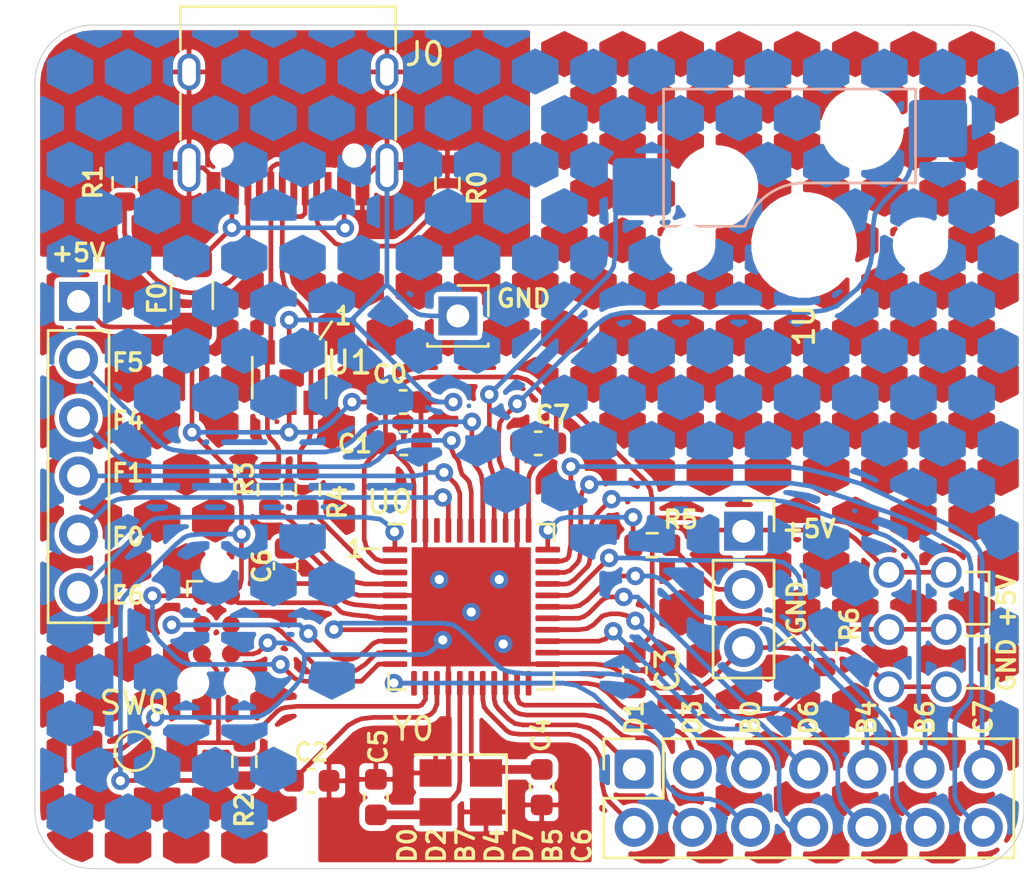
<source format=kicad_pcb>
(kicad_pcb (version 20171130) (host pcbnew "(5.1.9)-1")
  (layers (0 F.Cu signal) (31 B.Cu signal) (34 B.Paste user hide) (35 F.Paste user hide) (36 B.SilkS user) (37 F.SilkS user) (38 B.Mask user hide) (39 F.Mask user hide) (44 Edge.Cuts user))
  (net 0 "")
  (net 1 GND)
  (net 2 +5V)
  (net 3 XTAL1)
  (net 4 XTAL2)
  (net 5 "Net-(C6-Pad1)")
  (net 6 VBUS)
  (net 7 nRST)
  (net 8 MOSI)
  (net 9 SCK)
  (net 10 MISO)
  (net 11 "Net-(J0-PadA5)")
  (net 12 USB_DM)
  (net 13 USB_DP)
  (net 14 "Net-(J0-PadB5)")
  (net 15 "Net-(J1-Pad2)")
  (net 16 "Net-(R3-Pad1)")
  (net 17 "Net-(R4-Pad1)")
  (net 18 "Net-(R5-Pad2)")
  (net 19 "Net-(K0-Pad1)")
  (net 20 "Net-(K0-Pad2)")
  (net 21 "Net-(R6-Pad2)")
  (net 22 "Net-(R6-Pad1)")
  (net 23 /PF5)
  (net 24 /PF4)
  (net 25 /PF1)
  (net 26 /PF0)
  (net 27 /PE6)
  (net 28 /PD7)
  (net 29 /PD6)
  (net 30 /PD4)
  (net 31 /PD3)
  (net 32 /PD2)
  (net 33 /PD1)
  (net 34 /PD0)
  (net 35 /PC7)
  (net 36 /PC6)
  (net 37 /PB7)
  (net 38 /PB6)
  (net 39 /PB5)
  (net 40 /PB4)
  (net 41 /PB0)
  (module local_lib:slider (layer F.Cu) (at 222.6818 102.5906 270)
    (fp_text reference SW1 hide)
    (fp_text value SW_SPDT)
    (pad 3 thru_hole circle (at 2.5 1.25 270) (size 1.35 1.35) (drill 0.9) (layers *.Cu *.Mask) (net 1 GND))
    (pad 2 thru_hole circle (at 0 1.25 270) (size 1.35 1.35) (drill 0.9) (layers *.Cu *.Mask) (net 22 "Net-(R6-Pad1)"))
    (pad 1 thru_hole circle (at -2.5 1.25 270) (size 1.35 1.35) (drill 0.9) (layers *.Cu *.Mask) (net 2 +5V))
    (pad 3 thru_hole circle (at 2.5 -1.25 270) (size 1.35 1.35) (drill 0.9) (layers *.Cu *.Mask) (net 1 GND))
    (pad 2 thru_hole circle (at 0 -1.25 270) (size 1.35 1.35) (drill 0.9) (layers *.Cu *.Mask) (net 22 "Net-(R6-Pad1)"))
    (pad 1 thru_hole circle (at -2.5 -1.25 270) (size 1.35 1.35) (drill 0.9) (layers *.Cu *.Mask) (net 2 +5V))
  )
  (module local_lib:SPST_TS-1088-AR02016 (layer F.Cu) (at 188.4934 107.8992)
    (fp_text reference SW0 (at 0 -2.1082) (layer F.SilkS))
    (fp_text value SW_Push)
    (pad 2 smd roundrect (at 2.075 0) (size 1.35 1.8) (layers F.Cu F.Paste F.Mask) (roundrect_rratio 0.188) (net 7 nRST))
    (pad 1 smd roundrect (at -2.075 0) (size 1.35 1.8) (layers F.Cu F.Paste F.Mask) (roundrect_rratio 0.188) (net 1 GND))
  )
  (module local_lib:MX_hotswap_1U (layer F.Cu) (at 217.7288 85.8012)
    (fp_text reference K0)
    (fp_text value MX_TEST hide)
    (fp_text user 1U (at 0 2.54 270) (layer F.SilkS) (effects (font (size 0.889 0.889) (thickness 0.1524)) (justify right)))
    (pad 1 smd roundrect (at -7.085 -2.54 90) (size 2.5 2.55) (layers B.Cu B.Paste B.Mask) (roundrect_rratio 0.102) (net 19 "Net-(K0-Pad1)") (clearance 0.2032))
    (pad 2 smd roundrect (at 5.842 -5.08 90) (size 2.5 2.55) (layers B.Cu B.Paste B.Mask) (roundrect_rratio 0.102) (net 20 "Net-(K0-Pad2)") (clearance 0.2032))
    (pad "" np_thru_hole circle (at 0 0) (size 4 4) (drill 4) (layers *.Cu *.Mask) (clearance 0.3048))
    (pad "" np_thru_hole circle (at -3.81 -2.54) (size 3 3) (drill 3) (layers *.Cu *.Mask) (clearance 0.3048))
    (pad "" np_thru_hole circle (at 2.54 -5.08) (size 3 3) (drill 3) (layers *.Cu *.Mask) (clearance 0.3048))
    (pad "" np_thru_hole circle (at -5.08 0 180) (size 1.8 1.8) (drill 1.8) (layers *.Cu *.Mask) (clearance 0.3048))
    (pad "" np_thru_hole circle (at 5.08 0) (size 1.8 1.8) (drill 1.8) (layers *.Cu *.Mask) (clearance 0.3048))
  )
  (module Connector_PinSocket_2.54mm:PinSocket_1x01_P2.54mm_Vertical (layer F.Cu) (at 202.6158 88.9)
    (fp_text reference J4 hide)
    (fp_text value Conn_01x01 hide)
    (pad 1 thru_hole rect (at 0 0) (size 1.7 1.7) (drill 1) (layers *.Cu *.Mask) (net 1 GND))
  )
  (module Connector_PinSocket_2.54mm:PinSocket_2x07_P2.54mm_Vertical (layer F.Cu) (at 210.312 108.6866 90)
    (fp_text reference J2 hide)
    (fp_text value Conn_01x22 hide)
    (pad 14 thru_hole oval (at -2.54 15.24 90) (size 1.7 1.7) (drill 1) (layers *.Cu *.Mask) (net 36 /PC6))
    (pad 13 thru_hole oval (at 0 15.24 90) (size 1.7 1.7) (drill 1) (layers *.Cu *.Mask) (net 35 /PC7))
    (pad 12 thru_hole oval (at -2.54 12.7 90) (size 1.7 1.7) (drill 1) (layers *.Cu *.Mask) (net 39 /PB5))
    (pad 11 thru_hole oval (at 0 12.7 90) (size 1.7 1.7) (drill 1) (layers *.Cu *.Mask) (net 38 /PB6))
    (pad 10 thru_hole oval (at -2.54 10.16 90) (size 1.7 1.7) (drill 1) (layers *.Cu *.Mask) (net 28 /PD7))
    (pad 9 thru_hole oval (at 0 10.16 90) (size 1.7 1.7) (drill 1) (layers *.Cu *.Mask) (net 40 /PB4))
    (pad 8 thru_hole oval (at -2.54 7.62 90) (size 1.7 1.7) (drill 1) (layers *.Cu *.Mask) (net 30 /PD4))
    (pad 7 thru_hole oval (at 0 7.62 90) (size 1.7 1.7) (drill 1) (layers *.Cu *.Mask) (net 29 /PD6))
    (pad 6 thru_hole oval (at -2.54 5.08 90) (size 1.7 1.7) (drill 1) (layers *.Cu *.Mask) (net 37 /PB7))
    (pad 5 thru_hole oval (at 0 5.08 90) (size 1.7 1.7) (drill 1) (layers *.Cu *.Mask) (net 41 /PB0))
    (pad 4 thru_hole oval (at -2.54 2.54 90) (size 1.7 1.7) (drill 1) (layers *.Cu *.Mask) (net 32 /PD2))
    (pad 3 thru_hole oval (at 0 2.54 90) (size 1.7 1.7) (drill 1) (layers *.Cu *.Mask) (net 31 /PD3))
    (pad 2 thru_hole oval (at -2.54 0 90) (size 1.7 1.7) (drill 1) (layers *.Cu *.Mask) (net 34 /PD0))
    (pad 1 thru_hole roundrect (at 0 0 90) (size 1.7 1.7) (drill 1) (layers *.Cu *.Mask) (roundrect_rratio 0.149) (net 33 /PD1))
  )
  (module Connector_PinSocket_2.54mm:PinSocket_1x06_P2.54mm_Vertical (layer F.Cu) (at 186.055 88.265)
    (fp_text reference J3 hide)
    (fp_text value Conn_01x06 hide)
    (pad 6 thru_hole oval (at 0 12.7) (size 1.7 1.7) (drill 1) (layers *.Cu *.Mask) (net 27 /PE6))
    (pad 5 thru_hole oval (at 0 10.16) (size 1.7 1.7) (drill 1) (layers *.Cu *.Mask) (net 26 /PF0))
    (pad 4 thru_hole oval (at 0 7.62) (size 1.7 1.7) (drill 1) (layers *.Cu *.Mask) (net 25 /PF1))
    (pad 3 thru_hole oval (at 0 5.08) (size 1.7 1.7) (drill 1) (layers *.Cu *.Mask) (net 24 /PF4))
    (pad 2 thru_hole oval (at 0 2.54) (size 1.7 1.7) (drill 1) (layers *.Cu *.Mask) (net 23 /PF5))
    (pad 1 thru_hole rect (at 0 0) (size 1.7 1.7) (drill 1) (layers *.Cu *.Mask) (net 2 +5V))
  )
  (module Resistor_SMD:R_0603_1608Metric (layer F.Cu) (at 218.6178 103.4034 270)
    (fp_text reference R6 (at -1.0414 -1.0922 90) (layer F.SilkS) (effects (font (size 0.762 0.762) (thickness 0.1524))))
    (fp_text value 5.1k hide)
    (pad 2 smd roundrect (at 0.825 0 270) (size 0.8 0.95) (layers F.Cu F.Paste F.Mask) (net 21 "Net-(R6-Pad2)"))
    (pad 1 smd roundrect (at -0.825 0 270) (size 0.8 0.95) (layers F.Cu F.Paste F.Mask) (net 22 "Net-(R6-Pad1)"))
  )
  (module Capacitor_SMD:C_0603_1608Metric (layer F.Cu) (at 206.121 94.4626 180)
    (fp_text reference C7 (at -0.635 1.2446) (layer F.SilkS) (effects (font (size 0.762 0.762) (thickness 0.1524))))
    (fp_text value 0.1uF hide)
    (pad 2 smd roundrect (at 0.775 0 180) (size 0.9 0.95) (layers F.Cu F.Paste F.Mask) (net 1 GND))
    (pad 1 smd roundrect (at -0.775 0 180) (size 0.9 0.95) (layers F.Cu F.Paste F.Mask) (net 2 +5V))
  )
  (module Crystal:Crystal_SMD_3225-4Pin_3.2x2.5mm (layer F.Cu) (at 202.7428 109.7026 180)
    (fp_text reference Y0 (at 2.0828 2.7686) (layer F.SilkS))
    (fp_text value 16MHz hide)
    (pad 4 smd rect (at -1.1 -0.85 180) (size 1.4 1.2) (layers F.Cu F.Paste F.Mask) (net 1 GND))
    (pad 3 smd rect (at 1.1 -0.85 180) (size 1.4 1.2) (layers F.Cu F.Paste F.Mask) (net 4 XTAL2))
    (pad 2 smd rect (at 1.1 0.85 180) (size 1.4 1.2) (layers F.Cu F.Paste F.Mask) (net 1 GND))
    (pad 1 smd rect (at -1.1 0.85 180) (size 1.4 1.2) (layers F.Cu F.Paste F.Mask) (net 3 XTAL1))
  )
  (module Package_TO_SOT_SMD:SOT-23-6 (layer F.Cu) (at 195.2498 91.5924 270)
    (fp_text reference U1 (at -0.6604 -2.6162 180) (layer F.SilkS))
    (fp_text value USBLC6-2SC6 hide)
    (pad 5 smd rect (at 1.1 0 270) (size 1.06 0.65) (layers F.Cu F.Paste F.Mask) (net 2 +5V))
    (pad 6 smd rect (at 1.1 -0.95 270) (size 1.06 0.65) (layers F.Cu F.Paste F.Mask) (net 12 USB_DM))
    (pad 4 smd rect (at 1.1 0.95 270) (size 1.06 0.65) (layers F.Cu F.Paste F.Mask) (net 13 USB_DP))
    (pad 3 smd rect (at -1.1 0.95 270) (size 1.06 0.65) (layers F.Cu F.Paste F.Mask) (net 13 USB_DP))
    (pad 2 smd rect (at -1.1 0 270) (size 1.06 0.65) (layers F.Cu F.Paste F.Mask) (net 1 GND))
    (pad 1 smd rect (at -1.1 -0.95 270) (size 1.06 0.65) (layers F.Cu F.Paste F.Mask) (net 12 USB_DM))
  )
  (module Package_DFN_QFN:QFN-44-1EP_7x7mm_P0.5mm_EP5.2x5.2mm (layer F.Cu) (at 203.2 101.6)
    (fp_text reference U0 (at -3.556 -4.572) (layer F.SilkS))
    (fp_text value ATmega32U4-MU hide)
    (pad 45 smd rect (at 0 0) (size 5.2 5.2) (layers F.Cu F.Mask) (net 1 GND))
    (pad 44 smd roundrect (at -2.5 -3.3375) (size 0.25 1.075) (layers F.Cu F.Paste F.Mask) (net 2 +5V))
    (pad 43 smd roundrect (at -2 -3.3375) (size 0.25 1.075) (layers F.Cu F.Paste F.Mask) (net 1 GND))
    (pad 42 smd roundrect (at -1.5 -3.3375) (size 0.25 1.075) (layers F.Cu F.Paste F.Mask))
    (pad 41 smd roundrect (at -1 -3.3375) (size 0.25 1.075) (layers F.Cu F.Paste F.Mask) (net 26 /PF0))
    (pad 40 smd roundrect (at -0.5 -3.3375) (size 0.25 1.075) (layers F.Cu F.Paste F.Mask) (net 25 /PF1))
    (pad 39 smd roundrect (at 0 -3.3375) (size 0.25 1.075) (layers F.Cu F.Paste F.Mask) (net 24 /PF4))
    (pad 38 smd roundrect (at 0.5 -3.3375) (size 0.25 1.075) (layers F.Cu F.Paste F.Mask) (net 23 /PF5))
    (pad 37 smd roundrect (at 1 -3.3375) (size 0.25 1.075) (layers F.Cu F.Paste F.Mask) (net 19 "Net-(K0-Pad1)"))
    (pad 36 smd roundrect (at 1.5 -3.3375) (size 0.25 1.075) (layers F.Cu F.Paste F.Mask) (net 20 "Net-(K0-Pad2)"))
    (pad 35 smd roundrect (at 2 -3.3375) (size 0.25 1.075) (layers F.Cu F.Paste F.Mask) (net 1 GND))
    (pad 34 smd roundrect (at 2.5 -3.3375) (size 0.25 1.075) (layers F.Cu F.Paste F.Mask) (net 2 +5V))
    (pad 33 smd roundrect (at 3.3375 -2.5) (size 1.075 0.25) (layers F.Cu F.Paste F.Mask) (net 18 "Net-(R5-Pad2)"))
    (pad 32 smd roundrect (at 3.3375 -2) (size 1.075 0.25) (layers F.Cu F.Paste F.Mask) (net 35 /PC7))
    (pad 31 smd roundrect (at 3.3375 -1.5) (size 1.075 0.25) (layers F.Cu F.Paste F.Mask) (net 36 /PC6))
    (pad 30 smd roundrect (at 3.3375 -1) (size 1.075 0.25) (layers F.Cu F.Paste F.Mask) (net 38 /PB6))
    (pad 29 smd roundrect (at 3.3375 -0.5) (size 1.075 0.25) (layers F.Cu F.Paste F.Mask) (net 39 /PB5))
    (pad 28 smd roundrect (at 3.3375 0) (size 1.075 0.25) (layers F.Cu F.Paste F.Mask) (net 40 /PB4))
    (pad 27 smd roundrect (at 3.3375 0.5) (size 1.075 0.25) (layers F.Cu F.Paste F.Mask) (net 28 /PD7))
    (pad 26 smd roundrect (at 3.3375 1) (size 1.075 0.25) (layers F.Cu F.Paste F.Mask) (net 29 /PD6))
    (pad 25 smd roundrect (at 3.3375 1.5) (size 1.075 0.25) (layers F.Cu F.Paste F.Mask) (net 30 /PD4))
    (pad 24 smd roundrect (at 3.3375 2) (size 1.075 0.25) (layers F.Cu F.Paste F.Mask) (net 2 +5V))
    (pad 23 smd roundrect (at 3.3375 2.5) (size 1.075 0.25) (layers F.Cu F.Paste F.Mask) (net 1 GND))
    (pad 22 smd roundrect (at 2.5 3.3375) (size 0.25 1.075) (layers F.Cu F.Paste F.Mask) (net 21 "Net-(R6-Pad2)"))
    (pad 21 smd roundrect (at 2 3.3375) (size 0.25 1.075) (layers F.Cu F.Paste F.Mask) (net 31 /PD3))
    (pad 20 smd roundrect (at 1.5 3.3375) (size 0.25 1.075) (layers F.Cu F.Paste F.Mask) (net 32 /PD2))
    (pad 19 smd roundrect (at 1 3.3375) (size 0.25 1.075) (layers F.Cu F.Paste F.Mask) (net 33 /PD1))
    (pad 18 smd roundrect (at 0.5 3.3375) (size 0.25 1.075) (layers F.Cu F.Paste F.Mask) (net 34 /PD0))
    (pad 17 smd roundrect (at 0 3.3375) (size 0.25 1.075) (layers F.Cu F.Paste F.Mask) (net 3 XTAL1))
    (pad 16 smd roundrect (at -0.5 3.3375) (size 0.25 1.075) (layers F.Cu F.Paste F.Mask) (net 4 XTAL2))
    (pad 15 smd roundrect (at -1 3.3375) (size 0.25 1.075) (layers F.Cu F.Paste F.Mask) (net 1 GND))
    (pad 14 smd roundrect (at -1.5 3.3375) (size 0.25 1.075) (layers F.Cu F.Paste F.Mask) (net 2 +5V))
    (pad 13 smd roundrect (at -2 3.3375) (size 0.25 1.075) (layers F.Cu F.Paste F.Mask) (net 7 nRST))
    (pad 12 smd roundrect (at -2.5 3.3375) (size 0.25 1.075) (layers F.Cu F.Paste F.Mask) (net 37 /PB7))
    (pad 11 smd roundrect (at -3.3375 2.5) (size 1.075 0.25) (layers F.Cu F.Paste F.Mask) (net 10 MISO))
    (pad 10 smd roundrect (at -3.3375 2) (size 1.075 0.25) (layers F.Cu F.Paste F.Mask) (net 8 MOSI))
    (pad 9 smd roundrect (at -3.3375 1.5) (size 1.075 0.25) (layers F.Cu F.Paste F.Mask) (net 9 SCK))
    (pad 8 smd roundrect (at -3.3375 1) (size 1.075 0.25) (layers F.Cu F.Paste F.Mask) (net 41 /PB0))
    (pad 7 smd roundrect (at -3.3375 0.5) (size 1.075 0.25) (layers F.Cu F.Paste F.Mask) (net 2 +5V))
    (pad 6 smd roundrect (at -3.3375 0) (size 1.075 0.25) (layers F.Cu F.Paste F.Mask) (net 5 "Net-(C6-Pad1)"))
    (pad 5 smd roundrect (at -3.3375 -0.5) (size 1.075 0.25) (layers F.Cu F.Paste F.Mask) (net 1 GND))
    (pad 4 smd roundrect (at -3.3375 -1) (size 1.075 0.25) (layers F.Cu F.Paste F.Mask) (net 16 "Net-(R3-Pad1)"))
    (pad 3 smd roundrect (at -3.3375 -1.5) (size 1.075 0.25) (layers F.Cu F.Paste F.Mask) (net 17 "Net-(R4-Pad1)"))
    (pad 2 smd roundrect (at -3.3375 -2) (size 1.075 0.25) (layers F.Cu F.Paste F.Mask) (net 2 +5V))
    (pad 1 smd roundrect (at -3.3375 -2.5) (size 1.075 0.25) (layers F.Cu F.Paste F.Mask) (net 27 /PE6))
  )
  (module Resistor_SMD:R_0603_1608Metric (layer F.Cu) (at 211.0994 98.9076 180)
    (fp_text reference R5 (at -1.2446 1.1176) (layer F.SilkS) (effects (font (size 0.762 0.762) (thickness 0.1524))))
    (fp_text value 10k hide)
    (pad 2 smd roundrect (at 0.825 0 180) (size 0.8 0.95) (layers F.Cu F.Paste F.Mask) (net 18 "Net-(R5-Pad2)"))
    (pad 1 smd roundrect (at -0.825 0 180) (size 0.8 0.95) (layers F.Cu F.Paste F.Mask) (net 15 "Net-(J1-Pad2)"))
  )
  (module Resistor_SMD:R_0603_1608Metric (layer F.Cu) (at 196.0626 96.4946 90)
    (fp_text reference R4 (at -0.5334 1.2954 90) (layer F.SilkS) (effects (font (size 0.762 0.762) (thickness 0.1524))))
    (fp_text value 22 hide)
    (pad 2 smd roundrect (at 0.825 0 90) (size 0.8 0.95) (layers F.Cu F.Paste F.Mask) (net 12 USB_DM))
    (pad 1 smd roundrect (at -0.825 0 90) (size 0.8 0.95) (layers F.Cu F.Paste F.Mask) (net 17 "Net-(R4-Pad1)"))
  )
  (module Resistor_SMD:R_0603_1608Metric (layer F.Cu) (at 194.4116 96.4946 90)
    (fp_text reference R3 (at 0.4826 -1.1176 90) (layer F.SilkS) (effects (font (size 0.762 0.762) (thickness 0.1524))))
    (fp_text value 22 hide)
    (pad 2 smd roundrect (at 0.825 0 90) (size 0.8 0.95) (layers F.Cu F.Paste F.Mask) (net 13 USB_DP))
    (pad 1 smd roundrect (at -0.825 0 90) (size 0.8 0.95) (layers F.Cu F.Paste F.Mask) (net 16 "Net-(R3-Pad1)"))
  )
  (module Resistor_SMD:R_0603_1608Metric (layer F.Cu) (at 193.294 108.3564 90)
    (fp_text reference R2 (at -2.1336 0 90) (layer F.SilkS) (effects (font (size 0.762 0.762) (thickness 0.1524))))
    (fp_text value 10k hide)
    (pad 2 smd roundrect (at 0.825 0 90) (size 0.8 0.95) (layers F.Cu F.Paste F.Mask) (net 7 nRST))
    (pad 1 smd roundrect (at -0.825 0 90) (size 0.8 0.95) (layers F.Cu F.Paste F.Mask) (net 2 +5V))
  )
  (module Resistor_SMD:R_0603_1608Metric (layer F.Cu) (at 188.0616 83.0834 270)
    (fp_text reference R1 (at -0.0254 1.3716 90) (layer F.SilkS) (effects (font (size 0.762 0.762) (thickness 0.1524))))
    (fp_text value 5.1k hide)
    (pad 2 smd roundrect (at 0.825 0 270) (size 0.8 0.95) (layers F.Cu F.Paste F.Mask) (net 14 "Net-(J0-PadB5)"))
    (pad 1 smd roundrect (at -0.825 0 270) (size 0.8 0.95) (layers F.Cu F.Paste F.Mask) (net 1 GND))
  )
  (module Resistor_SMD:R_0603_1608Metric (layer F.Cu) (at 202.1586 83.1088 270)
    (fp_text reference R0 (at 0.2032 -1.2954 90) (layer F.SilkS) (effects (font (size 0.762 0.762) (thickness 0.1524))))
    (fp_text value 5.1k hide)
    (pad 2 smd roundrect (at 0.825 0 270) (size 0.8 0.95) (layers F.Cu F.Paste F.Mask) (net 11 "Net-(J0-PadA5)"))
    (pad 1 smd roundrect (at -0.825 0 270) (size 0.8 0.95) (layers F.Cu F.Paste F.Mask) (net 1 GND))
  )
  (module Connector_PinSocket_2.54mm:PinSocket_1x03_P2.54mm_Vertical (layer F.Cu) (at 215.0872 98.298)
    (fp_text reference J1 hide)
    (fp_text value Conn_01x03 hide)
    (pad 3 thru_hole oval (at 0 5.08) (size 1.7 1.7) (drill 1) (layers *.Cu *.Mask) (net 1 GND))
    (pad 2 thru_hole oval (at 0 2.54) (size 1.7 1.7) (drill 1) (layers *.Cu *.Mask) (net 15 "Net-(J1-Pad2)"))
    (pad 1 thru_hole rect (at 0 0) (size 1.7 1.7) (drill 1) (layers *.Cu *.Mask) (net 2 +5V))
  )
  (module Connector_USB:USB_C_Receptacle_HRO_TYPE-C-31-M-12 (layer F.Cu) (at 195.199 79.2988 180)
    (fp_text reference J0 (at -5.969 1.8288) (layer F.SilkS))
    (fp_text value USB_C_Receptacle hide)
    (pad B1 smd rect (at 3.25 -4.045 180) (size 0.6 1.45) (layers F.Cu F.Paste F.Mask) (net 1 GND))
    (pad A9 smd rect (at 2.45 -4.045 180) (size 0.6 1.45) (layers F.Cu F.Paste F.Mask) (net 6 VBUS))
    (pad B9 smd rect (at -2.45 -4.045 180) (size 0.6 1.45) (layers F.Cu F.Paste F.Mask) (net 6 VBUS))
    (pad B12 smd rect (at -3.25 -4.045 180) (size 0.6 1.45) (layers F.Cu F.Paste F.Mask) (net 1 GND))
    (pad A1 smd rect (at -3.25 -4.045 180) (size 0.6 1.45) (layers F.Cu F.Paste F.Mask) (net 1 GND))
    (pad A4 smd rect (at -2.45 -4.045 180) (size 0.6 1.45) (layers F.Cu F.Paste F.Mask) (net 6 VBUS))
    (pad B4 smd rect (at 2.45 -4.045 180) (size 0.6 1.45) (layers F.Cu F.Paste F.Mask) (net 6 VBUS))
    (pad A12 smd rect (at 3.25 -4.045 180) (size 0.6 1.45) (layers F.Cu F.Paste F.Mask) (net 1 GND))
    (pad B8 smd rect (at -1.75 -4.045 180) (size 0.3 1.45) (layers F.Cu F.Paste F.Mask))
    (pad A5 smd rect (at -1.25 -4.045 180) (size 0.3 1.45) (layers F.Cu F.Paste F.Mask) (net 11 "Net-(J0-PadA5)"))
    (pad B7 smd rect (at -0.75 -4.045 180) (size 0.3 1.45) (layers F.Cu F.Paste F.Mask) (net 12 USB_DM))
    (pad A7 smd rect (at 0.25 -4.045 180) (size 0.3 1.45) (layers F.Cu F.Paste F.Mask) (net 12 USB_DM))
    (pad B6 smd rect (at 0.75 -4.045 180) (size 0.3 1.45) (layers F.Cu F.Paste F.Mask) (net 13 USB_DP))
    (pad A8 smd rect (at 1.25 -4.045 180) (size 0.3 1.45) (layers F.Cu F.Paste F.Mask))
    (pad B5 smd rect (at 1.75 -4.045 180) (size 0.3 1.45) (layers F.Cu F.Paste F.Mask) (net 14 "Net-(J0-PadB5)"))
    (pad A6 smd rect (at -0.25 -4.045 180) (size 0.3 1.45) (layers F.Cu F.Paste F.Mask) (net 13 USB_DP))
    (pad S1 thru_hole oval (at 4.32 -3.13 180) (size 1 2.1) (drill oval 0.6 1.7) (layers *.Cu *.Mask) (net 1 GND))
    (pad S1 thru_hole oval (at -4.32 -3.13 180) (size 1 2.1) (drill oval 0.6 1.7) (layers *.Cu *.Mask) (net 1 GND))
    (pad "" np_thru_hole circle (at -2.89 -2.6 180) (size 0.65 0.65) (drill 0.65) (layers *.Cu *.Mask))
    (pad S1 thru_hole oval (at -4.32 1.05 180) (size 1 1.6) (drill oval 0.6 1.2) (layers *.Cu *.Mask) (net 1 GND))
    (pad "" np_thru_hole circle (at 2.89 -2.6 180) (size 0.65 0.65) (drill 0.65) (layers *.Cu *.Mask))
    (pad S1 thru_hole oval (at 4.32 1.05 180) (size 1 1.6) (drill oval 0.6 1.2) (layers *.Cu *.Mask) (net 1 GND))
  )
  (module Connector:Tag-Connect_TC2030-IDC-NL_2x03_P1.27mm_Vertical (layer F.Cu) (at 192.0748 102.3874 270)
    (fp_text reference ICSP0 hide)
    (fp_text value AVR-ISP-6 hide)
    (pad 6 connect circle (at 1.27 -0.635 270) (size 0.7874 0.7874) (layers F.Cu F.Mask) (net 1 GND))
    (pad 5 connect circle (at 1.27 0.635 270) (size 0.7874 0.7874) (layers F.Cu F.Mask) (net 7 nRST))
    (pad 4 connect circle (at 0 -0.635 270) (size 0.7874 0.7874) (layers F.Cu F.Mask) (net 8 MOSI))
    (pad 3 connect circle (at 0 0.635 270) (size 0.7874 0.7874) (layers F.Cu F.Mask) (net 9 SCK))
    (pad 2 connect circle (at -1.27 -0.635 270) (size 0.7874 0.7874) (layers F.Cu F.Mask) (net 2 +5V))
    (pad 1 connect circle (at -1.27 0.635 270) (size 0.7874 0.7874) (layers F.Cu F.Mask) (net 10 MISO))
    (pad "" np_thru_hole circle (at -2.54 0 270) (size 0.9906 0.9906) (drill 0.9906) (layers *.Cu *.Mask))
    (pad "" np_thru_hole circle (at 2.54 1.016 270) (size 0.9906 0.9906) (drill 0.9906) (layers *.Cu *.Mask))
    (pad "" np_thru_hole circle (at 2.54 -1.016 270) (size 0.9906 0.9906) (drill 0.9906) (layers *.Cu *.Mask))
  )
  (module Fuse:Fuse_1206_3216Metric (layer F.Cu) (at 191.005 87.9856 90)
    (fp_text reference F0 (at -0.1524 -1.521 90) (layer F.SilkS) (effects (font (size 0.762 0.762) (thickness 0.1524))))
    (fp_text value 500mA hide)
    (pad 2 smd roundrect (at 1.4 0 90) (size 1.25 1.75) (layers F.Cu F.Paste F.Mask) (roundrect_rratio 0.2) (net 6 VBUS))
    (pad 1 smd roundrect (at -1.4 0 90) (size 1.25 1.75) (layers F.Cu F.Paste F.Mask) (roundrect_rratio 0.2) (net 2 +5V))
  )
  (module Capacitor_SMD:C_0603_1608Metric (layer F.Cu) (at 195.0974 99.822 90)
    (fp_text reference C6 (at 0 -1.0414 90) (layer F.SilkS) (effects (font (size 0.762 0.762) (thickness 0.1524))))
    (fp_text value 1uF hide)
    (pad 2 smd roundrect (at 0.775 0 90) (size 0.9 0.95) (layers F.Cu F.Paste F.Mask) (net 1 GND))
    (pad 1 smd roundrect (at -0.775 0 90) (size 0.9 0.95) (layers F.Cu F.Paste F.Mask) (net 5 "Net-(C6-Pad1)"))
  )
  (module Capacitor_SMD:C_0603_1608Metric (layer F.Cu) (at 199.0344 109.9058 90)
    (fp_text reference C5 (at 2.2098 0.1016 90) (layer F.SilkS) (effects (font (size 0.762 0.762) (thickness 0.1524))))
    (fp_text value 22pF hide)
    (pad 2 smd roundrect (at 0.775 0 90) (size 0.9 0.95) (layers F.Cu F.Paste F.Mask) (net 1 GND))
    (pad 1 smd roundrect (at -0.775 0 90) (size 0.9 0.95) (layers F.Cu F.Paste F.Mask) (net 4 XTAL2))
  )
  (module Capacitor_SMD:C_0603_1608Metric (layer F.Cu) (at 206.2734 109.474 270)
    (fp_text reference C4 (at -2.286 0.0254 90) (layer F.SilkS) (effects (font (size 0.762 0.762) (thickness 0.1524))))
    (fp_text value 22pF hide)
    (pad 2 smd roundrect (at 0.775 0 270) (size 0.9 0.95) (layers F.Cu F.Paste F.Mask) (net 1 GND))
    (pad 1 smd roundrect (at -0.775 0 270) (size 0.9 0.95) (layers F.Cu F.Paste F.Mask) (net 3 XTAL1))
  )
  (module Capacitor_SMD:C_0603_1608Metric (layer F.Cu) (at 210.3374 104.3686 270)
    (fp_text reference C3 (at 0 -1.43 90) (layer F.SilkS))
    (fp_text value 0.1uF hide)
    (pad 2 smd roundrect (at 0.775 0 270) (size 0.9 0.95) (layers F.Cu F.Paste F.Mask) (net 1 GND))
    (pad 1 smd roundrect (at -0.775 0 270) (size 0.9 0.95) (layers F.Cu F.Paste F.Mask) (net 2 +5V))
  )
  (module Capacitor_SMD:C_0603_1608Metric (layer F.Cu) (at 196.215 109.1946)
    (fp_text reference C2 (at 0 -1.2446) (layer F.SilkS) (effects (font (size 0.762 0.762) (thickness 0.1524))))
    (fp_text value 0.1uF hide)
    (pad 2 smd roundrect (at 0.775 0) (size 0.9 0.95) (layers F.Cu F.Paste F.Mask) (net 1 GND))
    (pad 1 smd roundrect (at -0.775 0) (size 0.9 0.95) (layers F.Cu F.Paste F.Mask) (net 2 +5V))
  )
  (module Capacitor_SMD:C_0603_1608Metric (layer F.Cu) (at 200.2536 94.4626)
    (fp_text reference C1 (at -2.1336 0.0254) (layer F.SilkS) (effects (font (size 0.762 0.762) (thickness 0.1524))))
    (fp_text value 0.1uF hide)
    (pad 2 smd roundrect (at 0.775 0) (size 0.9 0.95) (layers F.Cu F.Paste F.Mask) (net 1 GND))
    (pad 1 smd roundrect (at -0.775 0) (size 0.9 0.95) (layers F.Cu F.Paste F.Mask) (net 2 +5V))
  )
  (module Capacitor_SMD:C_0603_1608Metric (layer F.Cu) (at 200.2282 92.6592)
    (fp_text reference C0 (at -0.5842 -1.2192) (layer F.SilkS) (effects (font (size 0.762 0.762) (thickness 0.1524))))
    (fp_text value 1uF hide)
    (pad 2 smd roundrect (at 0.775 0) (size 0.9 0.95) (layers F.Cu F.Paste F.Mask) (net 1 GND))
    (pad 1 smd roundrect (at -0.775 0) (size 0.9 0.95) (layers F.Cu F.Paste F.Mask) (net 2 +5V))
  )
  (gr_text +5V (at 186.03976 86.1441) (layer F.SilkS) (effects (font (size 0.762 0.762) (thickness 0.1524))))
  (gr_text C6 (at 208.026 112.014 90) (layer F.SilkS) (effects (font (size 0.762 0.762) (thickness 0.1524))))
  (gr_text B5 (at 206.756 112.014 90) (layer F.SilkS) (effects (font (size 0.762 0.762) (thickness 0.1524))))
  (gr_text D7 (at 205.486 112.014 90) (layer F.SilkS) (effects (font (size 0.762 0.762) (thickness 0.1524))))
  (gr_text D4 (at 204.216 112.014 90) (layer F.SilkS) (effects (font (size 0.762 0.762) (thickness 0.1524))))
  (gr_text B7 (at 202.946 112.014 90) (layer F.SilkS) (effects (font (size 0.762 0.762) (thickness 0.1524))))
  (gr_text D2 (at 201.676 112.014 90) (layer F.SilkS) (effects (font (size 0.762 0.762) (thickness 0.1524))))
  (gr_text D0 (at 200.406 112.014 90) (layer F.SilkS) (effects (font (size 0.762 0.762) (thickness 0.1524))))
  (gr_text B0 (at 215.392 106.426 90) (layer F.SilkS) (effects (font (size 0.762 0.762) (thickness 0.1524))))
  (gr_text GND (at 226.568 104.14 90) (layer F.SilkS) (effects (font (size 0.762 0.762) (thickness 0.1524))))
  (gr_text +5V (at 226.568 101.346 90) (layer F.SilkS) (effects (font (size 0.762 0.762) (thickness 0.1524))))
  (gr_line (start 225.806 100.076) (end 224.79 100.076) (layer F.SilkS) (width 0.12))
  (gr_line (start 225.806 102.362) (end 225.806 100.076) (layer F.SilkS) (width 0.12))
  (gr_line (start 224.79 102.362) (end 225.806 102.362) (layer F.SilkS) (width 0.12))
  (gr_line (start 225.806 102.87) (end 224.79 102.87) (layer F.SilkS) (width 0.12))
  (gr_line (start 225.806 105.156) (end 225.806 102.87) (layer F.SilkS) (width 0.12))
  (gr_line (start 224.79 105.156) (end 225.806 105.156) (layer F.SilkS) (width 0.12))
  (gr_text C7 (at 225.552 106.426 90) (layer F.SilkS) (effects (font (size 0.762 0.762) (thickness 0.1524))))
  (gr_text B6 (at 223.012 106.426 90) (layer F.SilkS) (effects (font (size 0.762 0.762) (thickness 0.1524))))
  (gr_text B4 (at 220.472 106.426 90) (layer F.SilkS) (effects (font (size 0.762 0.762) (thickness 0.1524))))
  (gr_text D6 (at 217.932 106.426 90) (layer F.SilkS) (effects (font (size 0.762 0.762) (thickness 0.1524))))
  (gr_text D3 (at 212.852 106.426 90) (layer F.SilkS) (effects (font (size 0.762 0.762) (thickness 0.1524))))
  (gr_text D1 (at 210.312 106.426 90) (layer F.SilkS) (effects (font (size 0.762 0.762) (thickness 0.1524))))
  (gr_text GND (at 205.486 88.138) (layer F.SilkS) (effects (font (size 0.762 0.762) (thickness 0.1524))))
  (gr_line (start 196.596 89.916) (end 197.104 89.154) (layer F.SilkS) (width 0.12))
  (gr_text 1 (at 197.612 88.9) (layer F.SilkS) (effects (font (size 0.762 0.762) (thickness 0.1524))))
  (gr_line (start 199.136 99.06) (end 198.374 99.06) (layer F.SilkS) (width 0.12))
  (gr_text 1 (at 198.12 99.06) (layer F.SilkS) (effects (font (size 0.762 0.762) (thickness 0.1524))))
  (gr_line (start 217.297 102.8446) (end 216.5858 103.3018) (layer F.SilkS) (width 0.12))
  (gr_text GND (at 217.3986 101.6254 90) (layer F.SilkS) (effects (font (size 0.762 0.762) (thickness 0.1524))))
  (gr_text +5V (at 217.932 98.1964) (layer F.SilkS) (effects (font (size 0.762 0.762) (thickness 0.1524))))
  (gr_text E6 (at 188.214 101.092) (layer F.SilkS) (effects (font (size 0.762 0.762) (thickness 0.1524))))
  (gr_text F0 (at 188.214 98.552) (layer F.SilkS) (effects (font (size 0.762 0.762) (thickness 0.1524))))
  (gr_text F1 (at 188.214 95.758) (layer F.SilkS) (effects (font (size 0.762 0.762) (thickness 0.1524))))
  (gr_text F4 (at 188.214 93.472) (layer F.SilkS) (effects (font (size 0.762 0.762) (thickness 0.1524))))
  (gr_text F5 (at 188.214 90.932) (layer F.SilkS) (effects (font (size 0.762 0.762) (thickness 0.1524))))
  (gr_arc (start 186.69 110.49) (end 184.15 110.49) (angle -90) (layer Edge.Cuts) (width 0.05))
  (gr_arc (start 224.79 110.49) (end 227.33 110.49) (angle 90) (layer Edge.Cuts) (width 0.05))
  (gr_arc (start 224.79 78.74) (end 227.33 78.74) (angle -90) (layer Edge.Cuts) (width 0.05))
  (gr_arc (start 186.69 78.74) (end 184.15 78.74) (angle 90) (layer Edge.Cuts) (width 0.05))
  (gr_line (start 186.69 76.2) (end 224.79 76.2) (layer Edge.Cuts) (width 0.05))
  (gr_line (start 184.15 110.49) (end 184.15 78.74) (layer Edge.Cuts) (width 0.05))
  (gr_line (start 224.79 113.03) (end 186.69 113.03) (layer Edge.Cuts) (width 0.05))
  (gr_line (start 227.33 78.74) (end 227.33 110.49) (layer Edge.Cuts) (width 0.05))
  (via (at 204.597 103.2256) (size 0.8) (drill 0.4) (layers F.Cu B.Cu) (net 1))
  (via (at 204.4192 100.4062) (size 0.8) (drill 0.4) (layers F.Cu B.Cu) (net 1))
  (via (at 203.2 101.8286) (size 0.8) (drill 0.4) (layers F.Cu B.Cu) (net 1))
  (via (at 201.803 100.4062) (size 0.8) (drill 0.4) (layers F.Cu B.Cu) (net 1))
  (segment (start 199.8625 101.1) (end 201.1092 101.1) (width 0.2032) (layer F.Cu) (net 1))
  (segment (start 201.2 98.2625) (end 201.2 99.5106) (width 0.2032) (layer F.Cu) (net 1))
  (segment (start 202.2 104.9375) (end 202.2 108.8042) (width 0.2032) (layer F.Cu) (net 1))
  (segment (start 206.53589 104.09839) (end 205.57139 104.09839) (width 0.2032) (layer F.Cu) (net 1))
  (segment (start 206.5375 104.1) (end 206.53589 104.09839) (width 0.2032) (layer F.Cu) (net 1))
  (segment (start 202.2 104.9375) (end 202.2 103.3686) (width 0.2032) (layer F.Cu) (net 1))
  (segment (start 205.2 98.2625) (end 205.2 94.5708) (width 0.2032) (layer F.Cu) (net 1))
  (segment (start 201.2 98.2625) (end 201.2 94.5454) (width 0.2032) (layer F.Cu) (net 1))
  (via (at 195.2498 89.0778) (size 0.8) (drill 0.4) (layers F.Cu B.Cu) (net 1))
  (segment (start 195.2498 90.4924) (end 195.2498 89.0778) (width 0.2032) (layer F.Cu) (net 1))
  (segment (start 188.0616 82.2584) (end 190.691 82.2584) (width 0.2032) (layer F.Cu) (net 1))
  (segment (start 190.879 82.4288) (end 191.4964 82.4288) (width 0.2032) (layer F.Cu) (net 1))
  (segment (start 191.4964 82.4288) (end 192.0494 82.9818) (width 0.2032) (layer F.Cu) (net 1))
  (segment (start 199.519 82.4288) (end 199.0032 82.4288) (width 0.2032) (layer F.Cu) (net 1))
  (segment (start 199.0032 82.4288) (end 198.3994 83.0326) (width 0.2032) (layer F.Cu) (net 1))
  (segment (start 202.1586 82.2838) (end 199.5048 82.2838) (width 0.2032) (layer F.Cu) (net 1))
  (segment (start 195.2498 89.0778) (end 197.9676 89.0778) (width 0.2032) (layer B.Cu) (net 1))
  (segment (start 199.517 87.5284) (end 199.517 82.4484) (width 0.2032) (layer B.Cu) (net 1))
  (via (at 202.4126 92.6592) (size 0.8) (drill 0.4) (layers F.Cu B.Cu) (net 1))
  (segment (start 201.0032 92.6592) (end 202.4126 92.6592) (width 0.2032) (layer F.Cu) (net 1))
  (segment (start 198.0692 88.9762) (end 199.517 87.5284) (width 0.2032) (layer B.Cu) (net 1))
  (segment (start 197.9676 89.0778) (end 198.0692 88.9762) (width 0.2032) (layer B.Cu) (net 1))
  (segment (start 201.0032 92.6592) (end 201.0032 94.602) (width 0.2032) (layer F.Cu) (net 1))
  (segment (start 205.2 98.2625) (end 205.2 99.2444) (width 0.2032) (layer F.Cu) (net 1))
  (segment (start 198.0692 89.1794) (end 198.0692 88.9762) (width 0.2032) (layer B.Cu) (net 1))
  (via (at 194.31 103.1748) (size 0.8) (drill 0.4) (layers F.Cu B.Cu) (net 1))
  (via (at 201.9554 103.0478) (size 0.8) (drill 0.4) (layers F.Cu B.Cu) (net 1))
  (via (at 189.4078 106.426) (size 0.8) (drill 0.4) (layers F.Cu B.Cu) (net 1))
  (segment (start 223.9318 105.0906) (end 221.2956 105.0906) (width 0.2032) (layer F.Cu) (net 1))
  (segment (start 188.190293 107.621493) (end 188.43625 107.39755) (width 0.2032) (layer F.Cu) (net 1))
  (segment (start 188.43625 107.39755) (end 189.4078 106.426) (width 0.2032) (layer F.Cu) (net 1))
  (segment (start 187.967197 107.792097) (end 188.190293 107.621493) (width 0.2032) (layer F.Cu) (net 1))
  (segment (start 187.4139 107.8992) (end 187.797016 107.850516) (width 0.2032) (layer F.Cu) (net 1))
  (segment (start 187.797016 107.850516) (end 187.967197 107.792097) (width 0.2032) (layer F.Cu) (net 1))
  (segment (start 186.4184 107.8992) (end 187.4139 107.8992) (width 0.2032) (layer F.Cu) (net 1))
  (segment (start 194.378503 106.151603) (end 194.7037 105.8799) (width 0.2032) (layer B.Cu) (net 1))
  (segment (start 194.127755 106.307255) (end 194.378503 106.151603) (width 0.2032) (layer B.Cu) (net 1))
  (segment (start 194.008057 106.352657) (end 193.5988 106.426) (width 0.2032) (layer B.Cu) (net 1))
  (segment (start 189.4078 106.426) (end 193.5988 106.426) (width 0.2032) (layer B.Cu) (net 1))
  (segment (start 194.008057 106.352657) (end 194.127755 106.307255) (width 0.2032) (layer B.Cu) (net 1))
  (segment (start 195.9102 103.6828) (end 201.0537 103.6828) (width 0.2032) (layer B.Cu) (net 1))
  (segment (start 201.251128 103.638928) (end 201.50455 103.49865) (width 0.2032) (layer B.Cu) (net 1))
  (segment (start 201.50455 103.49865) (end 201.9554 103.0478) (width 0.2032) (layer B.Cu) (net 1))
  (segment (start 201.0537 103.6828) (end 201.251128 103.638928) (width 0.2032) (layer B.Cu) (net 1))
  (segment (start 219.599851 103.483751) (end 220.12275 103.79075) (width 0.2032) (layer F.Cu) (net 1))
  (segment (start 220.12275 103.79075) (end 221.4372 105.1052) (width 0.2032) (layer F.Cu) (net 1))
  (segment (start 219.599851 103.483751) (end 219.1512 103.4288) (width 0.2032) (layer F.Cu) (net 1))
  (segment (start 216.7255 103.378) (end 217.1954 103.4288) (width 0.2032) (layer F.Cu) (net 1))
  (segment (start 217.1954 103.4288) (end 219.1512 103.4288) (width 0.2032) (layer F.Cu) (net 1))
  (segment (start 215.0872 103.378) (end 216.7255 103.378) (width 0.2032) (layer F.Cu) (net 1))
  (segment (start 210.3374 105.1436) (end 213.0174 105.1436) (width 0.2032) (layer F.Cu) (net 1))
  (segment (start 213.312481 105.044981) (end 213.6267 104.8385) (width 0.2032) (layer F.Cu) (net 1))
  (segment (start 213.6267 104.8385) (end 215.0618 103.4034) (width 0.2032) (layer F.Cu) (net 1))
  (segment (start 213.0174 105.1436) (end 213.312481 105.044981) (width 0.2032) (layer F.Cu) (net 1))
  (segment (start 193.90995 103.57485) (end 193.6623 103.6574) (width 0.2032) (layer F.Cu) (net 1))
  (segment (start 192.7098 103.6574) (end 193.6623 103.6574) (width 0.2032) (layer F.Cu) (net 1))
  (segment (start 193.90995 103.57485) (end 194.31 103.1748) (width 0.2032) (layer F.Cu) (net 1))
  (segment (start 199.8625 101.1) (end 198.3025 101.1) (width 0.2032) (layer F.Cu) (net 1))
  (segment (start 197.981095 101.002305) (end 198.3025 101.1) (width 0.2032) (layer F.Cu) (net 1))
  (segment (start 197.7771 100.9015) (end 197.981095 101.002305) (width 0.2032) (layer F.Cu) (net 1))
  (segment (start 197.7771 100.9015) (end 196.23405 99.35845) (width 0.2032) (layer F.Cu) (net 1))
  (segment (start 195.6435 99.0854) (end 195.935952 99.161248) (width 0.2032) (layer F.Cu) (net 1))
  (segment (start 195.935952 99.161248) (end 196.23405 99.35845) (width 0.2032) (layer F.Cu) (net 1))
  (segment (start 195.6435 99.0854) (end 195.1228 99.0854) (width 0.2032) (layer F.Cu) (net 1))
  (segment (start 200.6092 88.6206) (end 199.517 87.5284) (width 0.2032) (layer B.Cu) (net 1))
  (segment (start 200.6092 88.6206) (end 200.876618 88.810382) (width 0.2032) (layer B.Cu) (net 1))
  (segment (start 201.024261 88.857861) (end 201.4474 88.9) (width 0.2032) (layer B.Cu) (net 1))
  (segment (start 202.6158 88.9) (end 201.4474 88.9) (width 0.2032) (layer B.Cu) (net 1))
  (segment (start 200.876618 88.810382) (end 201.024261 88.857861) (width 0.2032) (layer B.Cu) (net 1))
  (segment (start 201.3585 92.4687) (end 198.0692 89.1794) (width 0.2032) (layer B.Cu) (net 1))
  (segment (start 201.3585 92.4687) (end 201.54607 92.58593) (width 0.2032) (layer B.Cu) (net 1))
  (segment (start 201.8538 92.6592) (end 201.54607 92.58593) (width 0.2032) (layer B.Cu) (net 1))
  (segment (start 202.4126 92.6592) (end 201.8538 92.6592) (width 0.2032) (layer B.Cu) (net 1))
  (segment (start 209.351446 104.236954) (end 209.677 104.4194) (width 0.2032) (layer F.Cu) (net 1))
  (segment (start 209.677 104.4194) (end 210.4136 105.156) (width 0.2032) (layer F.Cu) (net 1))
  (segment (start 208.980767 104.142267) (end 208.5575 104.1) (width 0.2032) (layer F.Cu) (net 1))
  (segment (start 206.5375 104.1) (end 208.5575 104.1) (width 0.2032) (layer F.Cu) (net 1))
  (segment (start 208.980767 104.142267) (end 209.351446 104.236954) (width 0.2032) (layer F.Cu) (net 1))
  (segment (start 195.771482 104.717562) (end 195.9102 104.10698) (width 0.2032) (layer B.Cu) (net 1))
  (segment (start 195.9102 104.10698) (end 195.9102 103.6828) (width 0.2032) (layer B.Cu) (net 1))
  (segment (start 195.771482 104.717562) (end 195.47713 105.10647) (width 0.2032) (layer B.Cu) (net 1))
  (segment (start 194.7037 105.8799) (end 195.47713 105.10647) (width 0.2032) (layer B.Cu) (net 1))
  (segment (start 195.414533 103.246287) (end 195.65366 103.42626) (width 0.2032) (layer B.Cu) (net 1))
  (segment (start 195.65366 103.42626) (end 195.9102 103.6828) (width 0.2032) (layer B.Cu) (net 1))
  (segment (start 195.414533 103.246287) (end 195.0212 103.1748) (width 0.2032) (layer B.Cu) (net 1))
  (segment (start 194.31 103.1748) (end 195.0212 103.1748) (width 0.2032) (layer B.Cu) (net 1))
  (segment (start 206.5375 103.6) (end 210.3694 103.6) (width 0.2032) (layer F.Cu) (net 2))
  (via (at 195.2498 93.98) (size 0.8) (drill 0.4) (layers F.Cu B.Cu) (net 2))
  (segment (start 195.2498 92.6924) (end 195.2498 93.98) (width 0.2032) (layer F.Cu) (net 2))
  (segment (start 193.294 109.1814) (end 195.516 109.1814) (width 0.2032) (layer F.Cu) (net 2))
  (via (at 191.008 93.98) (size 0.8) (drill 0.4) (layers F.Cu B.Cu) (net 2))
  (segment (start 195.2498 93.98) (end 191.008 93.98) (width 0.2032) (layer B.Cu) (net 2))
  (segment (start 191.008 93.98) (end 191.008 89.3064) (width 0.2032) (layer F.Cu) (net 2))
  (via (at 197.993 92.6592) (size 0.8) (drill 0.4) (layers F.Cu B.Cu) (net 2))
  (segment (start 197.993 92.6592) (end 199.5424 92.6592) (width 0.2032) (layer F.Cu) (net 2))
  (segment (start 199.4532 92.6592) (end 199.4532 94.4756) (width 0.2032) (layer F.Cu) (net 2))
  (segment (start 199.4532 92.6592) (end 199.4532 92.6214) (width 0.2032) (layer F.Cu) (net 2))
  (segment (start 206.9084 92.8878) (end 206.9084 94.4372) (width 0.2032) (layer F.Cu) (net 2))
  (via (at 187.8838 109.1946) (size 0.8) (drill 0.4) (layers F.Cu B.Cu) (net 2))
  (segment (start 187.897 109.1814) (end 187.8838 109.1946) (width 0.2032) (layer F.Cu) (net 2))
  (segment (start 193.294 109.1814) (end 187.897 109.1814) (width 0.2032) (layer F.Cu) (net 2))
  (segment (start 193.0146 101.4222) (end 192.7098 101.1174) (width 0.2032) (layer F.Cu) (net 2))
  (via (at 193.167 98.425) (size 0.8) (drill 0.4) (layers F.Cu B.Cu) (net 2))
  (segment (start 211.0994 101.1682) (end 211.0994 97.7138) (width 0.2032) (layer F.Cu) (net 2))
  (segment (start 221.4318 100.0906) (end 223.941 100.0906) (width 0.2032) (layer F.Cu) (net 2))
  (segment (start 187.0964 89.3064) (end 186.055 88.265) (width 0.2032) (layer F.Cu) (net 2))
  (segment (start 187.264214 89.354486) (end 187.5252 89.3856) (width 0.2032) (layer F.Cu) (net 2))
  (segment (start 191.005 89.3856) (end 187.5252 89.3856) (width 0.2032) (layer F.Cu) (net 2))
  (segment (start 187.0964 89.3064) (end 187.264214 89.354486) (width 0.2032) (layer F.Cu) (net 2))
  (segment (start 190.98372 98.46422) (end 191.4144 98.425) (width 0.2032) (layer B.Cu) (net 2))
  (segment (start 193.167 98.425) (end 191.4144 98.425) (width 0.2032) (layer B.Cu) (net 2))
  (segment (start 190.807041 98.503441) (end 190.98372 98.46422) (width 0.2032) (layer B.Cu) (net 2))
  (segment (start 190.638113 98.591687) (end 190.31585 98.86315) (width 0.2032) (layer B.Cu) (net 2))
  (segment (start 190.638113 98.591687) (end 190.807041 98.503441) (width 0.2032) (layer B.Cu) (net 2))
  (segment (start 188.090175 101.120575) (end 188.30925 100.86975) (width 0.2032) (layer B.Cu) (net 2))
  (segment (start 190.31585 98.86315) (end 188.30925 100.86975) (width 0.2032) (layer B.Cu) (net 2))
  (segment (start 187.97905 101.27615) (end 188.090175 101.120575) (width 0.2032) (layer B.Cu) (net 2))
  (segment (start 187.917138 101.503162) (end 187.8838 101.7778) (width 0.2032) (layer B.Cu) (net 2))
  (segment (start 187.8838 109.1946) (end 187.8838 101.7778) (width 0.2032) (layer B.Cu) (net 2))
  (segment (start 187.97905 101.27615) (end 187.917138 101.503162) (width 0.2032) (layer B.Cu) (net 2))
  (segment (start 197.8152 106.7816) (end 195.4276 109.1692) (width 0.2032) (layer F.Cu) (net 2))
  (segment (start 197.8152 106.7816) (end 198.162718 106.583018) (width 0.2032) (layer F.Cu) (net 2))
  (segment (start 198.420618 106.485318) (end 198.9328 106.426) (width 0.2032) (layer F.Cu) (net 2))
  (segment (start 198.162718 106.583018) (end 198.420618 106.485318) (width 0.2032) (layer F.Cu) (net 2))
  (segment (start 201.58075 106.14025) (end 201.7 105.8432) (width 0.2032) (layer F.Cu) (net 2))
  (segment (start 201.7 104.9375) (end 201.7 105.8432) (width 0.2032) (layer F.Cu) (net 2))
  (segment (start 201.42835 106.29265) (end 201.1299 106.426) (width 0.2032) (layer F.Cu) (net 2))
  (segment (start 201.1299 106.426) (end 198.9328 106.426) (width 0.2032) (layer F.Cu) (net 2))
  (segment (start 201.58075 106.14025) (end 201.42835 106.29265) (width 0.2032) (layer F.Cu) (net 2))
  (segment (start 199.1186 102.1) (end 198.839394 102.049006) (width 0.2032) (layer F.Cu) (net 2))
  (segment (start 199.8625 102.1) (end 199.1186 102.1) (width 0.2032) (layer F.Cu) (net 2))
  (segment (start 197.618532 101.872868) (end 198.0692 101.9556) (width 0.2032) (layer F.Cu) (net 2))
  (segment (start 197.485 101.8032) (end 197.618532 101.872868) (width 0.2032) (layer F.Cu) (net 2))
  (segment (start 198.0692 101.9556) (end 198.650825 102.008975) (width 0.2032) (layer F.Cu) (net 2))
  (segment (start 198.650825 102.008975) (end 198.839394 102.049006) (width 0.2032) (layer F.Cu) (net 2))
  (segment (start 197.485 101.8032) (end 197.2564 101.5746) (width 0.2032) (layer F.Cu) (net 2))
  (segment (start 197.101941 101.500459) (end 196.6595 101.4222) (width 0.2032) (layer F.Cu) (net 2))
  (segment (start 196.6595 101.4222) (end 193.0146 101.4222) (width 0.2032) (layer F.Cu) (net 2))
  (segment (start 197.2564 101.5746) (end 197.101941 101.500459) (width 0.2032) (layer F.Cu) (net 2))
  (segment (start 198.62178 98.99002) (end 198.5264 98.6663) (width 0.2032) (layer F.Cu) (net 2))
  (segment (start 198.7296 99.2124) (end 198.62178 98.99002) (width 0.2032) (layer F.Cu) (net 2))
  (segment (start 199.295 99.6) (end 199.0344 99.5172) (width 0.2032) (layer F.Cu) (net 2))
  (segment (start 199.0344 99.5172) (end 198.7296 99.2124) (width 0.2032) (layer F.Cu) (net 2))
  (segment (start 199.8625 99.6) (end 199.295 99.6) (width 0.2032) (layer F.Cu) (net 2))
  (segment (start 198.5264 98.6663) (end 198.5264 95.5548) (width 0.2032) (layer F.Cu) (net 2))
  (segment (start 198.587122 95.399622) (end 198.7804 95.123) (width 0.2032) (layer F.Cu) (net 2))
  (segment (start 198.7804 95.123) (end 199.4916 94.4118) (width 0.2032) (layer F.Cu) (net 2))
  (segment (start 198.5264 95.5548) (end 198.587122 95.399622) (width 0.2032) (layer F.Cu) (net 2))
  (segment (start 200.630847 95.761753) (end 200.7 96.2933) (width 0.2032) (layer F.Cu) (net 2))
  (segment (start 200.7 98.2625) (end 200.7 96.2933) (width 0.2032) (layer F.Cu) (net 2))
  (segment (start 200.630847 95.761753) (end 200.4314 95.4278) (width 0.2032) (layer F.Cu) (net 2))
  (segment (start 200.4314 95.4278) (end 199.5678 94.5642) (width 0.2032) (layer F.Cu) (net 2))
  (segment (start 199.4532 92.6214) (end 200.27265 91.80195) (width 0.2032) (layer F.Cu) (net 2))
  (segment (start 200.624016 91.645316) (end 201.0029 91.567) (width 0.2032) (layer F.Cu) (net 2))
  (segment (start 200.27265 91.80195) (end 200.624016 91.645316) (width 0.2032) (layer F.Cu) (net 2))
  (segment (start 201.0029 91.567) (end 205.2066 91.567) (width 0.2032) (layer F.Cu) (net 2))
  (segment (start 205.2066 91.567) (end 205.601711 91.679889) (width 0.2032) (layer F.Cu) (net 2))
  (segment (start 205.784505 91.801895) (end 206.0702 92.0496) (width 0.2032) (layer F.Cu) (net 2))
  (segment (start 206.0702 92.0496) (end 206.9084 92.8878) (width 0.2032) (layer F.Cu) (net 2))
  (segment (start 205.601711 91.679889) (end 205.784505 91.801895) (width 0.2032) (layer F.Cu) (net 2))
  (segment (start 207.3275 92.8878) (end 206.9084 92.8878) (width 0.2032) (layer F.Cu) (net 2))
  (segment (start 207.3275 92.8878) (end 207.443805 92.927905) (width 0.2032) (layer F.Cu) (net 2))
  (segment (start 207.694096 93.067304) (end 207.9752 93.2942) (width 0.2032) (layer F.Cu) (net 2))
  (segment (start 207.443805 92.927905) (end 207.694096 93.067304) (width 0.2032) (layer F.Cu) (net 2))
  (segment (start 211.01672 96.47568) (end 210.83905 96.15805) (width 0.2032) (layer F.Cu) (net 2))
  (segment (start 210.83905 96.15805) (end 207.9752 93.2942) (width 0.2032) (layer F.Cu) (net 2))
  (segment (start 211.01672 96.47568) (end 211.0994 96.9137) (width 0.2032) (layer F.Cu) (net 2))
  (segment (start 211.0994 97.7138) (end 211.0994 96.9137) (width 0.2032) (layer F.Cu) (net 2))
  (segment (start 213.833075 98.186875) (end 213.54415 97.98685) (width 0.2032) (layer F.Cu) (net 2))
  (segment (start 213.9823 98.2472) (end 213.833075 98.186875) (width 0.2032) (layer F.Cu) (net 2))
  (segment (start 213.139704 97.772904) (end 212.725 97.7138) (width 0.2032) (layer F.Cu) (net 2))
  (segment (start 211.0994 97.7138) (end 212.725 97.7138) (width 0.2032) (layer F.Cu) (net 2))
  (segment (start 213.303115 97.821485) (end 213.54415 97.98685) (width 0.2032) (layer F.Cu) (net 2))
  (segment (start 213.303115 97.821485) (end 213.139704 97.772904) (width 0.2032) (layer F.Cu) (net 2))
  (segment (start 219.674288 98.422612) (end 219.95765 98.62185) (width 0.2032) (layer F.Cu) (net 2))
  (segment (start 219.95765 98.62185) (end 221.4372 100.1014) (width 0.2032) (layer F.Cu) (net 2))
  (segment (start 219.462961 98.316439) (end 219.674288 98.422612) (width 0.2032) (layer F.Cu) (net 2))
  (segment (start 218.8464 98.2472) (end 219.321062 98.280538) (width 0.2032) (layer F.Cu) (net 2))
  (segment (start 219.321062 98.280538) (end 219.462961 98.316439) (width 0.2032) (layer F.Cu) (net 2))
  (segment (start 213.9823 98.2472) (end 218.8464 98.2472) (width 0.2032) (layer F.Cu) (net 2))
  (segment (start 205.7 98.2625) (end 205.7 95.9758) (width 0.2032) (layer F.Cu) (net 2))
  (segment (start 205.76972 95.75368) (end 205.9178 95.504) (width 0.2032) (layer F.Cu) (net 2))
  (segment (start 205.9178 95.504) (end 207.0354 94.3864) (width 0.2032) (layer F.Cu) (net 2))
  (segment (start 205.7 95.9758) (end 205.76972 95.75368) (width 0.2032) (layer F.Cu) (net 2))
  (segment (start 210.3374 103.5936) (end 210.9278 103.0032) (width 0.2032) (layer F.Cu) (net 2))
  (segment (start 211.050288 102.754012) (end 211.0994 102.4636) (width 0.2032) (layer F.Cu) (net 2))
  (segment (start 211.0994 102.4636) (end 211.0994 101.1682) (width 0.2032) (layer F.Cu) (net 2))
  (segment (start 210.9278 103.0032) (end 211.050288 102.754012) (width 0.2032) (layer F.Cu) (net 2))
  (segment (start 193.002408 96.304608) (end 193.167 97.2185) (width 0.2032) (layer F.Cu) (net 2))
  (segment (start 193.167 98.425) (end 193.167 97.2185) (width 0.2032) (layer F.Cu) (net 2))
  (segment (start 192.888723 95.980397) (end 193.002408 96.304608) (width 0.2032) (layer F.Cu) (net 2))
  (segment (start 192.47612 95.44812) (end 191.008 93.98) (width 0.2032) (layer F.Cu) (net 2))
  (segment (start 192.785747 95.831407) (end 192.47612 95.44812) (width 0.2032) (layer F.Cu) (net 2))
  (segment (start 192.888723 95.980397) (end 192.785747 95.831407) (width 0.2032) (layer F.Cu) (net 2))
  (segment (start 193.08572 100.74148) (end 193.167 100.3935) (width 0.2032) (layer F.Cu) (net 2))
  (segment (start 193.167 100.3935) (end 193.167 98.425) (width 0.2032) (layer F.Cu) (net 2))
  (segment (start 193.08572 100.74148) (end 192.7098 101.1174) (width 0.2032) (layer F.Cu) (net 2))
  (segment (start 197.11035 93.54185) (end 197.993 92.6592) (width 0.2032) (layer B.Cu) (net 2))
  (segment (start 196.693049 93.845909) (end 197.11035 93.54185) (width 0.2032) (layer B.Cu) (net 2))
  (segment (start 196.531693 93.919847) (end 196.02958 93.98) (width 0.2032) (layer B.Cu) (net 2))
  (segment (start 195.2498 93.98) (end 196.02958 93.98) (width 0.2032) (layer B.Cu) (net 2))
  (segment (start 196.531693 93.919847) (end 196.693049 93.845909) (width 0.2032) (layer B.Cu) (net 2))
  (segment (start 203.2 104.9375) (end 203.2 108.3056) (width 0.2032) (layer F.Cu) (net 3))
  (segment (start 203.2 108.3056) (end 203.7334 108.839) (width 0.2032) (layer F.Cu) (net 3))
  (segment (start 206.2734 108.699) (end 203.8734 108.699) (width 0.381) (layer F.Cu) (net 3))
  (segment (start 199.0344 110.6808) (end 201.7392 110.6808) (width 0.381) (layer F.Cu) (net 4))
  (segment (start 202.644885 109.630085) (end 202.7 109.212) (width 0.2032) (layer F.Cu) (net 4))
  (segment (start 202.7 104.9375) (end 202.7 109.212) (width 0.2032) (layer F.Cu) (net 4))
  (segment (start 202.479691 109.858591) (end 202.644885 109.630085) (width 0.2032) (layer F.Cu) (net 4))
  (segment (start 202.479691 109.858591) (end 202.000682 110.3376) (width 0.2032) (layer F.Cu) (net 4))
  (segment (start 199.8625 101.6) (end 199.1868 101.6) (width 0.2032) (layer F.Cu) (net 5))
  (segment (start 197.828772 101.435772) (end 198.10249 101.50321) (width 0.2032) (layer F.Cu) (net 5))
  (segment (start 197.6501 101.3587) (end 197.828772 101.435772) (width 0.2032) (layer F.Cu) (net 5))
  (segment (start 196.922465 100.714735) (end 197.21195 100.92055) (width 0.2032) (layer F.Cu) (net 5))
  (segment (start 197.6501 101.3587) (end 197.21195 100.92055) (width 0.2032) (layer F.Cu) (net 5))
  (segment (start 196.922465 100.714735) (end 196.3293 100.584) (width 0.2032) (layer F.Cu) (net 5))
  (segment (start 196.3293 100.584) (end 195.1228 100.584) (width 0.2032) (layer F.Cu) (net 5))
  (segment (start 199.1868 101.6) (end 198.10249 101.50321) (width 0.2032) (layer F.Cu) (net 5))
  (segment (start 192.749 83.3438) (end 192.749 85.0508) (width 0.2032) (layer F.Cu) (net 6))
  (segment (start 192.749 85.0508) (end 191.262 86.5378) (width 0.2032) (layer F.Cu) (net 6))
  (via (at 197.6882 85.0646) (size 0.8) (drill 0.4) (layers F.Cu B.Cu) (net 6))
  (segment (start 197.649 85.0254) (end 197.6882 85.0646) (width 0.2032) (layer F.Cu) (net 6))
  (segment (start 197.649 83.3438) (end 197.649 85.0254) (width 0.2032) (layer F.Cu) (net 6))
  (via (at 192.7474 85.0508) (size 0.8) (drill 0.4) (layers F.Cu B.Cu) (net 6))
  (segment (start 197.6744 85.0508) (end 192.7474 85.0508) (width 0.2032) (layer B.Cu) (net 6))
  (segment (start 197.6882 85.0646) (end 197.6744 85.0508) (width 0.2032) (layer B.Cu) (net 6))
  (segment (start 193.294 107.5314) (end 192.1632 107.5314) (width 0.2032) (layer F.Cu) (net 7))
  (segment (start 192.1632 107.5314) (end 190.7408 107.5314) (width 0.2032) (layer F.Cu) (net 7))
  (segment (start 192.024 104.267) (end 191.4144 103.6574) (width 0.2032) (layer F.Cu) (net 7))
  (segment (start 192.099928 104.419672) (end 192.1632 104.7374) (width 0.2032) (layer F.Cu) (net 7))
  (segment (start 192.024 104.267) (end 192.099928 104.419672) (width 0.2032) (layer F.Cu) (net 7))
  (segment (start 192.1632 107.5314) (end 192.1632 104.7374) (width 0.2032) (layer F.Cu) (net 7))
  (segment (start 194.7418 106.1466) (end 193.3448 107.5436) (width 0.2032) (layer F.Cu) (net 7))
  (segment (start 194.7418 106.1466) (end 194.9069 106.045) (width 0.2032) (layer F.Cu) (net 7))
  (segment (start 195.082281 105.996619) (end 195.5927 105.9434) (width 0.2032) (layer F.Cu) (net 7))
  (segment (start 194.9069 106.045) (end 195.082281 105.996619) (width 0.2032) (layer F.Cu) (net 7))
  (segment (start 200.8886 105.9434) (end 195.5927 105.9434) (width 0.2032) (layer F.Cu) (net 7))
  (segment (start 201.039682 105.878582) (end 201.2 105.632) (width 0.2032) (layer F.Cu) (net 7))
  (segment (start 201.2 104.9375) (end 201.2 105.632) (width 0.2032) (layer F.Cu) (net 7))
  (segment (start 200.8886 105.9434) (end 201.039682 105.878582) (width 0.2032) (layer F.Cu) (net 7))
  (segment (start 199.8625 103.6) (end 199.8559 103.6066) (width 0.2032) (layer F.Cu) (net 8))
  (segment (start 196.693536 104.347264) (end 197.0659 104.4448) (width 0.2032) (layer F.Cu) (net 8))
  (segment (start 196.469 104.2416) (end 196.693536 104.347264) (width 0.2032) (layer F.Cu) (net 8))
  (segment (start 197.9676 104.4448) (end 197.0659 104.4448) (width 0.2032) (layer F.Cu) (net 8))
  (segment (start 198.21288 104.34718) (end 198.584188 104.096188) (width 0.2032) (layer F.Cu) (net 8))
  (segment (start 197.9676 104.4448) (end 198.21288 104.34718) (width 0.2032) (layer F.Cu) (net 8))
  (segment (start 198.958838 103.721538) (end 199.1487 103.6066) (width 0.2032) (layer F.Cu) (net 8))
  (segment (start 199.8559 103.6066) (end 199.1487 103.6066) (width 0.2032) (layer F.Cu) (net 8))
  (segment (start 198.958838 103.721538) (end 198.584188 104.096188) (width 0.2032) (layer F.Cu) (net 8))
  (segment (start 194.3735 102.3874) (end 192.7098 102.3874) (width 0.2032) (layer F.Cu) (net 8))
  (segment (start 194.592575 102.460425) (end 194.91325 102.68585) (width 0.2032) (layer F.Cu) (net 8))
  (segment (start 196.469 104.2416) (end 194.91325 102.68585) (width 0.2032) (layer F.Cu) (net 8))
  (segment (start 194.3735 102.3874) (end 194.592575 102.460425) (width 0.2032) (layer F.Cu) (net 8))
  (via (at 190.119 102.3874) (size 0.8) (drill 0.4) (layers F.Cu B.Cu) (net 9))
  (segment (start 190.119 102.3874) (end 191.4652 102.3874) (width 0.2032) (layer F.Cu) (net 9))
  (via (at 196.088 102.7684) (size 0.8) (drill 0.4) (layers F.Cu B.Cu) (net 9))
  (segment (start 195.707 102.3874) (end 195.1228 102.3874) (width 0.2032) (layer B.Cu) (net 9))
  (segment (start 196.088 102.7684) (end 195.707 102.3874) (width 0.2032) (layer B.Cu) (net 9))
  (segment (start 190.119 102.3874) (end 195.1228 102.3874) (width 0.2032) (layer B.Cu) (net 9))
  (segment (start 199.8625 103.1) (end 199.8611 103.0986) (width 0.2032) (layer F.Cu) (net 9))
  (segment (start 198.179214 103.805514) (end 198.546726 103.563426) (width 0.2032) (layer F.Cu) (net 9))
  (segment (start 197.9676 103.886) (end 198.179214 103.805514) (width 0.2032) (layer F.Cu) (net 9))
  (segment (start 198.883276 103.226876) (end 198.546726 103.563426) (width 0.2032) (layer F.Cu) (net 9))
  (segment (start 198.976471 103.167671) (end 199.1487 103.0986) (width 0.2032) (layer F.Cu) (net 9))
  (segment (start 199.8611 103.0986) (end 199.1487 103.0986) (width 0.2032) (layer F.Cu) (net 9))
  (segment (start 198.883276 103.226876) (end 198.976471 103.167671) (width 0.2032) (layer F.Cu) (net 9))
  (segment (start 197.231 103.8225) (end 197.6374 103.886) (width 0.2032) (layer F.Cu) (net 9))
  (segment (start 197.9676 103.886) (end 197.6374 103.886) (width 0.2032) (layer F.Cu) (net 9))
  (segment (start 196.9008 103.5812) (end 197.231 103.8225) (width 0.2032) (layer F.Cu) (net 9))
  (segment (start 196.9008 103.5812) (end 196.088 102.7684) (width 0.2032) (layer F.Cu) (net 9))
  (via (at 194.8688 104.1146) (size 0.8) (drill 0.4) (layers F.Cu B.Cu) (net 10))
  (via (at 189.2808 101.1174) (size 0.8) (drill 0.4) (layers F.Cu B.Cu) (net 10))
  (segment (start 189.2808 101.1174) (end 191.4398 101.1174) (width 0.2032) (layer F.Cu) (net 10))
  (segment (start 194.8834 104.1) (end 194.8688 104.1146) (width 0.2032) (layer F.Cu) (net 10))
  (segment (start 199.1506 104.1) (end 198.3994 104.8512) (width 0.2032) (layer F.Cu) (net 10))
  (segment (start 199.8625 104.1) (end 199.1506 104.1) (width 0.2032) (layer F.Cu) (net 10))
  (segment (start 189.2808 102.489) (end 189.2808 101.1174) (width 0.2032) (layer B.Cu) (net 10))
  (segment (start 189.374945 102.788555) (end 189.5602 103.0732) (width 0.2032) (layer B.Cu) (net 10))
  (segment (start 189.2808 102.489) (end 189.374945 102.788555) (width 0.2032) (layer B.Cu) (net 10))
  (segment (start 190.2968 103.8098) (end 189.5602 103.0732) (width 0.2032) (layer B.Cu) (net 10))
  (segment (start 190.564813 103.998987) (end 190.9064 104.1146) (width 0.2032) (layer B.Cu) (net 10))
  (segment (start 194.8688 104.1146) (end 190.9064 104.1146) (width 0.2032) (layer B.Cu) (net 10))
  (segment (start 190.2968 103.8098) (end 190.564813 103.998987) (width 0.2032) (layer B.Cu) (net 10))
  (segment (start 190.9064 104.1146) (end 191.2112 104.1146) (width 0.2032) (layer B.Cu) (net 10))
  (segment (start 195.4657 104.7115) (end 194.8688 104.1146) (width 0.2032) (layer F.Cu) (net 10))
  (segment (start 195.633269 104.785231) (end 195.9864 104.8512) (width 0.2032) (layer F.Cu) (net 10))
  (segment (start 198.3994 104.8512) (end 195.9864 104.8512) (width 0.2032) (layer F.Cu) (net 10))
  (segment (start 195.4657 104.7115) (end 195.633269 104.785231) (width 0.2032) (layer F.Cu) (net 10))
  (segment (start 197.453828 85.806972) (end 197.7644 85.852) (width 0.2032) (layer F.Cu) (net 11))
  (segment (start 197.2691 85.7377) (end 197.453828 85.806972) (width 0.2032) (layer F.Cu) (net 11))
  (segment (start 196.449 83.3438) (end 196.449 84.6655) (width 0.2032) (layer F.Cu) (net 11))
  (segment (start 196.502041 84.891859) (end 196.6595 85.1281) (width 0.2032) (layer F.Cu) (net 11))
  (segment (start 196.6595 85.1281) (end 197.2691 85.7377) (width 0.2032) (layer F.Cu) (net 11))
  (segment (start 196.449 84.6655) (end 196.502041 84.891859) (width 0.2032) (layer F.Cu) (net 11))
  (segment (start 197.7644 85.852) (end 199.8853 85.852) (width 0.2032) (layer F.Cu) (net 11))
  (segment (start 200.089739 85.777039) (end 200.46315 85.51545) (width 0.2032) (layer F.Cu) (net 11))
  (segment (start 200.46315 85.51545) (end 202.057 83.9216) (width 0.2032) (layer F.Cu) (net 11))
  (segment (start 199.8853 85.852) (end 200.089739 85.777039) (width 0.2032) (layer F.Cu) (net 11))
  (segment (start 196.1998 92.6924) (end 196.1998 90.5104) (width 0.2032) (layer F.Cu) (net 12))
  (segment (start 195.949 83.3438) (end 195.949 84.4162) (width 0.2032) (layer F.Cu) (net 12))
  (segment (start 195.8046 84.5606) (end 194.949 84.5606) (width 0.2032) (layer F.Cu) (net 12))
  (segment (start 195.949 84.4162) (end 195.8046 84.5606) (width 0.2032) (layer F.Cu) (net 12))
  (segment (start 194.949 83.3438) (end 194.949 84.5606) (width 0.2032) (layer F.Cu) (net 12))
  (segment (start 195.707 94.996) (end 195.707 95.5548) (width 0.2032) (layer F.Cu) (net 12))
  (segment (start 195.776506 94.722606) (end 195.9356 94.488) (width 0.2032) (layer F.Cu) (net 12))
  (segment (start 195.707 94.996) (end 195.776506 94.722606) (width 0.2032) (layer F.Cu) (net 12))
  (segment (start 196.09435 94.32925) (end 195.9356 94.488) (width 0.2032) (layer F.Cu) (net 12))
  (segment (start 196.132249 94.227449) (end 196.1998 93.9648) (width 0.2032) (layer F.Cu) (net 12))
  (segment (start 196.1998 92.6924) (end 196.1998 93.9648) (width 0.2032) (layer F.Cu) (net 12))
  (segment (start 196.09435 94.32925) (end 196.132249 94.227449) (width 0.2032) (layer F.Cu) (net 12))
  (segment (start 196.215 89.154) (end 196.215 90.5256) (width 0.2032) (layer F.Cu) (net 12))
  (segment (start 196.079533 88.832267) (end 195.81495 88.47455) (width 0.2032) (layer F.Cu) (net 12))
  (segment (start 196.215 89.154) (end 196.079533 88.832267) (width 0.2032) (layer F.Cu) (net 12))
  (segment (start 195.3006 87.9602) (end 195.81495 88.47455) (width 0.2032) (layer F.Cu) (net 12))
  (segment (start 195.060691 87.615909) (end 195.3006 87.9602) (width 0.2032) (layer F.Cu) (net 12))
  (segment (start 195.060691 87.615909) (end 194.949 87.1006) (width 0.2032) (layer F.Cu) (net 12))
  (segment (start 194.949 84.5606) (end 194.949 87.1006) (width 0.2032) (layer F.Cu) (net 12))
  (segment (start 194.2998 92.6924) (end 194.2998 90.485) (width 0.2032) (layer F.Cu) (net 13))
  (segment (start 194.449 83.3438) (end 194.449 90.4374) (width 0.2032) (layer F.Cu) (net 13))
  (segment (start 194.437 82.4738) (end 194.437 82.9564) (width 0.2032) (layer F.Cu) (net 13))
  (segment (start 195.449 83.3438) (end 195.449 82.5206) (width 0.2032) (layer F.Cu) (net 13))
  (segment (start 194.7926 94.7547) (end 194.7926 95.6056) (width 0.2032) (layer F.Cu) (net 13))
  (segment (start 194.742816 94.626684) (end 194.5894 94.4118) (width 0.2032) (layer F.Cu) (net 13))
  (segment (start 194.7926 94.7547) (end 194.742816 94.626684) (width 0.2032) (layer F.Cu) (net 13))
  (segment (start 194.4116 94.234) (end 194.5894 94.4118) (width 0.2032) (layer F.Cu) (net 13))
  (segment (start 194.343722 94.085978) (end 194.2998 93.8632) (width 0.2032) (layer F.Cu) (net 13))
  (segment (start 194.2998 92.6924) (end 194.2998 93.8632) (width 0.2032) (layer F.Cu) (net 13))
  (segment (start 194.4116 94.234) (end 194.343722 94.085978) (width 0.2032) (layer F.Cu) (net 13))
  (segment (start 194.54495 82.36585) (end 194.7037 82.2706) (width 0.2032) (layer F.Cu) (net 13))
  (segment (start 194.54495 82.36585) (end 194.437 82.4738) (width 0.2032) (layer F.Cu) (net 13))
  (segment (start 195.3133 82.3849) (end 195.072 82.2706) (width 0.2032) (layer F.Cu) (net 13))
  (segment (start 195.072 82.2706) (end 194.7037 82.2706) (width 0.2032) (layer F.Cu) (net 13))
  (segment (start 195.449 82.5206) (end 195.3133 82.3849) (width 0.2032) (layer F.Cu) (net 13))
  (segment (start 188.0616 85.2424) (end 188.0616 83.8962) (width 0.2032) (layer F.Cu) (net 14))
  (segment (start 193.366025 86.470125) (end 193.449 86.0578) (width 0.2032) (layer F.Cu) (net 14))
  (segment (start 193.449 83.3438) (end 193.449 86.0578) (width 0.2032) (layer F.Cu) (net 14))
  (segment (start 193.311635 86.618935) (end 193.1035 86.9569) (width 0.2032) (layer F.Cu) (net 14))
  (segment (start 193.311635 86.618935) (end 193.366025 86.470125) (width 0.2032) (layer F.Cu) (net 14))
  (segment (start 188.132147 85.681247) (end 188.318188 86.116112) (width 0.2032) (layer F.Cu) (net 14))
  (segment (start 188.0616 85.2424) (end 188.132147 85.681247) (width 0.2032) (layer F.Cu) (net 14))
  (segment (start 188.318188 86.116112) (end 188.65215 86.51875) (width 0.2032) (layer F.Cu) (net 14))
  (segment (start 189.3697 87.2363) (end 188.65215 86.51875) (width 0.2032) (layer F.Cu) (net 14))
  (segment (start 190.657904 87.865796) (end 191.059324 87.896176) (width 0.2032) (layer F.Cu) (net 14))
  (segment (start 192.005544 87.789344) (end 192.6336 87.4268) (width 0.2032) (layer F.Cu) (net 14))
  (segment (start 193.1035 86.9569) (end 192.6336 87.4268) (width 0.2032) (layer F.Cu) (net 14))
  (segment (start 191.059324 87.896176) (end 192.005544 87.789344) (width 0.2032) (layer F.Cu) (net 14))
  (segment (start 189.498744 87.348556) (end 190.075611 87.724189) (width 0.2032) (layer F.Cu) (net 14))
  (segment (start 190.075611 87.724189) (end 190.657904 87.865796) (width 0.2032) (layer F.Cu) (net 14))
  (segment (start 189.3697 87.2363) (end 189.498744 87.348556) (width 0.2032) (layer F.Cu) (net 14))
  (segment (start 215.0872 100.838) (end 214.0077 100.838) (width 0.2032) (layer F.Cu) (net 15))
  (segment (start 213.56955 100.61575) (end 211.9376 98.9838) (width 0.2032) (layer F.Cu) (net 15))
  (segment (start 213.808733 100.782967) (end 213.56955 100.61575) (width 0.2032) (layer F.Cu) (net 15))
  (segment (start 214.0077 100.838) (end 213.808733 100.782967) (width 0.2032) (layer F.Cu) (net 15))
  (segment (start 194.7672 97.5868) (end 194.7672 97.3074) (width 0.2032) (layer F.Cu) (net 16))
  (segment (start 194.7926 97.6122) (end 194.7672 97.5868) (width 0.2032) (layer F.Cu) (net 16))
  (segment (start 198.13472 100.51848) (end 198.5551 100.6) (width 0.2032) (layer F.Cu) (net 16))
  (segment (start 199.8625 100.6) (end 198.5551 100.6) (width 0.2032) (layer F.Cu) (net 16))
  (segment (start 198.13472 100.51848) (end 197.6882 100.203) (width 0.2032) (layer F.Cu) (net 16))
  (segment (start 194.9577 97.6122) (end 194.7926 97.6122) (width 0.2032) (layer F.Cu) (net 16))
  (segment (start 195.064944 97.657356) (end 195.33235 97.84715) (width 0.2032) (layer F.Cu) (net 16))
  (segment (start 197.6882 100.203) (end 195.33235 97.84715) (width 0.2032) (layer F.Cu) (net 16))
  (segment (start 194.9577 97.6122) (end 195.064944 97.657356) (width 0.2032) (layer F.Cu) (net 16))
  (segment (start 195.6816 97.5106) (end 195.8594 97.3328) (width 0.2032) (layer F.Cu) (net 17))
  (segment (start 196.3166 97.5106) (end 195.6816 97.5106) (width 0.2032) (layer F.Cu) (net 17))
  (segment (start 199.8625 100.1) (end 199.1473 100.1) (width 0.2032) (layer F.Cu) (net 17))
  (segment (start 198.901273 100.018627) (end 198.62165 99.81565) (width 0.2032) (layer F.Cu) (net 17))
  (segment (start 198.62165 99.81565) (end 196.3166 97.5106) (width 0.2032) (layer F.Cu) (net 17))
  (segment (start 199.1473 100.1) (end 198.901273 100.018627) (width 0.2032) (layer F.Cu) (net 17))
  (segment (start 206.5375 98.2625) (end 206.5528 98.2472) (width 0.2032) (layer F.Cu) (net 18))
  (via (at 206.5528 98.2472) (size 0.8) (drill 0.4) (layers F.Cu B.Cu) (net 18))
  (segment (start 206.5375 99.1) (end 206.5375 98.2625) (width 0.2032) (layer F.Cu) (net 18))
  (via (at 210.2612 97.6884) (size 0.8) (drill 0.4) (layers F.Cu B.Cu) (net 18))
  (segment (start 210.2612 97.6884) (end 210.2612 98.9838) (width 0.2032) (layer F.Cu) (net 18))
  (segment (start 206.5528 98.2472) (end 207.00365 97.79635) (width 0.2032) (layer B.Cu) (net 18))
  (segment (start 207.146525 97.742375) (end 207.4164 97.6884) (width 0.2032) (layer B.Cu) (net 18))
  (segment (start 207.4164 97.6884) (end 210.2612 97.6884) (width 0.2032) (layer B.Cu) (net 18))
  (segment (start 207.00365 97.79635) (end 207.146525 97.742375) (width 0.2032) (layer B.Cu) (net 18))
  (via (at 203.9874 92.329) (size 0.8) (drill 0.4) (layers F.Cu B.Cu) (net 19))
  (segment (start 209.8548 83.2612) (end 210.4152 83.2612) (width 0.2032) (layer B.Cu) (net 19))
  (segment (start 209.4992 83.6168) (end 209.8548 83.2612) (width 0.2032) (layer B.Cu) (net 19))
  (segment (start 209.411887 86.742587) (end 209.4992 86.1187) (width 0.2032) (layer B.Cu) (net 19))
  (segment (start 209.4992 86.1187) (end 209.4992 83.6168) (width 0.2032) (layer B.Cu) (net 19))
  (segment (start 209.361615 86.853185) (end 209.12455 87.19185) (width 0.2032) (layer B.Cu) (net 19))
  (segment (start 203.9874 92.329) (end 209.12455 87.19185) (width 0.2032) (layer B.Cu) (net 19))
  (segment (start 209.361615 86.853185) (end 209.411887 86.742587) (width 0.2032) (layer B.Cu) (net 19))
  (segment (start 203.99059 92.33219) (end 203.9874 92.329) (width 0.2032) (layer F.Cu) (net 19))
  (segment (start 204.2 95.9518) (end 204.108688 95.662112) (width 0.2032) (layer F.Cu) (net 19))
  (segment (start 204.2 98.2625) (end 204.2 95.9518) (width 0.2032) (layer F.Cu) (net 19))
  (segment (start 204.047068 95.495132) (end 203.99059 95.15791) (width 0.2032) (layer F.Cu) (net 19))
  (segment (start 203.99059 95.15791) (end 203.99059 92.33219) (width 0.2032) (layer F.Cu) (net 19))
  (segment (start 204.108688 95.662112) (end 204.047068 95.495132) (width 0.2032) (layer F.Cu) (net 19))
  (via (at 205.2066 92.7354) (size 0.8) (drill 0.4) (layers F.Cu B.Cu) (net 20))
  (segment (start 204.7 98.2625) (end 204.7 96.0233) (width 0.2032) (layer F.Cu) (net 20))
  (segment (start 204.624193 95.730807) (end 204.7 96.0233) (width 0.2032) (layer F.Cu) (net 20))
  (segment (start 204.5589 95.5421) (end 204.624193 95.730807) (width 0.2032) (layer F.Cu) (net 20))
  (segment (start 204.418453 95.212647) (end 204.3938 94.7928) (width 0.2032) (layer F.Cu) (net 20))
  (segment (start 204.418453 95.212647) (end 204.5589 95.5421) (width 0.2032) (layer F.Cu) (net 20))
  (segment (start 204.443189 93.572189) (end 204.57795 93.36405) (width 0.2032) (layer F.Cu) (net 20))
  (segment (start 204.57795 93.36405) (end 205.2066 92.7354) (width 0.2032) (layer F.Cu) (net 20))
  (segment (start 204.443189 93.572189) (end 204.3938 94.0308) (width 0.2032) (layer F.Cu) (net 20))
  (segment (start 204.3938 94.7928) (end 204.3938 94.0308) (width 0.2032) (layer F.Cu) (net 20))
  (segment (start 222.4024 81.4832) (end 223.2152 80.6704) (width 0.2032) (layer B.Cu) (net 20))
  (segment (start 222.4024 82.3849) (end 222.4024 81.4832) (width 0.2032) (layer B.Cu) (net 20))
  (segment (start 222.279384 82.744484) (end 222.4024 82.3849) (width 0.2032) (layer B.Cu) (net 20))
  (segment (start 222.1611 82.9437) (end 222.279384 82.744484) (width 0.2032) (layer B.Cu) (net 20))
  (segment (start 221.22765 83.87715) (end 222.1611 82.9437) (width 0.2032) (layer B.Cu) (net 20))
  (segment (start 208.6483 89.2937) (end 209.002276 89.025376) (width 0.2032) (layer B.Cu) (net 20))
  (segment (start 205.2066 92.7354) (end 208.6483 89.2937) (width 0.2032) (layer B.Cu) (net 20))
  (segment (start 220.812102 84.490302) (end 220.856874 84.369974) (width 0.2032) (layer B.Cu) (net 20))
  (segment (start 209.002276 89.025376) (end 209.307962 88.873862) (width 0.2032) (layer B.Cu) (net 20))
  (segment (start 209.307962 88.873862) (end 209.736293 88.777207) (width 0.2032) (layer B.Cu) (net 20))
  (segment (start 209.736293 88.777207) (end 210.058 88.7476) (width 0.2032) (layer B.Cu) (net 20))
  (segment (start 220.073745 87.696565) (end 220.413957 87.239217) (width 0.2032) (layer B.Cu) (net 20))
  (segment (start 220.856874 84.369974) (end 221.22765 83.87715) (width 0.2032) (layer B.Cu) (net 20))
  (segment (start 220.726 85.1154) (end 220.812102 84.490302) (width 0.2032) (layer B.Cu) (net 20))
  (segment (start 219.16004 88.46942) (end 220.073745 87.696565) (width 0.2032) (layer B.Cu) (net 20))
  (segment (start 218.670607 88.645467) (end 217.9193 88.7476) (width 0.2032) (layer B.Cu) (net 20))
  (segment (start 210.058 88.7476) (end 217.9193 88.7476) (width 0.2032) (layer B.Cu) (net 20))
  (segment (start 218.670607 88.645467) (end 219.16004 88.46942) (width 0.2032) (layer B.Cu) (net 20))
  (segment (start 220.627325 86.606765) (end 220.726 86.03996) (width 0.2032) (layer B.Cu) (net 20))
  (segment (start 220.726 86.03996) (end 220.726 85.1154) (width 0.2032) (layer B.Cu) (net 20))
  (segment (start 220.413957 87.239217) (end 220.627325 86.606765) (width 0.2032) (layer B.Cu) (net 20))
  (segment (start 218.6178 104.2284) (end 218.5294 104.2284) (width 0.2032) (layer F.Cu) (net 21))
  (segment (start 216.580532 106.103232) (end 217.0811 105.6767) (width 0.2032) (layer F.Cu) (net 21))
  (segment (start 218.5294 104.2284) (end 217.0811 105.6767) (width 0.2032) (layer F.Cu) (net 21))
  (segment (start 216.336484 106.265584) (end 216.580532 106.103232) (width 0.2032) (layer F.Cu) (net 21))
  (segment (start 216.109029 106.330229) (end 215.6841 106.3752) (width 0.2032) (layer F.Cu) (net 21))
  (segment (start 216.109029 106.330229) (end 216.336484 106.265584) (width 0.2032) (layer F.Cu) (net 21))
  (segment (start 210.436717 106.275883) (end 211.1375 106.3752) (width 0.2032) (layer F.Cu) (net 21))
  (segment (start 215.6841 106.3752) (end 211.1375 106.3752) (width 0.2032) (layer F.Cu) (net 21))
  (segment (start 210.056431 106.135469) (end 209.69605 105.88625) (width 0.2032) (layer F.Cu) (net 21))
  (segment (start 210.056431 106.135469) (end 210.436717 106.275883) (width 0.2032) (layer F.Cu) (net 21))
  (segment (start 208.746772 105.044828) (end 209.13725 105.32745) (width 0.2032) (layer F.Cu) (net 21))
  (segment (start 209.69605 105.88625) (end 209.13725 105.32745) (width 0.2032) (layer F.Cu) (net 21))
  (segment (start 208.643966 105.007934) (end 208.2445 104.9375) (width 0.2032) (layer F.Cu) (net 21))
  (segment (start 208.2445 104.9375) (end 205.7 104.9375) (width 0.2032) (layer F.Cu) (net 21))
  (segment (start 208.643966 105.007934) (end 208.746772 105.044828) (width 0.2032) (layer F.Cu) (net 21))
  (segment (start 218.6178 102.5784) (end 224.218 102.5784) (width 0.2032) (layer F.Cu) (net 22))
  (via (at 203.2254 93.5228) (size 0.8) (drill 0.4) (layers F.Cu B.Cu) (net 23))
  (segment (start 186.1312 90.9574) (end 185.9788 90.9574) (width 0.2032) (layer B.Cu) (net 23))
  (segment (start 190.177769 94.746731) (end 190.8556 94.8436) (width 0.2032) (layer B.Cu) (net 23))
  (segment (start 189.962947 94.682153) (end 190.177769 94.746731) (width 0.2032) (layer B.Cu) (net 23))
  (segment (start 189.825161 94.591339) (end 189.43955 94.26575) (width 0.2032) (layer B.Cu) (net 23))
  (segment (start 189.43955 94.26575) (end 186.1312 90.9574) (width 0.2032) (layer B.Cu) (net 23))
  (segment (start 189.825161 94.591339) (end 189.962947 94.682153) (width 0.2032) (layer B.Cu) (net 23))
  (segment (start 203.63767 95.87913) (end 203.7 96.3723) (width 0.2032) (layer F.Cu) (net 23))
  (segment (start 203.7 98.2625) (end 203.7 96.3723) (width 0.2032) (layer F.Cu) (net 23))
  (segment (start 203.544175 95.667825) (end 203.63767 95.87913) (width 0.2032) (layer F.Cu) (net 23))
  (segment (start 203.331275 95.372725) (end 203.2254 94.996) (width 0.2032) (layer F.Cu) (net 23))
  (segment (start 203.2254 94.996) (end 203.2254 93.5228) (width 0.2032) (layer F.Cu) (net 23))
  (segment (start 203.331275 95.372725) (end 203.544175 95.667825) (width 0.2032) (layer F.Cu) (net 23))
  (segment (start 197.518513 94.676453) (end 197.97649 94.37751) (width 0.2032) (layer B.Cu) (net 23))
  (segment (start 197.362466 94.743926) (end 196.79666 94.8436) (width 0.2032) (layer B.Cu) (net 23))
  (segment (start 196.79666 94.8436) (end 190.8556 94.8436) (width 0.2032) (layer B.Cu) (net 23))
  (segment (start 197.362466 94.743926) (end 197.518513 94.676453) (width 0.2032) (layer B.Cu) (net 23))
  (segment (start 198.938846 93.600574) (end 199.4027 93.5228) (width 0.2032) (layer B.Cu) (net 23))
  (segment (start 203.2254 93.5228) (end 199.4027 93.5228) (width 0.2032) (layer B.Cu) (net 23))
  (segment (start 198.788668 93.665688) (end 198.45401 93.89999) (width 0.2032) (layer B.Cu) (net 23))
  (segment (start 198.45401 93.89999) (end 197.97649 94.37751) (width 0.2032) (layer B.Cu) (net 23))
  (segment (start 198.788668 93.665688) (end 198.938846 93.600574) (width 0.2032) (layer B.Cu) (net 23))
  (via (at 202.3364 94.3356) (size 0.8) (drill 0.4) (layers F.Cu B.Cu) (net 24))
  (segment (start 188.508985 95.412215) (end 189.33479 95.48179) (width 0.2032) (layer B.Cu) (net 24))
  (segment (start 188.225717 95.352583) (end 188.508985 95.412215) (width 0.2032) (layer B.Cu) (net 24))
  (segment (start 188.09635 95.27875) (end 187.706 94.996) (width 0.2032) (layer B.Cu) (net 24))
  (segment (start 187.706 94.996) (end 186.055 93.345) (width 0.2032) (layer B.Cu) (net 24))
  (segment (start 188.09635 95.27875) (end 188.225717 95.352583) (width 0.2032) (layer B.Cu) (net 24))
  (segment (start 203.1238 96.1898) (end 203.2 96.5835) (width 0.2032) (layer F.Cu) (net 24))
  (segment (start 203.2 98.2625) (end 203.2 96.5835) (width 0.2032) (layer F.Cu) (net 24))
  (segment (start 203.0476 96.0628) (end 203.1238 96.1898) (width 0.2032) (layer F.Cu) (net 24))
  (segment (start 202.707801 95.532501) (end 202.7936 95.8088) (width 0.2032) (layer F.Cu) (net 24))
  (segment (start 203.0476 96.0628) (end 202.7936 95.8088) (width 0.2032) (layer F.Cu) (net 24))
  (segment (start 202.645888 95.258012) (end 202.707801 95.532501) (width 0.2032) (layer F.Cu) (net 24))
  (segment (start 202.555401 95.107199) (end 202.645888 95.258012) (width 0.2032) (layer F.Cu) (net 24))
  (segment (start 202.460151 95.011949) (end 202.3364 94.7293) (width 0.2032) (layer F.Cu) (net 24))
  (segment (start 202.3364 94.7293) (end 202.3364 94.3356) (width 0.2032) (layer F.Cu) (net 24))
  (segment (start 202.555401 95.107199) (end 202.460151 95.011949) (width 0.2032) (layer F.Cu) (net 24))
  (segment (start 200.087505 94.398105) (end 200.50506 94.3356) (width 0.2032) (layer B.Cu) (net 24))
  (segment (start 202.3364 94.3356) (end 200.50506 94.3356) (width 0.2032) (layer B.Cu) (net 24))
  (segment (start 199.96679 94.43699) (end 199.61225 94.69755) (width 0.2032) (layer B.Cu) (net 24))
  (segment (start 199.96679 94.43699) (end 200.087505 94.398105) (width 0.2032) (layer B.Cu) (net 24))
  (segment (start 198.750278 95.417282) (end 199.136 95.1738) (width 0.2032) (layer B.Cu) (net 24))
  (segment (start 199.61225 94.69755) (end 199.136 95.1738) (width 0.2032) (layer B.Cu) (net 24))
  (segment (start 198.750278 95.417282) (end 198.30607 95.48179) (width 0.2032) (layer B.Cu) (net 24))
  (segment (start 198.30607 95.48179) (end 189.33479 95.48179) (width 0.2032) (layer B.Cu) (net 24))
  (via (at 202.0062 95.7326) (size 0.8) (drill 0.4) (layers F.Cu B.Cu) (net 25))
  (segment (start 201.3458 95.7326) (end 202.0062 95.7326) (width 0.2032) (layer B.Cu) (net 25))
  (segment (start 202.7 98.2625) (end 202.7 96.655) (width 0.2032) (layer F.Cu) (net 25))
  (segment (start 202.597271 96.386129) (end 202.5015 96.2279) (width 0.2032) (layer F.Cu) (net 25))
  (segment (start 202.5015 96.2279) (end 202.0062 95.7326) (width 0.2032) (layer F.Cu) (net 25))
  (segment (start 202.7 96.655) (end 202.597271 96.386129) (width 0.2032) (layer F.Cu) (net 25))
  (segment (start 201.112263 95.824183) (end 200.72604 95.885) (width 0.2032) (layer B.Cu) (net 25))
  (segment (start 186.055 95.885) (end 200.72604 95.885) (width 0.2032) (layer B.Cu) (net 25))
  (segment (start 201.3458 95.7326) (end 201.112263 95.824183) (width 0.2032) (layer B.Cu) (net 25))
  (via (at 201.9554 96.8248) (size 0.8) (drill 0.4) (layers F.Cu B.Cu) (net 26))
  (segment (start 202.2 97.0694) (end 201.9554 96.8248) (width 0.2032) (layer F.Cu) (net 26))
  (segment (start 202.2 98.2625) (end 202.2 97.0694) (width 0.2032) (layer F.Cu) (net 26))
  (segment (start 187.945719 96.874019) (end 188.4045 96.8248) (width 0.2032) (layer B.Cu) (net 26))
  (segment (start 187.717881 96.925581) (end 187.945719 96.874019) (width 0.2032) (layer B.Cu) (net 26))
  (segment (start 201.9554 96.8248) (end 188.4045 96.8248) (width 0.2032) (layer B.Cu) (net 26))
  (segment (start 187.522363 97.022163) (end 187.2742 97.2058) (width 0.2032) (layer B.Cu) (net 26))
  (segment (start 187.2742 97.2058) (end 186.055 98.425) (width 0.2032) (layer B.Cu) (net 26))
  (segment (start 187.522363 97.022163) (end 187.717881 96.925581) (width 0.2032) (layer B.Cu) (net 26))
  (via (at 199.8472 98.3234) (size 0.8) (drill 0.4) (layers F.Cu B.Cu) (net 27))
  (segment (start 199.8625 98.3387) (end 199.8472 98.3234) (width 0.2032) (layer F.Cu) (net 27))
  (segment (start 199.8625 99.1) (end 199.8625 98.3387) (width 0.2032) (layer F.Cu) (net 27))
  (segment (start 199.48398 97.96018) (end 199.8472 98.3234) (width 0.2032) (layer B.Cu) (net 27))
  (segment (start 199.21093 97.77095) (end 199.48398 97.96018) (width 0.2032) (layer B.Cu) (net 27))
  (segment (start 198.54926 97.6884) (end 199.21093 97.77095) (width 0.2032) (layer B.Cu) (net 27))
  (segment (start 190.1825 97.6884) (end 198.54926 97.6884) (width 0.2032) (layer B.Cu) (net 27))
  (segment (start 189.57566 97.72926) (end 190.1825 97.6884) (width 0.2032) (layer B.Cu) (net 27))
  (segment (start 189.380284 97.766716) (end 189.57566 97.72926) (width 0.2032) (layer B.Cu) (net 27))
  (segment (start 189.09665 97.92335) (end 189.380284 97.766716) (width 0.2032) (layer B.Cu) (net 27))
  (segment (start 186.055 100.965) (end 189.09665 97.92335) (width 0.2032) (layer B.Cu) (net 27))
  (via (at 209.8548 101.1682) (size 0.8) (drill 0.4) (layers F.Cu B.Cu) (net 28))
  (segment (start 220.0656 110.9218) (end 219.7354 111.252) (width 0.2032) (layer B.Cu) (net 28))
  (segment (start 209.8548 101.1682) (end 210.4644 101.1682) (width 0.2032) (layer B.Cu) (net 28))
  (segment (start 219.299155 109.973745) (end 219.202 109.5502) (width 0.2032) (layer B.Cu) (net 28))
  (segment (start 219.37472 110.16488) (end 219.56395 110.42015) (width 0.2032) (layer B.Cu) (net 28))
  (segment (start 219.56395 110.42015) (end 220.0656 110.9218) (width 0.2032) (layer B.Cu) (net 28))
  (segment (start 219.37472 110.16488) (end 219.299155 109.973745) (width 0.2032) (layer B.Cu) (net 28))
  (segment (start 215.468395 105.955905) (end 215.8746 106.045) (width 0.2032) (layer B.Cu) (net 28))
  (segment (start 210.4644 101.1682) (end 214.9729 105.6767) (width 0.2032) (layer B.Cu) (net 28))
  (segment (start 215.279653 105.877947) (end 214.9729 105.6767) (width 0.2032) (layer B.Cu) (net 28))
  (segment (start 215.279653 105.877947) (end 215.468395 105.955905) (width 0.2032) (layer B.Cu) (net 28))
  (segment (start 219.11945 108.15955) (end 218.94165 107.89285) (width 0.2032) (layer B.Cu) (net 28))
  (segment (start 219.202 108.5342) (end 219.14485 108.23575) (width 0.2032) (layer B.Cu) (net 28))
  (segment (start 219.14485 108.23575) (end 219.11945 108.15955) (width 0.2032) (layer B.Cu) (net 28))
  (segment (start 219.202 108.5342) (end 219.202 109.5502) (width 0.2032) (layer B.Cu) (net 28))
  (segment (start 217.06813 106.13417) (end 217.36685 106.31805) (width 0.2032) (layer B.Cu) (net 28))
  (segment (start 217.36685 106.31805) (end 218.94165 107.89285) (width 0.2032) (layer B.Cu) (net 28))
  (segment (start 216.961126 106.101474) (end 216.662 106.045) (width 0.2032) (layer B.Cu) (net 28))
  (segment (start 215.8746 106.045) (end 216.662 106.045) (width 0.2032) (layer B.Cu) (net 28))
  (segment (start 216.961126 106.101474) (end 217.06813 106.13417) (width 0.2032) (layer B.Cu) (net 28))
  (segment (start 206.5375 102.1) (end 207.891 102.1) (width 0.2032) (layer F.Cu) (net 28))
  (segment (start 208.094095 102.036395) (end 208.3181 101.8921) (width 0.2032) (layer F.Cu) (net 28))
  (segment (start 207.891 102.1) (end 208.094095 102.036395) (width 0.2032) (layer F.Cu) (net 28))
  (segment (start 208.3181 101.8921) (end 208.8769 101.3333) (width 0.2032) (layer F.Cu) (net 28))
  (segment (start 209.002262 101.242762) (end 209.1944 101.1682) (width 0.2032) (layer F.Cu) (net 28))
  (segment (start 209.1944 101.1682) (end 209.8548 101.1682) (width 0.2032) (layer F.Cu) (net 28))
  (segment (start 208.8769 101.3333) (end 209.002262 101.242762) (width 0.2032) (layer F.Cu) (net 28))
  (via (at 210.3628 102.2096) (size 0.8) (drill 0.4) (layers F.Cu B.Cu) (net 29))
  (segment (start 217.932 108.7882) (end 218.0336 108.7882) (width 0.2032) (layer B.Cu) (net 29))
  (segment (start 215.0618 106.5022) (end 214.740375 106.417225) (width 0.2032) (layer B.Cu) (net 29))
  (segment (start 214.506939 106.282361) (end 214.1601 106.0069) (width 0.2032) (layer B.Cu) (net 29))
  (segment (start 214.740375 106.417225) (end 214.506939 106.282361) (width 0.2032) (layer B.Cu) (net 29))
  (segment (start 210.3628 102.2096) (end 214.1601 106.0069) (width 0.2032) (layer B.Cu) (net 29))
  (segment (start 215.0618 106.5022) (end 215.4555 106.5022) (width 0.2032) (layer B.Cu) (net 29))
  (segment (start 215.6079 106.553) (end 215.8873 106.7435) (width 0.2032) (layer B.Cu) (net 29))
  (segment (start 215.8873 106.7435) (end 217.932 108.7882) (width 0.2032) (layer B.Cu) (net 29))
  (segment (start 215.4555 106.5022) (end 215.6079 106.553) (width 0.2032) (layer B.Cu) (net 29))
  (segment (start 209.051525 101.958775) (end 209.296 101.9048) (width 0.2032) (layer F.Cu) (net 29))
  (segment (start 208.90865 102.01275) (end 209.051525 101.958775) (width 0.2032) (layer F.Cu) (net 29))
  (segment (start 209.973862 101.976238) (end 209.6516 101.9048) (width 0.2032) (layer F.Cu) (net 29))
  (segment (start 209.296 101.9048) (end 209.6516 101.9048) (width 0.2032) (layer F.Cu) (net 29))
  (segment (start 209.973862 101.976238) (end 210.3628 102.2096) (width 0.2032) (layer F.Cu) (net 29))
  (segment (start 208.251616 102.549516) (end 208.534 102.3874) (width 0.2032) (layer F.Cu) (net 29))
  (segment (start 208.534 102.3874) (end 208.90865 102.01275) (width 0.2032) (layer F.Cu) (net 29))
  (segment (start 208.251616 102.549516) (end 207.8703 102.6) (width 0.2032) (layer F.Cu) (net 29))
  (segment (start 206.5375 102.6) (end 207.8703 102.6) (width 0.2032) (layer F.Cu) (net 29))
  (via (at 209.3976 102.6668) (size 0.8) (drill 0.4) (layers F.Cu B.Cu) (net 30))
  (segment (start 216.8779 110.9345) (end 217.1954 111.252) (width 0.2032) (layer B.Cu) (net 30))
  (segment (start 216.73312 110.63732) (end 216.8779 110.9345) (width 0.2032) (layer B.Cu) (net 30))
  (segment (start 216.681112 110.407388) (end 216.73312 110.63732) (width 0.2032) (layer B.Cu) (net 30))
  (segment (start 216.6366 109.9058) (end 216.681112 110.407388) (width 0.2032) (layer B.Cu) (net 30))
  (segment (start 209.3976 102.6668) (end 213.4108 106.68) (width 0.2032) (layer B.Cu) (net 30))
  (segment (start 213.4108 106.68) (end 213.724067 106.849333) (width 0.2032) (layer B.Cu) (net 30))
  (segment (start 213.974712 106.901012) (end 214.376 106.934) (width 0.2032) (layer B.Cu) (net 30))
  (segment (start 213.724067 106.849333) (end 213.974712 106.901012) (width 0.2032) (layer B.Cu) (net 30))
  (segment (start 215.422975 107.004625) (end 215.69045 107.15625) (width 0.2032) (layer B.Cu) (net 30))
  (segment (start 215.422975 107.004625) (end 215.0237 106.934) (width 0.2032) (layer B.Cu) (net 30))
  (segment (start 214.376 106.934) (end 215.0237 106.934) (width 0.2032) (layer B.Cu) (net 30))
  (segment (start 216.56675 108.19765) (end 216.6366 108.712) (width 0.2032) (layer B.Cu) (net 30))
  (segment (start 216.6366 108.712) (end 216.6366 109.9058) (width 0.2032) (layer B.Cu) (net 30))
  (segment (start 216.52865 108.08335) (end 216.38895 107.85475) (width 0.2032) (layer B.Cu) (net 30))
  (segment (start 215.69045 107.15625) (end 216.38895 107.85475) (width 0.2032) (layer B.Cu) (net 30))
  (segment (start 216.52865 108.08335) (end 216.56675 108.19765) (width 0.2032) (layer B.Cu) (net 30))
  (segment (start 208.7485 103.1) (end 209.06105 103.00335) (width 0.2032) (layer F.Cu) (net 30))
  (segment (start 209.06105 103.00335) (end 209.3976 102.6668) (width 0.2032) (layer F.Cu) (net 30))
  (segment (start 206.5375 103.1) (end 208.7485 103.1) (width 0.2032) (layer F.Cu) (net 30))
  (segment (start 205.2 105.5431) (end 205.2 104.9375) (width 0.2032) (layer F.Cu) (net 31))
  (segment (start 212.8266 108.7374) (end 212.8266 107.8103) (width 0.2032) (layer F.Cu) (net 31))
  (segment (start 212.8266 107.8103) (end 212.64245 107.38485) (width 0.2032) (layer F.Cu) (net 31))
  (segment (start 212.64245 107.38485) (end 212.4075 107.1499) (width 0.2032) (layer F.Cu) (net 31))
  (segment (start 212.232353 107.045647) (end 211.815402 106.916498) (width 0.2032) (layer F.Cu) (net 31))
  (segment (start 205.307562 105.804338) (end 205.2 105.5431) (width 0.2032) (layer F.Cu) (net 31))
  (segment (start 212.4075 107.1499) (end 212.232353 107.045647) (width 0.2032) (layer F.Cu) (net 31))
  (segment (start 211.815402 106.916498) (end 211.3788 106.8324) (width 0.2032) (layer F.Cu) (net 31))
  (segment (start 205.5114 105.8926) (end 205.307562 105.804338) (width 0.2032) (layer F.Cu) (net 31))
  (segment (start 210.5025 106.8324) (end 210.030786 106.745314) (width 0.2032) (layer F.Cu) (net 31))
  (segment (start 211.3788 106.8324) (end 210.5025 106.8324) (width 0.2032) (layer F.Cu) (net 31))
  (segment (start 209.6262 106.4768) (end 210.030786 106.745314) (width 0.2032) (layer F.Cu) (net 31))
  (segment (start 209.029429 105.994071) (end 209.3722 106.2228) (width 0.2032) (layer F.Cu) (net 31))
  (segment (start 209.6262 106.4768) (end 209.3722 106.2228) (width 0.2032) (layer F.Cu) (net 31))
  (segment (start 209.029429 105.994071) (end 208.5594 105.8926) (width 0.2032) (layer F.Cu) (net 31))
  (segment (start 208.5594 105.8926) (end 205.5114 105.8926) (width 0.2032) (layer F.Cu) (net 31))
  (segment (start 212.4329 110.9091) (end 212.09 111.252) (width 0.2032) (layer F.Cu) (net 32))
  (segment (start 205.350205 106.282395) (end 205.6257 106.3244) (width 0.2032) (layer F.Cu) (net 32))
  (segment (start 205.1177 106.1847) (end 205.274454 106.256546) (width 0.2032) (layer F.Cu) (net 32))
  (segment (start 205.274454 106.256546) (end 205.350205 106.282395) (width 0.2032) (layer F.Cu) (net 32))
  (segment (start 204.8637 105.9307) (end 204.7 105.7007) (width 0.2032) (layer F.Cu) (net 32))
  (segment (start 204.7 104.9375) (end 204.7 105.7007) (width 0.2032) (layer F.Cu) (net 32))
  (segment (start 204.8637 105.9307) (end 205.1177 106.1847) (width 0.2032) (layer F.Cu) (net 32))
  (segment (start 211.6836 109.9947) (end 211.94395 110.42015) (width 0.2032) (layer F.Cu) (net 32))
  (segment (start 211.94395 110.42015) (end 212.4329 110.9091) (width 0.2032) (layer F.Cu) (net 32))
  (segment (start 211.6836 109.9947) (end 211.582 109.4486) (width 0.2032) (layer F.Cu) (net 32))
  (segment (start 211.4169 107.6833) (end 211.582 108.0262) (width 0.2032) (layer F.Cu) (net 32))
  (segment (start 211.582 108.0262) (end 211.582 109.4486) (width 0.2032) (layer F.Cu) (net 32))
  (segment (start 211.2899 107.5563) (end 211.4169 107.6833) (width 0.2032) (layer F.Cu) (net 32))
  (segment (start 211.052039 107.400461) (end 210.7819 107.315) (width 0.2032) (layer F.Cu) (net 32))
  (segment (start 211.2899 107.5563) (end 211.052039 107.400461) (width 0.2032) (layer F.Cu) (net 32))
  (segment (start 209.827159 107.241041) (end 210.185 107.315) (width 0.2032) (layer F.Cu) (net 32))
  (segment (start 210.185 107.315) (end 210.7819 107.315) (width 0.2032) (layer F.Cu) (net 32))
  (segment (start 209.827159 107.241041) (end 209.4865 106.9721) (width 0.2032) (layer F.Cu) (net 32))
  (segment (start 208.844444 106.471156) (end 209.2452 106.7308) (width 0.2032) (layer F.Cu) (net 32))
  (segment (start 209.2452 106.7308) (end 209.4865 106.9721) (width 0.2032) (layer F.Cu) (net 32))
  (segment (start 208.538233 106.383667) (end 208.1276 106.3244) (width 0.2032) (layer F.Cu) (net 32))
  (segment (start 205.6257 106.3244) (end 208.1276 106.3244) (width 0.2032) (layer F.Cu) (net 32))
  (segment (start 208.538233 106.383667) (end 208.844444 106.471156) (width 0.2032) (layer F.Cu) (net 32))
  (segment (start 205.11135 106.69905) (end 205.4606 106.7562) (width 0.2032) (layer F.Cu) (net 33))
  (segment (start 205.11135 106.69905) (end 204.81925 106.49585) (width 0.2032) (layer F.Cu) (net 33))
  (segment (start 204.258277 105.875723) (end 204.37475 106.05135) (width 0.2032) (layer F.Cu) (net 33))
  (segment (start 204.37475 106.05135) (end 204.81925 106.49585) (width 0.2032) (layer F.Cu) (net 33))
  (segment (start 204.2 104.9375) (end 204.2 105.6292) (width 0.2032) (layer F.Cu) (net 33))
  (segment (start 204.2 105.6292) (end 204.258277 105.875723) (width 0.2032) (layer F.Cu) (net 33))
  (segment (start 205.4606 106.7562) (end 207.7974 106.7562) (width 0.2032) (layer F.Cu) (net 33))
  (segment (start 207.7974 106.7562) (end 208.346979 106.892421) (width 0.2032) (layer F.Cu) (net 33))
  (segment (start 208.631757 107.077543) (end 208.98485 107.38485) (width 0.2032) (layer F.Cu) (net 33))
  (segment (start 208.98485 107.38485) (end 209.9056 108.3056) (width 0.2032) (layer F.Cu) (net 33))
  (segment (start 208.631757 107.077543) (end 208.346979 106.892421) (width 0.2032) (layer F.Cu) (net 33))
  (segment (start 209.9691 110.8583) (end 209.5754 111.252) (width 0.2032) (layer F.Cu) (net 34))
  (segment (start 204.7367 106.9975) (end 204.882943 107.092557) (width 0.2032) (layer F.Cu) (net 34))
  (segment (start 205.013022 107.127578) (end 205.3209 107.1626) (width 0.2032) (layer F.Cu) (net 34))
  (segment (start 204.882943 107.092557) (end 205.013022 107.127578) (width 0.2032) (layer F.Cu) (net 34))
  (segment (start 203.759015 105.968585) (end 203.8985 106.1593) (width 0.2032) (layer F.Cu) (net 34))
  (segment (start 203.8985 106.1593) (end 204.7367 106.9975) (width 0.2032) (layer F.Cu) (net 34))
  (segment (start 203.7 105.6339) (end 203.759015 105.968585) (width 0.2032) (layer F.Cu) (net 34))
  (segment (start 203.7 104.9375) (end 203.7 105.6339) (width 0.2032) (layer F.Cu) (net 34))
  (segment (start 209.015264 109.790164) (end 209.21345 110.10265) (width 0.2032) (layer F.Cu) (net 34))
  (segment (start 209.21345 110.10265) (end 209.9691 110.8583) (width 0.2032) (layer F.Cu) (net 34))
  (segment (start 209.015264 109.790164) (end 208.915 109.347) (width 0.2032) (layer F.Cu) (net 34))
  (segment (start 208.6102 107.7976) (end 208.767082 108.085218) (width 0.2032) (layer F.Cu) (net 34))
  (segment (start 208.817508 108.225292) (end 208.915 108.8009) (width 0.2032) (layer F.Cu) (net 34))
  (segment (start 208.915 108.8009) (end 208.915 109.347) (width 0.2032) (layer F.Cu) (net 34))
  (segment (start 208.767082 108.085218) (end 208.817508 108.225292) (width 0.2032) (layer F.Cu) (net 34))
  (segment (start 207.4926 107.1626) (end 207.916916 107.258984) (width 0.2032) (layer F.Cu) (net 34))
  (segment (start 205.3209 107.1626) (end 207.4926 107.1626) (width 0.2032) (layer F.Cu) (net 34))
  (segment (start 207.916916 107.258984) (end 208.31175 107.49915) (width 0.2032) (layer F.Cu) (net 34))
  (segment (start 208.31175 107.49915) (end 208.6102 107.7976) (width 0.2032) (layer F.Cu) (net 34))
  (via (at 207.5434 95.4786) (size 0.8) (drill 0.4) (layers F.Cu B.Cu) (net 35))
  (segment (start 225.5012 108.0262) (end 224.8154 108.712) (width 0.2032) (layer B.Cu) (net 35))
  (segment (start 225.403228 99.183372) (end 225.5012 99.6188) (width 0.2032) (layer B.Cu) (net 35))
  (segment (start 225.5012 99.6188) (end 225.5012 108.0262) (width 0.2032) (layer B.Cu) (net 35))
  (segment (start 225.354242 99.079958) (end 225.171 98.806) (width 0.2032) (layer B.Cu) (net 35))
  (segment (start 225.354242 99.079958) (end 225.403228 99.183372) (width 0.2032) (layer B.Cu) (net 35))
  (segment (start 207.1431 99.6) (end 207.3529 99.5299) (width 0.2032) (layer F.Cu) (net 35))
  (segment (start 206.5375 99.6) (end 207.1431 99.6) (width 0.2032) (layer F.Cu) (net 35))
  (segment (start 207.3529 99.5299) (end 207.43545 99.44735) (width 0.2032) (layer F.Cu) (net 35))
  (segment (start 207.470375 99.342575) (end 207.5434 98.8695) (width 0.2032) (layer F.Cu) (net 35))
  (segment (start 207.5434 98.8695) (end 207.5434 95.4786) (width 0.2032) (layer F.Cu) (net 35))
  (segment (start 207.43545 99.44735) (end 207.470375 99.342575) (width 0.2032) (layer F.Cu) (net 35))
  (segment (start 219.097194 95.888206) (end 220.243544 96.240456) (width 0.2032) (layer B.Cu) (net 35))
  (segment (start 207.5434 95.4786) (end 217.043 95.4786) (width 0.2032) (layer B.Cu) (net 35))
  (segment (start 217.788505 95.583995) (end 217.043 95.4786) (width 0.2032) (layer B.Cu) (net 35))
  (segment (start 217.788505 95.583995) (end 219.097194 95.888206) (width 0.2032) (layer B.Cu) (net 35))
  (segment (start 224.351144 98.165356) (end 224.94875 98.58375) (width 0.2032) (layer B.Cu) (net 35))
  (segment (start 224.94875 98.58375) (end 225.171 98.806) (width 0.2032) (layer B.Cu) (net 35))
  (segment (start 224.351144 98.165356) (end 220.243544 96.240456) (width 0.2032) (layer B.Cu) (net 35))
  (via (at 208.3562 96.266) (size 0.8) (drill 0.4) (layers F.Cu B.Cu) (net 36))
  (segment (start 224.5868 110.4392) (end 225.5266 111.379) (width 0.2032) (layer B.Cu) (net 36))
  (segment (start 225.5266 111.379) (end 225.6028 111.379) (width 0.2032) (layer B.Cu) (net 36))
  (segment (start 224.369197 110.085303) (end 224.5868 110.4392) (width 0.2032) (layer B.Cu) (net 36))
  (segment (start 224.3074 109.8804) (end 224.369197 110.085303) (width 0.2032) (layer B.Cu) (net 36))
  (segment (start 208.3562 96.266) (end 208.422801 96.199399) (width 0.2032) (layer B.Cu) (net 36))
  (segment (start 224.3074 106.6927) (end 224.3074 109.8804) (width 0.2032) (layer B.Cu) (net 36))
  (segment (start 224.393052 106.410052) (end 224.5487 106.1593) (width 0.2032) (layer B.Cu) (net 36))
  (segment (start 224.3074 106.6927) (end 224.393052 106.410052) (width 0.2032) (layer B.Cu) (net 36))
  (segment (start 224.80905 105.89895) (end 224.5487 106.1593) (width 0.2032) (layer B.Cu) (net 36))
  (segment (start 224.9551 105.6767) (end 224.80905 105.89895) (width 0.2032) (layer B.Cu) (net 36))
  (segment (start 224.9551 105.6767) (end 225.0186 105.4862) (width 0.2032) (layer B.Cu) (net 36))
  (segment (start 224.930123 99.453277) (end 225.0186 99.8347) (width 0.2032) (layer B.Cu) (net 36))
  (segment (start 225.0186 99.8347) (end 225.0186 105.4862) (width 0.2032) (layer B.Cu) (net 36))
  (segment (start 207.907218 99.550818) (end 207.9752 99.1616) (width 0.2032) (layer F.Cu) (net 36))
  (segment (start 207.8101 99.7077) (end 207.907218 99.550818) (width 0.2032) (layer F.Cu) (net 36))
  (segment (start 207.2753 100.1) (end 207.5053 100.0125) (width 0.2032) (layer F.Cu) (net 36))
  (segment (start 207.5053 100.0125) (end 207.8101 99.7077) (width 0.2032) (layer F.Cu) (net 36))
  (segment (start 206.5375 100.1) (end 207.2753 100.1) (width 0.2032) (layer F.Cu) (net 36))
  (segment (start 208.0514 96.5708) (end 208.3562 96.266) (width 0.2032) (layer F.Cu) (net 36))
  (segment (start 208.016475 96.675575) (end 207.9752 97.0407) (width 0.2032) (layer F.Cu) (net 36))
  (segment (start 207.9752 99.1616) (end 207.9752 97.0407) (width 0.2032) (layer F.Cu) (net 36))
  (segment (start 208.0514 96.5708) (end 208.016475 96.675575) (width 0.2032) (layer F.Cu) (net 36))
  (segment (start 217.173101 96.199399) (end 218.016874 96.333526) (width 0.2032) (layer B.Cu) (net 36))
  (segment (start 208.422801 96.199399) (end 217.173101 96.199399) (width 0.2032) (layer B.Cu) (net 36))
  (segment (start 224.516111 98.990989) (end 224.869798 99.323102) (width 0.2032) (layer B.Cu) (net 36))
  (segment (start 224.869798 99.323102) (end 224.930123 99.453277) (width 0.2032) (layer B.Cu) (net 36))
  (segment (start 224.516111 98.990989) (end 223.22896 98.27154) (width 0.2032) (layer B.Cu) (net 36))
  (segment (start 221.515268 97.508732) (end 218.016874 96.333526) (width 0.2032) (layer B.Cu) (net 36))
  (segment (start 222.414492 97.866808) (end 221.515268 97.508732) (width 0.2032) (layer B.Cu) (net 36))
  (segment (start 223.22896 98.27154) (end 222.414492 97.866808) (width 0.2032) (layer B.Cu) (net 36))
  (via (at 199.8218 104.9274) (size 0.8) (drill 0.4) (layers F.Cu B.Cu) (net 37))
  (segment (start 199.8319 104.9375) (end 199.8218 104.9274) (width 0.2032) (layer F.Cu) (net 37))
  (segment (start 200.7 104.9375) (end 199.8319 104.9375) (width 0.2032) (layer F.Cu) (net 37))
  (segment (start 210.043713 106.821287) (end 209.8167 106.7181) (width 0.2032) (layer B.Cu) (net 37))
  (segment (start 210.3374 106.9086) (end 210.043713 106.821287) (width 0.2032) (layer B.Cu) (net 37))
  (segment (start 211.077841 107.209559) (end 210.759646 106.994354) (width 0.2032) (layer B.Cu) (net 37))
  (segment (start 211.470187 107.731613) (end 211.369941 107.501659) (width 0.2032) (layer B.Cu) (net 37))
  (segment (start 211.582 108.1532) (end 211.470187 107.731613) (width 0.2032) (layer B.Cu) (net 37))
  (segment (start 215.4174 111.3282) (end 215.392 111.3282) (width 0.2032) (layer B.Cu) (net 37))
  (segment (start 214.082435 110.135865) (end 213.915381 110.074319) (width 0.2032) (layer B.Cu) (net 37))
  (segment (start 212.346032 109.878368) (end 212.1281 109.7661) (width 0.2032) (layer B.Cu) (net 37))
  (segment (start 215.392 111.3282) (end 214.4903 110.4265) (width 0.2032) (layer B.Cu) (net 37))
  (segment (start 214.4903 110.4265) (end 214.082435 110.135865) (width 0.2032) (layer B.Cu) (net 37))
  (segment (start 213.915381 110.074319) (end 213.5886 109.982) (width 0.2032) (layer B.Cu) (net 37))
  (segment (start 211.369941 107.501659) (end 211.077841 107.209559) (width 0.2032) (layer B.Cu) (net 37))
  (segment (start 213.5886 109.982) (end 212.9028 109.982) (width 0.2032) (layer B.Cu) (net 37))
  (segment (start 212.9028 109.982) (end 212.587058 109.942142) (width 0.2032) (layer B.Cu) (net 37))
  (segment (start 212.587058 109.942142) (end 212.346032 109.878368) (width 0.2032) (layer B.Cu) (net 37))
  (segment (start 212.1281 109.7661) (end 211.80425 109.44225) (width 0.2032) (layer B.Cu) (net 37))
  (segment (start 211.80425 109.44225) (end 211.635975 109.115225) (width 0.2032) (layer B.Cu) (net 37))
  (segment (start 211.635975 109.115225) (end 211.582 108.5977) (width 0.2032) (layer B.Cu) (net 37))
  (segment (start 210.759646 106.994354) (end 210.3374 106.9086) (width 0.2032) (layer B.Cu) (net 37))
  (segment (start 211.582 108.5977) (end 211.582 108.1532) (width 0.2032) (layer B.Cu) (net 37))
  (segment (start 207.80248 105.03408) (end 208.55305 105.45445) (width 0.2032) (layer B.Cu) (net 37))
  (segment (start 209.8167 106.7181) (end 208.55305 105.45445) (width 0.2032) (layer B.Cu) (net 37))
  (segment (start 207.80248 105.03408) (end 207.1878 104.9274) (width 0.2032) (layer B.Cu) (net 37))
  (segment (start 207.1878 104.9274) (end 199.8218 104.9274) (width 0.2032) (layer B.Cu) (net 37))
  (segment (start 206.5688 100.6) (end 206.5782 100.6094) (width 0.2032) (layer F.Cu) (net 38))
  (segment (start 206.5375 100.6) (end 206.5688 100.6) (width 0.2032) (layer F.Cu) (net 38))
  (via (at 209.3214 96.901) (size 0.8) (drill 0.4) (layers F.Cu B.Cu) (net 38))
  (segment (start 223.012 107.9754) (end 222.2754 108.712) (width 0.2032) (layer B.Cu) (net 38))
  (segment (start 222.782493 106.033207) (end 222.7326 105.6513) (width 0.2032) (layer B.Cu) (net 38))
  (segment (start 222.8723 106.2863) (end 222.782493 106.033207) (width 0.2032) (layer B.Cu) (net 38))
  (segment (start 222.924687 106.424413) (end 223.012 106.7943) (width 0.2032) (layer B.Cu) (net 38))
  (segment (start 223.012 106.7943) (end 223.012 107.9754) (width 0.2032) (layer B.Cu) (net 38))
  (segment (start 222.8723 106.2863) (end 222.924687 106.424413) (width 0.2032) (layer B.Cu) (net 38))
  (segment (start 222.7326 100.076) (end 222.7326 105.6513) (width 0.2032) (layer B.Cu) (net 38))
  (segment (start 222.7326 100.076) (end 222.65894 99.78136) (width 0.2032) (layer B.Cu) (net 38))
  (segment (start 222.602044 99.660456) (end 222.3643 99.3267) (width 0.2032) (layer B.Cu) (net 38))
  (segment (start 222.65894 99.78136) (end 222.602044 99.660456) (width 0.2032) (layer B.Cu) (net 38))
  (segment (start 206.5782 100.6094) (end 207.3021 100.6094) (width 0.2032) (layer F.Cu) (net 38))
  (segment (start 207.466616 100.570716) (end 207.690088 100.425888) (width 0.2032) (layer F.Cu) (net 38))
  (segment (start 207.3021 100.6094) (end 207.466616 100.570716) (width 0.2032) (layer F.Cu) (net 38))
  (segment (start 207.690088 100.425888) (end 208.274288 99.841688) (width 0.2032) (layer F.Cu) (net 38))
  (segment (start 208.341468 99.722432) (end 208.407 99.3648) (width 0.2032) (layer F.Cu) (net 38))
  (segment (start 208.274288 99.841688) (end 208.341468 99.722432) (width 0.2032) (layer F.Cu) (net 38))
  (segment (start 208.407 99.3648) (end 208.407 98.1202) (width 0.2032) (layer F.Cu) (net 38))
  (segment (start 208.407 98.1202) (end 208.485921 97.830821) (width 0.2032) (layer F.Cu) (net 38))
  (segment (start 208.606874 97.646974) (end 208.80705 97.41535) (width 0.2032) (layer F.Cu) (net 38))
  (segment (start 208.80705 97.41535) (end 209.3214 96.901) (width 0.2032) (layer F.Cu) (net 38))
  (segment (start 208.485921 97.830821) (end 208.606874 97.646974) (width 0.2032) (layer F.Cu) (net 38))
  (segment (start 209.3214 96.901) (end 216.2048 96.901) (width 0.2032) (layer B.Cu) (net 38))
  (segment (start 216.892262 97.013638) (end 217.44773 97.15667) (width 0.2032) (layer B.Cu) (net 38))
  (segment (start 216.2048 96.901) (end 216.892262 97.013638) (width 0.2032) (layer B.Cu) (net 38))
  (segment (start 217.44773 97.15667) (end 221.282563 98.490737) (width 0.2032) (layer B.Cu) (net 38))
  (segment (start 221.452129 98.579629) (end 221.996 98.9584) (width 0.2032) (layer B.Cu) (net 38))
  (segment (start 221.996 98.9584) (end 222.3643 99.3267) (width 0.2032) (layer B.Cu) (net 38))
  (segment (start 221.282563 98.490737) (end 221.452129 98.579629) (width 0.2032) (layer B.Cu) (net 38))
  (via (at 209.2198 99.4664) (size 0.8) (drill 0.4) (layers F.Cu B.Cu) (net 39))
  (segment (start 222.5675 110.9599) (end 222.2754 111.252) (width 0.2032) (layer B.Cu) (net 39))
  (segment (start 221.805662 110.083438) (end 221.9833 110.3757) (width 0.2032) (layer B.Cu) (net 39))
  (segment (start 221.9833 110.3757) (end 222.5675 110.9599) (width 0.2032) (layer B.Cu) (net 39))
  (segment (start 221.742 109.855) (end 221.805662 110.083438) (width 0.2032) (layer B.Cu) (net 39))
  (segment (start 221.615858 106.971242) (end 221.742 107.5817) (width 0.2032) (layer B.Cu) (net 39))
  (segment (start 221.742 107.5817) (end 221.742 109.855) (width 0.2032) (layer B.Cu) (net 39))
  (segment (start 221.481723 106.724377) (end 221.25305 106.39425) (width 0.2032) (layer B.Cu) (net 39))
  (segment (start 221.615858 106.971242) (end 221.481723 106.724377) (width 0.2032) (layer B.Cu) (net 39))
  (segment (start 217.741028 102.806972) (end 218.06535 103.20655) (width 0.2032) (layer B.Cu) (net 39))
  (segment (start 218.06535 103.20655) (end 221.25305 106.39425) (width 0.2032) (layer B.Cu) (net 39))
  (segment (start 217.647875 102.658825) (end 217.741028 102.806972) (width 0.2032) (layer B.Cu) (net 39))
  (segment (start 217.647875 102.658825) (end 217.5764 102.0826) (width 0.2032) (layer B.Cu) (net 39))
  (segment (start 206.5375 101.1) (end 207.399 101.1) (width 0.2032) (layer F.Cu) (net 39))
  (segment (start 207.54825 101.05875) (end 207.77835 100.90785) (width 0.2032) (layer F.Cu) (net 39))
  (segment (start 207.77835 100.90785) (end 209.2198 99.4664) (width 0.2032) (layer F.Cu) (net 39))
  (segment (start 207.399 101.1) (end 207.54825 101.05875) (width 0.2032) (layer F.Cu) (net 39))
  (segment (start 211.34709 99.55145) (end 211.8614 99.57054) (width 0.2032) (layer B.Cu) (net 39))
  (segment (start 211.092107 99.527033) (end 211.34709 99.55145) (width 0.2032) (layer B.Cu) (net 39))
  (segment (start 211.092107 99.527033) (end 210.52282 99.4664) (width 0.2032) (layer B.Cu) (net 39))
  (segment (start 209.2198 99.4664) (end 210.52282 99.4664) (width 0.2032) (layer B.Cu) (net 39))
  (segment (start 216.802101 99.653959) (end 217.13571 99.86391) (width 0.2032) (layer B.Cu) (net 39))
  (segment (start 216.802101 99.653959) (end 216.30386 99.57054) (width 0.2032) (layer B.Cu) (net 39))
  (segment (start 211.8614 99.57054) (end 216.30386 99.57054) (width 0.2032) (layer B.Cu) (net 39))
  (segment (start 217.503057 100.291583) (end 217.5764 100.64242) (width 0.2032) (layer B.Cu) (net 39))
  (segment (start 217.5764 100.64242) (end 217.5764 102.0826) (width 0.2032) (layer B.Cu) (net 39))
  (segment (start 217.503057 100.291583) (end 217.30208 100.03028) (width 0.2032) (layer B.Cu) (net 39))
  (segment (start 217.13571 99.86391) (end 217.30208 100.03028) (width 0.2032) (layer B.Cu) (net 39))
  (via (at 210.3628 100.2538) (size 0.8) (drill 0.4) (layers F.Cu B.Cu) (net 40))
  (segment (start 220.472 107.9754) (end 219.7354 108.712) (width 0.2032) (layer B.Cu) (net 40))
  (segment (start 220.383112 106.540288) (end 220.472 107.2134) (width 0.2032) (layer B.Cu) (net 40))
  (segment (start 220.472 107.2134) (end 220.472 107.9754) (width 0.2032) (layer B.Cu) (net 40))
  (segment (start 220.291532 106.200068) (end 220.383112 106.540288) (width 0.2032) (layer B.Cu) (net 40))
  (segment (start 220.217704 106.045296) (end 220.003385 105.777015) (width 0.2032) (layer B.Cu) (net 40))
  (segment (start 220.217704 106.045296) (end 220.291532 106.200068) (width 0.2032) (layer B.Cu) (net 40))
  (segment (start 210.3628 100.2538) (end 211.1502 100.2538) (width 0.2032) (layer B.Cu) (net 40))
  (segment (start 211.413436 100.364636) (end 211.7725 100.5967) (width 0.2032) (layer B.Cu) (net 40))
  (segment (start 211.1502 100.2538) (end 211.413436 100.364636) (width 0.2032) (layer B.Cu) (net 40))
  (segment (start 213.348855 102.030245) (end 213.741 102.108) (width 0.2032) (layer B.Cu) (net 40))
  (segment (start 213.225483 101.975817) (end 212.94725 101.77145) (width 0.2032) (layer B.Cu) (net 40))
  (segment (start 211.7725 100.5967) (end 212.94725 101.77145) (width 0.2032) (layer B.Cu) (net 40))
  (segment (start 213.225483 101.975817) (end 213.348855 102.030245) (width 0.2032) (layer B.Cu) (net 40))
  (segment (start 216.315724 102.212976) (end 216.675985 102.449615) (width 0.2032) (layer B.Cu) (net 40))
  (segment (start 216.675985 102.449615) (end 220.003385 105.777015) (width 0.2032) (layer B.Cu) (net 40))
  (segment (start 216.15918 102.16632) (end 215.7349 102.108) (width 0.2032) (layer B.Cu) (net 40))
  (segment (start 213.741 102.108) (end 215.7349 102.108) (width 0.2032) (layer B.Cu) (net 40))
  (segment (start 216.15918 102.16632) (end 216.315724 102.212976) (width 0.2032) (layer B.Cu) (net 40))
  (segment (start 207.9117 101.5492) (end 208.2673 101.3079) (width 0.2032) (layer F.Cu) (net 40))
  (segment (start 207.9117 101.5492) (end 207.6069 101.6) (width 0.2032) (layer F.Cu) (net 40))
  (segment (start 206.5375 101.6) (end 207.6069 101.6) (width 0.2032) (layer F.Cu) (net 40))
  (segment (start 209.338333 100.346933) (end 209.6389 100.2538) (width 0.2032) (layer F.Cu) (net 40))
  (segment (start 209.6389 100.2538) (end 210.3628 100.2538) (width 0.2032) (layer F.Cu) (net 40))
  (segment (start 209.338333 100.346933) (end 209.0166 100.5586) (width 0.2032) (layer F.Cu) (net 40))
  (segment (start 208.2673 101.3079) (end 209.0166 100.5586) (width 0.2032) (layer F.Cu) (net 40))
  (via (at 197.2056 102.5906) (size 0.8) (drill 0.4) (layers F.Cu B.Cu) (net 41))
  (segment (start 197.215 102.6) (end 197.2056 102.5906) (width 0.2032) (layer F.Cu) (net 41))
  (segment (start 199.8625 102.6) (end 197.215 102.6) (width 0.2032) (layer F.Cu) (net 41))
  (segment (start 197.485 102.3112) (end 197.2056 102.5906) (width 0.2032) (layer B.Cu) (net 41))
  (segment (start 215.392 108.6866) (end 215.3412 108.6866) (width 0.2032) (layer B.Cu) (net 41))
  (segment (start 205.056852 104.467548) (end 205.6257 104.521) (width 0.2032) (layer B.Cu) (net 41))
  (segment (start 204.731731 104.401731) (end 205.056852 104.467548) (width 0.2032) (layer B.Cu) (net 41))
  (segment (start 204.502913 104.284887) (end 204.17155 104.01935) (width 0.2032) (layer B.Cu) (net 41))
  (segment (start 204.502913 104.284887) (end 204.731731 104.401731) (width 0.2032) (layer B.Cu) (net 41))
  (segment (start 202.606461 102.511039) (end 202.92695 102.77475) (width 0.2032) (layer B.Cu) (net 41))
  (segment (start 204.17155 104.01935) (end 202.92695 102.77475) (width 0.2032) (layer B.Cu) (net 41))
  (segment (start 202.422125 102.396925) (end 202.606461 102.511039) (width 0.2032) (layer B.Cu) (net 41))
  (segment (start 202.277435 102.357465) (end 201.93 102.3112) (width 0.2032) (layer B.Cu) (net 41))
  (segment (start 201.93 102.3112) (end 197.485 102.3112) (width 0.2032) (layer B.Cu) (net 41))
  (segment (start 202.277435 102.357465) (end 202.422125 102.396925) (width 0.2032) (layer B.Cu) (net 41))
  (segment (start 210.706479 104.926621) (end 211.1121 105.2703) (width 0.2032) (layer B.Cu) (net 41))
  (segment (start 210.421707 104.741493) (end 210.706479 104.926621) (width 0.2032) (layer B.Cu) (net 41))
  (segment (start 210.071781 104.621519) (end 210.421707 104.741493) (width 0.2032) (layer B.Cu) (net 41))
  (segment (start 209.807188 104.581312) (end 209.2071 104.521) (width 0.2032) (layer B.Cu) (net 41))
  (segment (start 209.2071 104.521) (end 205.6257 104.521) (width 0.2032) (layer B.Cu) (net 41))
  (segment (start 210.071781 104.621519) (end 209.807188 104.581312) (width 0.2032) (layer B.Cu) (net 41))
  (segment (start 213.1568 107.315) (end 211.1121 105.2703) (width 0.2032) (layer B.Cu) (net 41))
  (segment (start 213.342682 107.411982) (end 213.6648 107.4674) (width 0.2032) (layer B.Cu) (net 41))
  (segment (start 213.1568 107.315) (end 213.342682 107.411982) (width 0.2032) (layer B.Cu) (net 41))
  (segment (start 213.868 107.4674) (end 213.6648 107.4674) (width 0.2032) (layer B.Cu) (net 41))
  (segment (start 214.10061 107.53959) (end 214.3633 107.7087) (width 0.2032) (layer B.Cu) (net 41))
  (segment (start 215.3412 108.6866) (end 214.3633 107.7087) (width 0.2032) (layer B.Cu) (net 41))
  (segment (start 213.868 107.4674) (end 214.10061 107.53959) (width 0.2032) (layer B.Cu) (net 41))
  (zone (net 1) (net_name GND) (layer F.Cu) (connect_pads (clearance 0.254)) (min_thickness 0.1778) (fill yes (arc_segments 32) (thermal_gap 0.254) (thermal_bridge_width 0.2032))
    (polygon (pts (xy 208.4578 113.2586) (xy 196.5198 113.2586) (xy 196.5198 106.3752) (xy 208.4578 106.3752)))
  )
  (zone (net 1) (net_name GND) (layer F.Cu) (connect_pads (clearance 0.2032)) (min_thickness 0.1778) (fill yes (arc_segments 32) (thermal_gap 0.2032) (thermal_bridge_width 0.2032))
    (polygon (pts (xy 205.7654 86.3092) (xy 182.626 86.315551) (xy 182.626 77.76845) (xy 185.42 75.1078) (xy 205.7654 75.1078)))
  )
  (zone (net 0) (net_name "") (layer F.Cu) (connect_pads (clearance 0.2032)) (min_thickness 0.2032) (fill yes (arc_segments 32) (thermal_gap 0.2032) (thermal_bridge_width 0.2286))
    (polygon (pts (xy 210.82 76.962) (xy 210.82 77.978) (xy 209.804 78.486) (xy 208.788 77.978) (xy 208.788 76.962) (xy 209.804 76.454)))
  )
  (zone (net 0) (net_name "") (layer F.Cu) (connect_pads (clearance 0.2032)) (min_thickness 0.2032) (fill yes (arc_segments 32) (thermal_gap 0.2032) (thermal_bridge_width 0.2286))
    (polygon (pts (xy 208.28 76.962) (xy 208.28 77.978) (xy 207.264 78.486) (xy 206.248 77.978) (xy 206.248 76.962) (xy 207.264 76.454)))
  )
  (zone (net 0) (net_name "") (layer F.Cu) (connect_pads (clearance 0.2032)) (min_thickness 0.2032) (fill yes (arc_segments 32) (thermal_gap 0.2032) (thermal_bridge_width 0.2286))
    (polygon (pts (xy 218.44 76.962) (xy 218.44 77.978) (xy 217.424 78.486) (xy 216.408 77.978) (xy 216.408 76.962) (xy 217.424 76.454)))
  )
  (zone (net 0) (net_name "") (layer F.Cu) (connect_pads (clearance 0.2032)) (min_thickness 0.2032) (fill yes (arc_segments 32) (thermal_gap 0.2032) (thermal_bridge_width 0.2286))
    (polygon (pts (xy 213.36 76.962) (xy 213.36 77.978) (xy 212.344 78.486) (xy 211.328 77.978) (xy 211.328 76.962) (xy 212.344 76.454)))
  )
  (zone (net 0) (net_name "") (layer F.Cu) (connect_pads (clearance 0.2032)) (min_thickness 0.2032) (fill yes (arc_segments 32) (thermal_gap 0.2032) (thermal_bridge_width 0.2286))
    (polygon (pts (xy 215.9 76.962) (xy 215.9 77.978) (xy 214.884 78.486) (xy 213.868 77.978) (xy 213.868 76.962) (xy 214.884 76.454)))
  )
  (zone (net 0) (net_name "") (layer F.Cu) (connect_pads (clearance 0.2032)) (min_thickness 0.2032) (fill yes (arc_segments 32) (thermal_gap 0.2032) (thermal_bridge_width 0.2286))
    (polygon (pts (xy 226.06 76.962) (xy 226.06 77.978) (xy 225.044 78.486) (xy 224.028 77.978) (xy 224.028 76.962) (xy 225.044 76.454)))
  )
  (zone (net 0) (net_name "") (layer F.Cu) (connect_pads (clearance 0.2032)) (min_thickness 0.2032) (fill yes (arc_segments 32) (thermal_gap 0.2032) (thermal_bridge_width 0.2286))
    (polygon (pts (xy 220.98 76.962) (xy 220.98 77.978) (xy 219.964 78.486) (xy 218.948 77.978) (xy 218.948 76.962) (xy 219.964 76.454)))
  )
  (zone (net 0) (net_name "") (layer F.Cu) (connect_pads (clearance 0.2032)) (min_thickness 0.2032) (fill yes (arc_segments 32) (thermal_gap 0.2032) (thermal_bridge_width 0.2286))
    (polygon (pts (xy 223.52 76.962) (xy 223.52 77.978) (xy 222.504 78.486) (xy 221.488 77.978) (xy 221.488 76.962) (xy 222.504 76.454)))
  )
  (zone (net 0) (net_name "") (layer F.Cu) (connect_pads (clearance 0.2032)) (min_thickness 0.2032) (fill yes (arc_segments 32) (thermal_gap 0.2032) (thermal_bridge_width 0.2286))
    (polygon (pts (xy 212.09 78.994) (xy 212.09 80.01) (xy 211.074 80.518) (xy 210.058 80.01) (xy 210.058 78.994) (xy 211.074 78.486)))
  )
  (zone (net 0) (net_name "") (layer F.Cu) (connect_pads (clearance 0.2032)) (min_thickness 0.2032) (fill yes (arc_segments 32) (thermal_gap 0.2032) (thermal_bridge_width 0.2286))
    (polygon (pts (xy 210.82 81.026) (xy 210.82 82.042) (xy 209.804 82.55) (xy 208.788 82.042) (xy 208.788 81.026) (xy 209.804 80.518)))
  )
  (zone (net 0) (net_name "") (layer F.Cu) (connect_pads (clearance 0.2032)) (min_thickness 0.2032) (fill yes (arc_segments 32) (thermal_gap 0.2032) (thermal_bridge_width 0.2286))
    (polygon (pts (xy 208.28 81.026) (xy 208.28 82.042) (xy 207.264 82.55) (xy 206.248 82.042) (xy 206.248 81.026) (xy 207.264 80.518)))
  )
  (zone (net 0) (net_name "") (layer F.Cu) (connect_pads (clearance 0.2032)) (min_thickness 0.2032) (fill yes (arc_segments 32) (thermal_gap 0.2032) (thermal_bridge_width 0.2286))
    (polygon (pts (xy 209.55 78.994) (xy 209.55 80.01) (xy 208.534 80.518) (xy 207.518 80.01) (xy 207.518 78.994) (xy 208.534 78.486)))
  )
  (zone (net 0) (net_name "") (layer F.Cu) (connect_pads (clearance 0.2032)) (min_thickness 0.2032) (fill yes (arc_segments 32) (thermal_gap 0.2032) (thermal_bridge_width 0.2286))
    (polygon (pts (xy 219.71 78.994) (xy 219.71 80.01) (xy 218.694 80.518) (xy 217.678 80.01) (xy 217.678 78.994) (xy 218.694 78.486)))
  )
  (zone (net 0) (net_name "") (layer F.Cu) (connect_pads (clearance 0.2032)) (min_thickness 0.2032) (fill yes (arc_segments 32) (thermal_gap 0.2032) (thermal_bridge_width 0.2286))
    (polygon (pts (xy 218.44 81.026) (xy 218.44 82.042) (xy 217.424 82.55) (xy 216.408 82.042) (xy 216.408 81.026) (xy 217.424 80.518)))
  )
  (zone (net 0) (net_name "") (layer F.Cu) (connect_pads (clearance 0.2032)) (min_thickness 0.2032) (fill yes (arc_segments 32) (thermal_gap 0.2032) (thermal_bridge_width 0.2286))
    (polygon (pts (xy 213.36 81.026) (xy 213.36 82.042) (xy 212.344 82.55) (xy 211.328 82.042) (xy 211.328 81.026) (xy 212.344 80.518)))
  )
  (zone (net 0) (net_name "") (layer F.Cu) (connect_pads (clearance 0.2032)) (min_thickness 0.2032) (fill yes (arc_segments 32) (thermal_gap 0.2032) (thermal_bridge_width 0.2286))
    (polygon (pts (xy 215.9 81.026) (xy 215.9 82.042) (xy 214.884 82.55) (xy 213.868 82.042) (xy 213.868 81.026) (xy 214.884 80.518)))
  )
  (zone (net 0) (net_name "") (layer F.Cu) (connect_pads (clearance 0.2032)) (min_thickness 0.2032) (fill yes (arc_segments 32) (thermal_gap 0.2032) (thermal_bridge_width 0.2286))
    (polygon (pts (xy 217.17 78.994) (xy 217.17 80.01) (xy 216.154 80.518) (xy 215.138 80.01) (xy 215.138 78.994) (xy 216.154 78.486)))
  )
  (zone (net 0) (net_name "") (layer F.Cu) (connect_pads (clearance 0.2032)) (min_thickness 0.2032) (fill yes (arc_segments 32) (thermal_gap 0.2032) (thermal_bridge_width 0.2286))
    (polygon (pts (xy 214.63 78.994) (xy 214.63 80.01) (xy 213.614 80.518) (xy 212.598 80.01) (xy 212.598 78.994) (xy 213.614 78.486)))
  )
  (zone (net 0) (net_name "") (layer F.Cu) (connect_pads (clearance 0.2032)) (min_thickness 0.2032) (fill yes (arc_segments 32) (thermal_gap 0.2032) (thermal_bridge_width 0.2286))
    (polygon (pts (xy 227.33 78.994) (xy 227.33 80.01) (xy 226.314 80.518) (xy 225.298 80.01) (xy 225.298 78.994) (xy 226.314 78.486)))
  )
  (zone (net 0) (net_name "") (layer F.Cu) (connect_pads (clearance 0.2032)) (min_thickness 0.2032) (fill yes (arc_segments 32) (thermal_gap 0.2032) (thermal_bridge_width 0.2286))
    (polygon (pts (xy 226.06 81.026) (xy 226.06 82.042) (xy 225.044 82.55) (xy 224.028 82.042) (xy 224.028 81.026) (xy 225.044 80.518)))
  )
  (zone (net 0) (net_name "") (layer F.Cu) (connect_pads (clearance 0.2032)) (min_thickness 0.2032) (fill yes (arc_segments 32) (thermal_gap 0.2032) (thermal_bridge_width 0.2286))
    (polygon (pts (xy 223.52 81.026) (xy 223.52 82.042) (xy 222.504 82.55) (xy 221.488 82.042) (xy 221.488 81.026) (xy 222.504 80.518)))
  )
  (zone (net 0) (net_name "") (layer F.Cu) (connect_pads (clearance 0.2032)) (min_thickness 0.2032) (fill yes (arc_segments 32) (thermal_gap 0.2032) (thermal_bridge_width 0.2286))
    (polygon (pts (xy 224.79 78.994) (xy 224.79 80.01) (xy 223.774 80.518) (xy 222.758 80.01) (xy 222.758 78.994) (xy 223.774 78.486)))
  )
  (zone (net 0) (net_name "") (layer F.Cu) (connect_pads (clearance 0.2032)) (min_thickness 0.2032) (fill yes (arc_segments 32) (thermal_gap 0.2032) (thermal_bridge_width 0.2286))
    (polygon (pts (xy 222.25 78.994) (xy 222.25 80.01) (xy 221.234 80.518) (xy 220.218 80.01) (xy 220.218 78.994) (xy 221.234 78.486)))
  )
  (zone (net 0) (net_name "") (layer F.Cu) (connect_pads (clearance 0.2032)) (min_thickness 0.2032) (fill yes (arc_segments 32) (thermal_gap 0.2032) (thermal_bridge_width 0.2286))
    (polygon (pts (xy 209.55 83.058) (xy 209.55 84.074) (xy 208.534 84.582) (xy 207.518 84.074) (xy 207.518 83.058) (xy 208.534 82.55)))
  )
  (zone (net 0) (net_name "") (layer F.Cu) (connect_pads (clearance 0.2032)) (min_thickness 0.2032) (fill yes (arc_segments 32) (thermal_gap 0.2032) (thermal_bridge_width 0.2286))
    (polygon (pts (xy 204.47 87.122) (xy 204.47 88.138) (xy 203.454 88.646) (xy 202.438 88.138) (xy 202.438 87.122) (xy 203.454 86.614)))
  )
  (zone (net 0) (net_name "") (layer F.Cu) (connect_pads (clearance 0.2032)) (min_thickness 0.2032) (fill yes (arc_segments 32) (thermal_gap 0.2032) (thermal_bridge_width 0.2286))
    (polygon (pts (xy 201.93 87.122) (xy 201.93 88.138) (xy 200.914 88.646) (xy 199.898 88.138) (xy 199.898 87.122) (xy 200.914 86.614)))
  )
  (zone (net 0) (net_name "") (layer F.Cu) (connect_pads (clearance 0.2032)) (min_thickness 0.2032) (fill yes (arc_segments 32) (thermal_gap 0.2032) (thermal_bridge_width 0.2286))
    (polygon (pts (xy 187.96 89.154) (xy 187.96 90.17) (xy 186.944 90.678) (xy 185.928 90.17) (xy 185.928 89.154) (xy 186.944 88.646)))
  )
  (zone (net 0) (net_name "") (layer F.Cu) (connect_pads (clearance 0.2032)) (min_thickness 0.2032) (fill yes (arc_segments 32) (thermal_gap 0.2032) (thermal_bridge_width 0.2286))
    (polygon (pts (xy 195.58 89.154) (xy 195.58 90.17) (xy 194.564 90.678) (xy 193.548 90.17) (xy 193.548 89.154) (xy 194.564 88.646)))
  )
  (zone (net 0) (net_name "") (layer F.Cu) (connect_pads (clearance 0.2032)) (min_thickness 0.2032) (fill yes (arc_segments 32) (thermal_gap 0.2032) (thermal_bridge_width 0.2286))
    (polygon (pts (xy 191.77 87.122) (xy 191.77 88.138) (xy 190.754 88.646) (xy 189.738 88.138) (xy 189.738 87.122) (xy 190.754 86.614)))
  )
  (zone (net 0) (net_name "") (layer F.Cu) (connect_pads (clearance 0.2032)) (min_thickness 0.2032) (fill yes (arc_segments 32) (thermal_gap 0.2032) (thermal_bridge_width 0.2286))
    (polygon (pts (xy 186.69 87.122) (xy 186.69 88.138) (xy 185.674 88.646) (xy 184.658 88.138) (xy 184.658 87.122) (xy 185.674 86.614)))
  )
  (zone (net 0) (net_name "") (layer F.Cu) (connect_pads (clearance 0.2032)) (min_thickness 0.2032) (fill yes (arc_segments 32) (thermal_gap 0.2032) (thermal_bridge_width 0.2286))
    (polygon (pts (xy 199.39 87.122) (xy 199.39 88.138) (xy 198.374 88.646) (xy 197.358 88.138) (xy 197.358 87.122) (xy 198.374 86.614)))
  )
  (zone (net 0) (net_name "") (layer F.Cu) (connect_pads (clearance 0.2032)) (min_thickness 0.2032) (fill yes (arc_segments 32) (thermal_gap 0.2032) (thermal_bridge_width 0.2286))
    (polygon (pts (xy 194.31 87.122) (xy 194.31 88.138) (xy 193.294 88.646) (xy 192.278 88.138) (xy 192.278 87.122) (xy 193.294 86.614)))
  )
  (zone (net 0) (net_name "") (layer F.Cu) (connect_pads (clearance 0.2032)) (min_thickness 0.2032) (fill yes (arc_segments 32) (thermal_gap 0.2032) (thermal_bridge_width 0.2286))
    (polygon (pts (xy 196.85 87.122) (xy 196.85 88.138) (xy 195.834 88.646) (xy 194.818 88.138) (xy 194.818 87.122) (xy 195.834 86.614)))
  )
  (zone (net 0) (net_name "") (layer F.Cu) (connect_pads (clearance 0.2032)) (min_thickness 0.2032) (fill yes (arc_segments 32) (thermal_gap 0.2032) (thermal_bridge_width 0.2286))
    (polygon (pts (xy 185.42 89.154) (xy 185.42 90.17) (xy 184.404 90.678) (xy 183.388 90.17) (xy 183.388 89.154) (xy 184.404 88.646)))
  )
  (zone (net 0) (net_name "") (layer F.Cu) (connect_pads (clearance 0.2032)) (min_thickness 0.2032) (fill yes (arc_segments 32) (thermal_gap 0.2032) (thermal_bridge_width 0.2286))
    (polygon (pts (xy 193.04 89.154) (xy 193.04 90.17) (xy 192.024 90.678) (xy 191.008 90.17) (xy 191.008 89.154) (xy 192.024 88.646)))
  )
  (zone (net 0) (net_name "") (layer F.Cu) (connect_pads (clearance 0.2032)) (min_thickness 0.2032) (fill yes (arc_segments 32) (thermal_gap 0.2032) (thermal_bridge_width 0.2286))
    (polygon (pts (xy 198.12 89.154) (xy 198.12 90.17) (xy 197.104 90.678) (xy 196.088 90.17) (xy 196.088 89.154) (xy 197.104 88.646)))
  )
  (zone (net 0) (net_name "") (layer F.Cu) (connect_pads (clearance 0.2032)) (min_thickness 0.2032) (fill yes (arc_segments 32) (thermal_gap 0.2032) (thermal_bridge_width 0.2286))
    (polygon (pts (xy 200.66 89.154) (xy 200.66 90.17) (xy 199.644 90.678) (xy 198.628 90.17) (xy 198.628 89.154) (xy 199.644 88.646)))
  )
  (zone (net 0) (net_name "") (layer F.Cu) (connect_pads (clearance 0.2032)) (min_thickness 0.2032) (fill yes (arc_segments 32) (thermal_gap 0.2032) (thermal_bridge_width 0.2286))
    (polygon (pts (xy 226.06 85.09) (xy 226.06 86.106) (xy 225.044 86.614) (xy 224.028 86.106) (xy 224.028 85.09) (xy 225.044 84.582)))
  )
  (zone (net 0) (net_name "") (layer F.Cu) (connect_pads (clearance 0.2032)) (min_thickness 0.2032) (fill yes (arc_segments 32) (thermal_gap 0.2032) (thermal_bridge_width 0.2286))
    (polygon (pts (xy 220.98 85.09) (xy 220.98 86.106) (xy 219.964 86.614) (xy 218.948 86.106) (xy 218.948 85.09) (xy 219.964 84.582)))
  )
  (zone (net 0) (net_name "") (layer F.Cu) (connect_pads (clearance 0.2032)) (min_thickness 0.2032) (fill yes (arc_segments 32) (thermal_gap 0.2032) (thermal_bridge_width 0.2286))
    (polygon (pts (xy 210.82 85.09) (xy 210.82 86.106) (xy 209.804 86.614) (xy 208.788 86.106) (xy 208.788 85.09) (xy 209.804 84.582)))
  )
  (zone (net 0) (net_name "") (layer F.Cu) (connect_pads (clearance 0.2032)) (min_thickness 0.2032) (fill yes (arc_segments 32) (thermal_gap 0.2032) (thermal_bridge_width 0.2286))
    (polygon (pts (xy 223.52 85.09) (xy 223.52 86.106) (xy 222.504 86.614) (xy 221.488 86.106) (xy 221.488 85.09) (xy 222.504 84.582)))
  )
  (zone (net 0) (net_name "") (layer F.Cu) (connect_pads (clearance 0.2032)) (min_thickness 0.2032) (fill yes (arc_segments 32) (thermal_gap 0.2032) (thermal_bridge_width 0.2286))
    (polygon (pts (xy 189.23 87.122) (xy 189.23 88.138) (xy 188.214 88.646) (xy 187.198 88.138) (xy 187.198 87.122) (xy 188.214 86.614)))
  )
  (zone (net 0) (net_name "") (layer F.Cu) (connect_pads (clearance 0.2032)) (min_thickness 0.2032) (fill yes (arc_segments 32) (thermal_gap 0.2032) (thermal_bridge_width 0.2286))
    (polygon (pts (xy 219.71 83.058) (xy 219.71 84.074) (xy 218.694 84.582) (xy 217.678 84.074) (xy 217.678 83.058) (xy 218.694 82.55)))
  )
  (zone (net 0) (net_name "") (layer F.Cu) (connect_pads (clearance 0.2032)) (min_thickness 0.2032) (fill yes (arc_segments 32) (thermal_gap 0.2032) (thermal_bridge_width 0.2286))
    (polygon (pts (xy 224.79 83.058) (xy 224.79 84.074) (xy 223.774 84.582) (xy 222.758 84.074) (xy 222.758 83.058) (xy 223.774 82.55)))
  )
  (zone (net 0) (net_name "") (layer F.Cu) (connect_pads (clearance 0.2032)) (min_thickness 0.2032) (fill yes (arc_segments 32) (thermal_gap 0.2032) (thermal_bridge_width 0.2286))
    (polygon (pts (xy 203.2 89.154) (xy 203.2 90.17) (xy 202.184 90.678) (xy 201.168 90.17) (xy 201.168 89.154) (xy 202.184 88.646)))
  )
  (zone (net 0) (net_name "") (layer F.Cu) (connect_pads (clearance 0.2032)) (min_thickness 0.2032) (fill yes (arc_segments 32) (thermal_gap 0.2032) (thermal_bridge_width 0.2286))
    (polygon (pts (xy 190.5 89.154) (xy 190.5 90.17) (xy 189.484 90.678) (xy 188.468 90.17) (xy 188.468 89.154) (xy 189.484 88.646)))
  )
  (zone (net 0) (net_name "") (layer F.Cu) (connect_pads (clearance 0.2032)) (min_thickness 0.2032) (fill yes (arc_segments 32) (thermal_gap 0.2032) (thermal_bridge_width 0.2286))
    (polygon (pts (xy 222.25 83.058) (xy 222.25 84.074) (xy 221.234 84.582) (xy 220.218 84.074) (xy 220.218 83.058) (xy 221.234 82.55)))
  )
  (zone (net 0) (net_name "") (layer F.Cu) (connect_pads (clearance 0.2032)) (min_thickness 0.2032) (fill yes (arc_segments 32) (thermal_gap 0.2032) (thermal_bridge_width 0.2286))
    (polygon (pts (xy 213.36 85.09) (xy 213.36 86.106) (xy 212.344 86.614) (xy 211.328 86.106) (xy 211.328 85.09) (xy 212.344 84.582)))
  )
  (zone (net 0) (net_name "") (layer F.Cu) (connect_pads (clearance 0.2032)) (min_thickness 0.2032) (fill yes (arc_segments 32) (thermal_gap 0.2032) (thermal_bridge_width 0.2286))
    (polygon (pts (xy 215.9 85.09) (xy 215.9 86.106) (xy 214.884 86.614) (xy 213.868 86.106) (xy 213.868 85.09) (xy 214.884 84.582)))
  )
  (zone (net 0) (net_name "") (layer F.Cu) (connect_pads (clearance 0.2032)) (min_thickness 0.2032) (fill yes (arc_segments 32) (thermal_gap 0.2032) (thermal_bridge_width 0.2286))
    (polygon (pts (xy 217.17 83.058) (xy 217.17 84.074) (xy 216.154 84.582) (xy 215.138 84.074) (xy 215.138 83.058) (xy 216.154 82.55)))
  )
  (zone (net 0) (net_name "") (layer F.Cu) (connect_pads (clearance 0.2032)) (min_thickness 0.2032) (fill yes (arc_segments 32) (thermal_gap 0.2032) (thermal_bridge_width 0.2286))
    (polygon (pts (xy 212.09 83.058) (xy 212.09 84.074) (xy 211.074 84.582) (xy 210.058 84.074) (xy 210.058 83.058) (xy 211.074 82.55)))
  )
  (zone (net 0) (net_name "") (layer F.Cu) (connect_pads (clearance 0.2032)) (min_thickness 0.2032) (fill yes (arc_segments 32) (thermal_gap 0.2032) (thermal_bridge_width 0.2286))
    (polygon (pts (xy 208.28 85.09) (xy 208.28 86.106) (xy 207.264 86.614) (xy 206.248 86.106) (xy 206.248 85.09) (xy 207.264 84.582)))
  )
  (zone (net 0) (net_name "") (layer F.Cu) (connect_pads (clearance 0.2032)) (min_thickness 0.2032) (fill yes (arc_segments 32) (thermal_gap 0.2032) (thermal_bridge_width 0.2286))
    (polygon (pts (xy 207.01 87.122) (xy 207.01 88.138) (xy 205.994 88.646) (xy 204.978 88.138) (xy 204.978 87.122) (xy 205.994 86.614)))
  )
  (zone (net 0) (net_name "") (layer F.Cu) (connect_pads (clearance 0.2032)) (min_thickness 0.2032) (fill yes (arc_segments 32) (thermal_gap 0.2032) (thermal_bridge_width 0.2286))
    (polygon (pts (xy 223.52 89.154) (xy 223.52 90.17) (xy 222.504 90.678) (xy 221.488 90.17) (xy 221.488 89.154) (xy 222.504 88.646)))
  )
  (zone (net 0) (net_name "") (layer F.Cu) (connect_pads (clearance 0.2032)) (min_thickness 0.2032) (fill yes (arc_segments 32) (thermal_gap 0.2032) (thermal_bridge_width 0.2286))
    (polygon (pts (xy 208.28 89.154) (xy 208.28 90.17) (xy 207.264 90.678) (xy 206.248 90.17) (xy 206.248 89.154) (xy 207.264 88.646)))
  )
  (zone (net 0) (net_name "") (layer F.Cu) (connect_pads (clearance 0.2032)) (min_thickness 0.2032) (fill yes (arc_segments 32) (thermal_gap 0.2032) (thermal_bridge_width 0.2286))
    (polygon (pts (xy 213.36 89.154) (xy 213.36 90.17) (xy 212.344 90.678) (xy 211.328 90.17) (xy 211.328 89.154) (xy 212.344 88.646)))
  )
  (zone (net 0) (net_name "") (layer F.Cu) (connect_pads (clearance 0.2032)) (min_thickness 0.2032) (fill yes (arc_segments 32) (thermal_gap 0.2032) (thermal_bridge_width 0.2286))
    (polygon (pts (xy 209.55 87.122) (xy 209.55 88.138) (xy 208.534 88.646) (xy 207.518 88.138) (xy 207.518 87.122) (xy 208.534 86.614)))
  )
  (zone (net 0) (net_name "") (layer F.Cu) (connect_pads (clearance 0.2032)) (min_thickness 0.2032) (fill yes (arc_segments 32) (thermal_gap 0.2032) (thermal_bridge_width 0.2286))
    (polygon (pts (xy 222.25 87.122) (xy 222.25 88.138) (xy 221.234 88.646) (xy 220.218 88.138) (xy 220.218 87.122) (xy 221.234 86.614)))
  )
  (zone (net 0) (net_name "") (layer F.Cu) (connect_pads (clearance 0.2032)) (min_thickness 0.2032) (fill yes (arc_segments 32) (thermal_gap 0.2032) (thermal_bridge_width 0.2286))
    (polygon (pts (xy 219.71 87.122) (xy 219.71 88.138) (xy 218.694 88.646) (xy 217.678 88.138) (xy 217.678 87.122) (xy 218.694 86.614)))
  )
  (zone (net 0) (net_name "") (layer F.Cu) (connect_pads (clearance 0.2032)) (min_thickness 0.2032) (fill yes (arc_segments 32) (thermal_gap 0.2032) (thermal_bridge_width 0.2286))
    (polygon (pts (xy 218.44 89.154) (xy 218.44 90.17) (xy 217.424 90.678) (xy 216.408 90.17) (xy 216.408 89.154) (xy 217.424 88.646)))
  )
  (zone (net 0) (net_name "") (layer F.Cu) (connect_pads (clearance 0.2032)) (min_thickness 0.2032) (fill yes (arc_segments 32) (thermal_gap 0.2032) (thermal_bridge_width 0.2286))
    (polygon (pts (xy 217.17 87.122) (xy 217.17 88.138) (xy 216.154 88.646) (xy 215.138 88.138) (xy 215.138 87.122) (xy 216.154 86.614)))
  )
  (zone (net 0) (net_name "") (layer F.Cu) (connect_pads (clearance 0.2032)) (min_thickness 0.2032) (fill yes (arc_segments 32) (thermal_gap 0.2032) (thermal_bridge_width 0.2286))
    (polygon (pts (xy 214.63 87.122) (xy 214.63 88.138) (xy 213.614 88.646) (xy 212.598 88.138) (xy 212.598 87.122) (xy 213.614 86.614)))
  )
  (zone (net 0) (net_name "") (layer F.Cu) (connect_pads (clearance 0.2032)) (min_thickness 0.2032) (fill yes (arc_segments 32) (thermal_gap 0.2032) (thermal_bridge_width 0.2286))
    (polygon (pts (xy 226.06 89.154) (xy 226.06 90.17) (xy 225.044 90.678) (xy 224.028 90.17) (xy 224.028 89.154) (xy 225.044 88.646)))
  )
  (zone (net 0) (net_name "") (layer F.Cu) (connect_pads (clearance 0.2032)) (min_thickness 0.2032) (fill yes (arc_segments 32) (thermal_gap 0.2032) (thermal_bridge_width 0.2286))
    (polygon (pts (xy 227.33 87.122) (xy 227.33 88.138) (xy 226.314 88.646) (xy 225.298 88.138) (xy 225.298 87.122) (xy 226.314 86.614)))
  )
  (zone (net 0) (net_name "") (layer F.Cu) (connect_pads (clearance 0.2032)) (min_thickness 0.2032) (fill yes (arc_segments 32) (thermal_gap 0.2032) (thermal_bridge_width 0.2286))
    (polygon (pts (xy 212.09 87.122) (xy 212.09 88.138) (xy 211.074 88.646) (xy 210.058 88.138) (xy 210.058 87.122) (xy 211.074 86.614)))
  )
  (zone (net 0) (net_name "") (layer F.Cu) (connect_pads (clearance 0.2032)) (min_thickness 0.2032) (fill yes (arc_segments 32) (thermal_gap 0.2032) (thermal_bridge_width 0.2286))
    (polygon (pts (xy 224.79 87.122) (xy 224.79 88.138) (xy 223.774 88.646) (xy 222.758 88.138) (xy 222.758 87.122) (xy 223.774 86.614)))
  )
  (zone (net 0) (net_name "") (layer F.Cu) (connect_pads (clearance 0.2032)) (min_thickness 0.2032) (fill yes (arc_segments 32) (thermal_gap 0.2032) (thermal_bridge_width 0.2286))
    (polygon (pts (xy 205.74 89.154) (xy 205.74 90.17) (xy 204.724 90.678) (xy 203.708 90.17) (xy 203.708 89.154) (xy 204.724 88.646)))
  )
  (zone (net 0) (net_name "") (layer F.Cu) (connect_pads (clearance 0.2032)) (min_thickness 0.2032) (fill yes (arc_segments 32) (thermal_gap 0.2032) (thermal_bridge_width 0.2286))
    (polygon (pts (xy 227.33 83.058) (xy 227.33 84.074) (xy 226.314 84.582) (xy 225.298 84.074) (xy 225.298 83.058) (xy 226.314 82.55)))
  )
  (zone (net 0) (net_name "") (layer F.Cu) (connect_pads (clearance 0.2032)) (min_thickness 0.2032) (fill yes (arc_segments 32) (thermal_gap 0.2032) (thermal_bridge_width 0.2286))
    (polygon (pts (xy 220.98 89.154) (xy 220.98 90.17) (xy 219.964 90.678) (xy 218.948 90.17) (xy 218.948 89.154) (xy 219.964 88.646)))
  )
  (zone (net 0) (net_name "") (layer F.Cu) (connect_pads (clearance 0.2032)) (min_thickness 0.2032) (fill yes (arc_segments 32) (thermal_gap 0.2032) (thermal_bridge_width 0.2286))
    (polygon (pts (xy 215.9 89.154) (xy 215.9 90.17) (xy 214.884 90.678) (xy 213.868 90.17) (xy 213.868 89.154) (xy 214.884 88.646)))
  )
  (zone (net 0) (net_name "") (layer F.Cu) (connect_pads (clearance 0.2032)) (min_thickness 0.2032) (fill yes (arc_segments 32) (thermal_gap 0.2032) (thermal_bridge_width 0.2286))
    (polygon (pts (xy 210.82 89.154) (xy 210.82 90.17) (xy 209.804 90.678) (xy 208.788 90.17) (xy 208.788 89.154) (xy 209.804 88.646)))
  )
  (zone (net 0) (net_name "") (layer F.Cu) (connect_pads (clearance 0.2032)) (min_thickness 0.2032) (fill yes (arc_segments 32) (thermal_gap 0.2032) (thermal_bridge_width 0.2286))
    (polygon (pts (xy 209.55 91.186) (xy 209.55 92.202) (xy 208.534 92.71) (xy 207.518 92.202) (xy 207.518 91.186) (xy 208.534 90.678)))
  )
  (zone (net 0) (net_name "") (layer F.Cu) (connect_pads (clearance 0.2032)) (min_thickness 0.2032) (fill yes (arc_segments 32) (thermal_gap 0.2032) (thermal_bridge_width 0.2286))
    (polygon (pts (xy 201.93 95.25) (xy 201.93 96.266) (xy 200.914 96.774) (xy 199.898 96.266) (xy 199.898 95.25) (xy 200.914 94.742)))
  )
  (zone (net 0) (net_name "") (layer F.Cu) (connect_pads (clearance 0.2032)) (min_thickness 0.2032) (fill yes (arc_segments 32) (thermal_gap 0.2032) (thermal_bridge_width 0.2286))
    (polygon (pts (xy 187.96 97.282) (xy 187.96 98.298) (xy 186.944 98.806) (xy 185.928 98.298) (xy 185.928 97.282) (xy 186.944 96.774)))
  )
  (zone (net 0) (net_name "") (layer F.Cu) (connect_pads (clearance 0.2032)) (min_thickness 0.2032) (fill yes (arc_segments 32) (thermal_gap 0.2032) (thermal_bridge_width 0.2286))
    (polygon (pts (xy 195.58 97.282) (xy 195.58 98.298) (xy 194.564 98.806) (xy 193.548 98.298) (xy 193.548 97.282) (xy 194.564 96.774)))
  )
  (zone (net 0) (net_name "") (layer F.Cu) (connect_pads (clearance 0.2032)) (min_thickness 0.2032) (fill yes (arc_segments 32) (thermal_gap 0.2032) (thermal_bridge_width 0.2286))
    (polygon (pts (xy 191.77 95.25) (xy 191.77 96.266) (xy 190.754 96.774) (xy 189.738 96.266) (xy 189.738 95.25) (xy 190.754 94.742)))
  )
  (zone (net 0) (net_name "") (layer F.Cu) (connect_pads (clearance 0.2032)) (min_thickness 0.2032) (fill yes (arc_segments 32) (thermal_gap 0.2032) (thermal_bridge_width 0.2286))
    (polygon (pts (xy 186.69 95.25) (xy 186.69 96.266) (xy 185.674 96.774) (xy 184.658 96.266) (xy 184.658 95.25) (xy 185.674 94.742)))
  )
  (zone (net 0) (net_name "") (layer F.Cu) (connect_pads (clearance 0.2032)) (min_thickness 0.2032) (fill yes (arc_segments 32) (thermal_gap 0.2032) (thermal_bridge_width 0.2286))
    (polygon (pts (xy 198.12 93.218) (xy 198.12 94.234) (xy 197.104 94.742) (xy 196.088 94.234) (xy 196.088 93.218) (xy 197.104 92.71)))
  )
  (zone (net 0) (net_name "") (layer F.Cu) (connect_pads (clearance 0.2032)) (min_thickness 0.2032) (fill yes (arc_segments 32) (thermal_gap 0.2032) (thermal_bridge_width 0.2286))
    (polygon (pts (xy 194.31 95.25) (xy 194.31 96.266) (xy 193.294 96.774) (xy 192.278 96.266) (xy 192.278 95.25) (xy 193.294 94.742)))
  )
  (zone (net 0) (net_name "") (layer F.Cu) (connect_pads (clearance 0.2032)) (min_thickness 0.2032) (fill yes (arc_segments 32) (thermal_gap 0.2032) (thermal_bridge_width 0.2286))
    (polygon (pts (xy 196.85 95.25) (xy 196.85 96.266) (xy 195.834 96.774) (xy 194.818 96.266) (xy 194.818 95.25) (xy 195.834 94.742)))
  )
  (zone (net 0) (net_name "") (layer F.Cu) (connect_pads (clearance 0.2032)) (min_thickness 0.2032) (fill yes (arc_segments 32) (thermal_gap 0.2032) (thermal_bridge_width 0.2286))
    (polygon (pts (xy 185.42 97.282) (xy 185.42 98.298) (xy 184.404 98.806) (xy 183.388 98.298) (xy 183.388 97.282) (xy 184.404 96.774)))
  )
  (zone (net 0) (net_name "") (layer F.Cu) (connect_pads (clearance 0.2032)) (min_thickness 0.2032) (fill yes (arc_segments 32) (thermal_gap 0.2032) (thermal_bridge_width 0.2286))
    (polygon (pts (xy 195.58 93.218) (xy 195.58 94.234) (xy 194.564 94.742) (xy 193.548 94.234) (xy 193.548 93.218) (xy 194.564 92.71)))
  )
  (zone (net 0) (net_name "") (layer F.Cu) (connect_pads (clearance 0.2032)) (min_thickness 0.2032) (fill yes (arc_segments 32) (thermal_gap 0.2032) (thermal_bridge_width 0.2286))
    (polygon (pts (xy 200.66 93.218) (xy 200.66 94.234) (xy 199.644 94.742) (xy 198.628 94.234) (xy 198.628 93.218) (xy 199.644 92.71)))
  )
  (zone (net 0) (net_name "") (layer F.Cu) (connect_pads (clearance 0.2032)) (min_thickness 0.2032) (fill yes (arc_segments 32) (thermal_gap 0.2032) (thermal_bridge_width 0.2286))
    (polygon (pts (xy 193.04 97.282) (xy 193.04 98.298) (xy 192.024 98.806) (xy 191.008 98.298) (xy 191.008 97.282) (xy 192.024 96.774)))
  )
  (zone (net 0) (net_name "") (layer F.Cu) (connect_pads (clearance 0.2032)) (min_thickness 0.2032) (fill yes (arc_segments 32) (thermal_gap 0.2032) (thermal_bridge_width 0.2286))
    (polygon (pts (xy 198.12 97.282) (xy 198.12 98.298) (xy 197.104 98.806) (xy 196.088 98.298) (xy 196.088 97.282) (xy 197.104 96.774)))
  )
  (zone (net 0) (net_name "") (layer F.Cu) (connect_pads (clearance 0.2032)) (min_thickness 0.2032) (fill yes (arc_segments 32) (thermal_gap 0.2032) (thermal_bridge_width 0.2286))
    (polygon (pts (xy 214.63 91.186) (xy 214.63 92.202) (xy 213.614 92.71) (xy 212.598 92.202) (xy 212.598 91.186) (xy 213.614 90.678)))
  )
  (zone (net 0) (net_name "") (layer F.Cu) (connect_pads (clearance 0.2032)) (min_thickness 0.2032) (fill yes (arc_segments 32) (thermal_gap 0.2032) (thermal_bridge_width 0.2286))
    (polygon (pts (xy 226.06 93.218) (xy 226.06 94.234) (xy 225.044 94.742) (xy 224.028 94.234) (xy 224.028 93.218) (xy 225.044 92.71)))
  )
  (zone (net 0) (net_name "") (layer F.Cu) (connect_pads (clearance 0.2032)) (min_thickness 0.2032) (fill yes (arc_segments 32) (thermal_gap 0.2032) (thermal_bridge_width 0.2286))
    (polygon (pts (xy 220.98 93.218) (xy 220.98 94.234) (xy 219.964 94.742) (xy 218.948 94.234) (xy 218.948 93.218) (xy 219.964 92.71)))
  )
  (zone (net 0) (net_name "") (layer F.Cu) (connect_pads (clearance 0.2032)) (min_thickness 0.2032) (fill yes (arc_segments 32) (thermal_gap 0.2032) (thermal_bridge_width 0.2286))
    (polygon (pts (xy 210.82 93.218) (xy 210.82 94.234) (xy 209.804 94.742) (xy 208.788 94.234) (xy 208.788 93.218) (xy 209.804 92.71)))
  )
  (zone (net 0) (net_name "") (layer F.Cu) (connect_pads (clearance 0.2032)) (min_thickness 0.2032) (fill yes (arc_segments 32) (thermal_gap 0.2032) (thermal_bridge_width 0.2286))
    (polygon (pts (xy 204.47 91.186) (xy 204.47 92.202) (xy 203.454 92.71) (xy 202.438 92.202) (xy 202.438 91.186) (xy 203.454 90.678)))
  )
  (zone (net 0) (net_name "") (layer F.Cu) (connect_pads (clearance 0.2032)) (min_thickness 0.2032) (fill yes (arc_segments 32) (thermal_gap 0.2032) (thermal_bridge_width 0.2286))
    (polygon (pts (xy 199.39 91.186) (xy 199.39 92.202) (xy 198.374 92.71) (xy 197.358 92.202) (xy 197.358 91.186) (xy 198.374 90.678)))
  )
  (zone (net 0) (net_name "") (layer F.Cu) (connect_pads (clearance 0.2032)) (min_thickness 0.2032) (fill yes (arc_segments 32) (thermal_gap 0.2032) (thermal_bridge_width 0.2286))
    (polygon (pts (xy 207.01 91.186) (xy 207.01 92.202) (xy 205.994 92.71) (xy 204.978 92.202) (xy 204.978 91.186) (xy 205.994 90.678)))
  )
  (zone (net 0) (net_name "") (layer F.Cu) (connect_pads (clearance 0.2032)) (min_thickness 0.2032) (fill yes (arc_segments 32) (thermal_gap 0.2032) (thermal_bridge_width 0.2286))
    (polygon (pts (xy 223.52 93.218) (xy 223.52 94.234) (xy 222.504 94.742) (xy 221.488 94.234) (xy 221.488 93.218) (xy 222.504 92.71)))
  )
  (zone (net 0) (net_name "") (layer F.Cu) (connect_pads (clearance 0.2032)) (min_thickness 0.2032) (fill yes (arc_segments 32) (thermal_gap 0.2032) (thermal_bridge_width 0.2286))
    (polygon (pts (xy 189.23 95.25) (xy 189.23 96.266) (xy 188.214 96.774) (xy 187.198 96.266) (xy 187.198 95.25) (xy 188.214 94.742)))
  )
  (zone (net 0) (net_name "") (layer F.Cu) (connect_pads (clearance 0.2032)) (min_thickness 0.2032) (fill yes (arc_segments 32) (thermal_gap 0.2032) (thermal_bridge_width 0.2286))
    (polygon (pts (xy 219.71 91.186) (xy 219.71 92.202) (xy 218.694 92.71) (xy 217.678 92.202) (xy 217.678 91.186) (xy 218.694 90.678)))
  )
  (zone (net 0) (net_name "") (layer F.Cu) (connect_pads (clearance 0.2032)) (min_thickness 0.2032) (fill yes (arc_segments 32) (thermal_gap 0.2032) (thermal_bridge_width 0.2286))
    (polygon (pts (xy 224.79 91.186) (xy 224.79 92.202) (xy 223.774 92.71) (xy 222.758 92.202) (xy 222.758 91.186) (xy 223.774 90.678)))
  )
  (zone (net 0) (net_name "") (layer F.Cu) (connect_pads (clearance 0.2032)) (min_thickness 0.2032) (fill yes (arc_segments 32) (thermal_gap 0.2032) (thermal_bridge_width 0.2286))
    (polygon (pts (xy 201.93 91.186) (xy 201.93 92.202) (xy 200.914 92.71) (xy 199.898 92.202) (xy 199.898 91.186) (xy 200.914 90.678)))
  )
  (zone (net 0) (net_name "") (layer F.Cu) (connect_pads (clearance 0.2032)) (min_thickness 0.2032) (fill yes (arc_segments 32) (thermal_gap 0.2032) (thermal_bridge_width 0.2286))
    (polygon (pts (xy 196.85 91.186) (xy 196.85 92.202) (xy 195.834 92.71) (xy 194.818 92.202) (xy 194.818 91.186) (xy 195.834 90.678)))
  )
  (zone (net 0) (net_name "") (layer F.Cu) (connect_pads (clearance 0.2032)) (min_thickness 0.2032) (fill yes (arc_segments 32) (thermal_gap 0.2032) (thermal_bridge_width 0.2286))
    (polygon (pts (xy 190.5 97.282) (xy 190.5 98.298) (xy 189.484 98.806) (xy 188.468 98.298) (xy 188.468 97.282) (xy 189.484 96.774)))
  )
  (zone (net 0) (net_name "") (layer F.Cu) (connect_pads (clearance 0.2032)) (min_thickness 0.2032) (fill yes (arc_segments 32) (thermal_gap 0.2032) (thermal_bridge_width 0.2286))
    (polygon (pts (xy 222.25 91.186) (xy 222.25 92.202) (xy 221.234 92.71) (xy 220.218 92.202) (xy 220.218 91.186) (xy 221.234 90.678)))
  )
  (zone (net 0) (net_name "") (layer F.Cu) (connect_pads (clearance 0.2032)) (min_thickness 0.2032) (fill yes (arc_segments 32) (thermal_gap 0.2032) (thermal_bridge_width 0.2286))
    (polygon (pts (xy 203.2 93.218) (xy 203.2 94.234) (xy 202.184 94.742) (xy 201.168 94.234) (xy 201.168 93.218) (xy 202.184 92.71)))
  )
  (zone (net 0) (net_name "") (layer F.Cu) (connect_pads (clearance 0.2032)) (min_thickness 0.2032) (fill yes (arc_segments 32) (thermal_gap 0.2032) (thermal_bridge_width 0.2286))
    (polygon (pts (xy 218.44 93.218) (xy 218.44 94.234) (xy 217.424 94.742) (xy 216.408 94.234) (xy 216.408 93.218) (xy 217.424 92.71)))
  )
  (zone (net 0) (net_name "") (layer F.Cu) (connect_pads (clearance 0.2032)) (min_thickness 0.2032) (fill yes (arc_segments 32) (thermal_gap 0.2032) (thermal_bridge_width 0.2286))
    (polygon (pts (xy 213.36 93.218) (xy 213.36 94.234) (xy 212.344 94.742) (xy 211.328 94.234) (xy 211.328 93.218) (xy 212.344 92.71)))
  )
  (zone (net 0) (net_name "") (layer F.Cu) (connect_pads (clearance 0.2032)) (min_thickness 0.2032) (fill yes (arc_segments 32) (thermal_gap 0.2032) (thermal_bridge_width 0.2286))
    (polygon (pts (xy 215.9 93.218) (xy 215.9 94.234) (xy 214.884 94.742) (xy 213.868 94.234) (xy 213.868 93.218) (xy 214.884 92.71)))
  )
  (zone (net 0) (net_name "") (layer F.Cu) (connect_pads (clearance 0.2032)) (min_thickness 0.2032) (fill yes (arc_segments 32) (thermal_gap 0.2032) (thermal_bridge_width 0.2286))
    (polygon (pts (xy 217.17 91.186) (xy 217.17 92.202) (xy 216.154 92.71) (xy 215.138 92.202) (xy 215.138 91.186) (xy 216.154 90.678)))
  )
  (zone (net 0) (net_name "") (layer F.Cu) (connect_pads (clearance 0.2032)) (min_thickness 0.2032) (fill yes (arc_segments 32) (thermal_gap 0.2032) (thermal_bridge_width 0.2286))
    (polygon (pts (xy 212.09 91.186) (xy 212.09 92.202) (xy 211.074 92.71) (xy 210.058 92.202) (xy 210.058 91.186) (xy 211.074 90.678)))
  )
  (zone (net 0) (net_name "") (layer F.Cu) (connect_pads (clearance 0.2032)) (min_thickness 0.2032) (fill yes (arc_segments 32) (thermal_gap 0.2032) (thermal_bridge_width 0.2286))
    (polygon (pts (xy 205.74 93.218) (xy 205.74 94.234) (xy 204.724 94.742) (xy 203.708 94.234) (xy 203.708 93.218) (xy 204.724 92.71)))
  )
  (zone (net 0) (net_name "") (layer F.Cu) (connect_pads (clearance 0.2032)) (min_thickness 0.2032) (fill yes (arc_segments 32) (thermal_gap 0.2032) (thermal_bridge_width 0.2286))
    (polygon (pts (xy 208.28 93.218) (xy 208.28 94.234) (xy 207.264 94.742) (xy 206.248 94.234) (xy 206.248 93.218) (xy 207.264 92.71)))
  )
  (zone (net 0) (net_name "") (layer F.Cu) (connect_pads (clearance 0.2032)) (min_thickness 0.2032) (fill yes (arc_segments 32) (thermal_gap 0.2032) (thermal_bridge_width 0.2286))
    (polygon (pts (xy 194.31 91.186) (xy 194.31 92.202) (xy 193.294 92.71) (xy 192.278 92.202) (xy 192.278 91.186) (xy 193.294 90.678)))
  )
  (zone (net 0) (net_name "") (layer F.Cu) (connect_pads (clearance 0.2032)) (min_thickness 0.2032) (fill yes (arc_segments 32) (thermal_gap 0.2032) (thermal_bridge_width 0.2286))
    (polygon (pts (xy 193.04 93.218) (xy 193.04 94.234) (xy 192.024 94.742) (xy 191.008 94.234) (xy 191.008 93.218) (xy 192.024 92.71)))
  )
  (zone (net 0) (net_name "") (layer F.Cu) (connect_pads (clearance 0.2032)) (min_thickness 0.2032) (fill yes (arc_segments 32) (thermal_gap 0.2032) (thermal_bridge_width 0.2286))
    (polygon (pts (xy 190.5 93.218) (xy 190.5 94.234) (xy 189.484 94.742) (xy 188.468 94.234) (xy 188.468 93.218) (xy 189.484 92.71)))
  )
  (zone (net 0) (net_name "") (layer F.Cu) (connect_pads (clearance 0.2032)) (min_thickness 0.2032) (fill yes (arc_segments 32) (thermal_gap 0.2032) (thermal_bridge_width 0.2286))
    (polygon (pts (xy 191.77 91.186) (xy 191.77 92.202) (xy 190.754 92.71) (xy 189.738 92.202) (xy 189.738 91.186) (xy 190.754 90.678)))
  )
  (zone (net 0) (net_name "") (layer F.Cu) (connect_pads (clearance 0.2032)) (min_thickness 0.2032) (fill yes (arc_segments 32) (thermal_gap 0.2032) (thermal_bridge_width 0.2286))
    (polygon (pts (xy 189.23 91.186) (xy 189.23 92.202) (xy 188.214 92.71) (xy 187.198 92.202) (xy 187.198 91.186) (xy 188.214 90.678)))
  )
  (zone (net 0) (net_name "") (layer F.Cu) (connect_pads (clearance 0.2032)) (min_thickness 0.2032) (fill yes (arc_segments 32) (thermal_gap 0.2032) (thermal_bridge_width 0.2286))
    (polygon (pts (xy 187.96 93.218) (xy 187.96 94.234) (xy 186.944 94.742) (xy 185.928 94.234) (xy 185.928 93.218) (xy 186.944 92.71)))
  )
  (zone (net 0) (net_name "") (layer F.Cu) (connect_pads (clearance 0.2032)) (min_thickness 0.2032) (fill yes (arc_segments 32) (thermal_gap 0.2032) (thermal_bridge_width 0.2286))
    (polygon (pts (xy 185.42 93.218) (xy 185.42 94.234) (xy 184.404 94.742) (xy 183.388 94.234) (xy 183.388 93.218) (xy 184.404 92.71)))
  )
  (zone (net 0) (net_name "") (layer F.Cu) (connect_pads (clearance 0.2032)) (min_thickness 0.2032) (fill yes (arc_segments 32) (thermal_gap 0.2032) (thermal_bridge_width 0.2286))
    (polygon (pts (xy 186.69 91.186) (xy 186.69 92.202) (xy 185.674 92.71) (xy 184.658 92.202) (xy 184.658 91.186) (xy 185.674 90.678)))
  )
  (zone (net 0) (net_name "") (layer F.Cu) (connect_pads (clearance 0.2032)) (min_thickness 0.2032) (fill yes (arc_segments 32) (thermal_gap 0.2032) (thermal_bridge_width 0.2286))
    (polygon (pts (xy 207.01 95.25) (xy 207.01 96.266) (xy 205.994 96.774) (xy 204.978 96.266) (xy 204.978 95.25) (xy 205.994 94.742)))
  )
  (zone (net 0) (net_name "") (layer F.Cu) (connect_pads (clearance 0.2032)) (min_thickness 0.2032) (fill yes (arc_segments 32) (thermal_gap 0.2032) (thermal_bridge_width 0.2286))
    (polygon (pts (xy 223.52 97.282) (xy 223.52 98.298) (xy 222.504 98.806) (xy 221.488 98.298) (xy 221.488 97.282) (xy 222.504 96.774)))
  )
  (zone (net 0) (net_name "") (layer F.Cu) (connect_pads (clearance 0.2032)) (min_thickness 0.2032) (fill yes (arc_segments 32) (thermal_gap 0.2032) (thermal_bridge_width 0.2286))
    (polygon (pts (xy 213.36 97.282) (xy 213.36 98.298) (xy 212.344 98.806) (xy 211.328 98.298) (xy 211.328 97.282) (xy 212.344 96.774)))
  )
  (zone (net 0) (net_name "") (layer F.Cu) (connect_pads (clearance 0.2032)) (min_thickness 0.2032) (fill yes (arc_segments 32) (thermal_gap 0.2032) (thermal_bridge_width 0.2286))
    (polygon (pts (xy 209.55 95.25) (xy 209.55 96.266) (xy 208.534 96.774) (xy 207.518 96.266) (xy 207.518 95.25) (xy 208.534 94.742)))
  )
  (zone (net 0) (net_name "") (layer F.Cu) (connect_pads (clearance 0.2032)) (min_thickness 0.2032) (fill yes (arc_segments 32) (thermal_gap 0.2032) (thermal_bridge_width 0.2286))
    (polygon (pts (xy 222.25 95.25) (xy 222.25 96.266) (xy 221.234 96.774) (xy 220.218 96.266) (xy 220.218 95.25) (xy 221.234 94.742)))
  )
  (zone (net 0) (net_name "") (layer F.Cu) (connect_pads (clearance 0.2032)) (min_thickness 0.2032) (fill yes (arc_segments 32) (thermal_gap 0.2032) (thermal_bridge_width 0.2286))
    (polygon (pts (xy 219.71 95.25) (xy 219.71 96.266) (xy 218.694 96.774) (xy 217.678 96.266) (xy 217.678 95.25) (xy 218.694 94.742)))
  )
  (zone (net 0) (net_name "") (layer F.Cu) (connect_pads (clearance 0.2032)) (min_thickness 0.2032) (fill yes (arc_segments 32) (thermal_gap 0.2032) (thermal_bridge_width 0.2286))
    (polygon (pts (xy 218.44 97.282) (xy 218.44 98.298) (xy 217.424 98.806) (xy 216.408 98.298) (xy 216.408 97.282) (xy 217.424 96.774)))
  )
  (zone (net 0) (net_name "") (layer F.Cu) (connect_pads (clearance 0.2032)) (min_thickness 0.2032) (fill yes (arc_segments 32) (thermal_gap 0.2032) (thermal_bridge_width 0.2286))
    (polygon (pts (xy 217.17 95.25) (xy 217.17 96.266) (xy 216.154 96.774) (xy 215.138 96.266) (xy 215.138 95.25) (xy 216.154 94.742)))
  )
  (zone (net 0) (net_name "") (layer F.Cu) (connect_pads (clearance 0.2032)) (min_thickness 0.2032) (fill yes (arc_segments 32) (thermal_gap 0.2032) (thermal_bridge_width 0.2286))
    (polygon (pts (xy 214.63 95.25) (xy 214.63 96.266) (xy 213.614 96.774) (xy 212.598 96.266) (xy 212.598 95.25) (xy 213.614 94.742)))
  )
  (zone (net 0) (net_name "") (layer F.Cu) (connect_pads (clearance 0.2032)) (min_thickness 0.2032) (fill yes (arc_segments 32) (thermal_gap 0.2032) (thermal_bridge_width 0.2286))
    (polygon (pts (xy 226.06 97.282) (xy 226.06 98.298) (xy 225.044 98.806) (xy 224.028 98.298) (xy 224.028 97.282) (xy 225.044 96.774)))
  )
  (zone (net 0) (net_name "") (layer F.Cu) (connect_pads (clearance 0.2032)) (min_thickness 0.2032) (fill yes (arc_segments 32) (thermal_gap 0.2032) (thermal_bridge_width 0.2286))
    (polygon (pts (xy 227.33 95.25) (xy 227.33 96.266) (xy 226.314 96.774) (xy 225.298 96.266) (xy 225.298 95.25) (xy 226.314 94.742)))
  )
  (zone (net 0) (net_name "") (layer F.Cu) (connect_pads (clearance 0.2032)) (min_thickness 0.2032) (fill yes (arc_segments 32) (thermal_gap 0.2032) (thermal_bridge_width 0.2286))
    (polygon (pts (xy 212.09 95.25) (xy 212.09 96.266) (xy 211.074 96.774) (xy 210.058 96.266) (xy 210.058 95.25) (xy 211.074 94.742)))
  )
  (zone (net 0) (net_name "") (layer F.Cu) (connect_pads (clearance 0.2032)) (min_thickness 0.2032) (fill yes (arc_segments 32) (thermal_gap 0.2032) (thermal_bridge_width 0.2286))
    (polygon (pts (xy 224.79 95.25) (xy 224.79 96.266) (xy 223.774 96.774) (xy 222.758 96.266) (xy 222.758 95.25) (xy 223.774 94.742)))
  )
  (zone (net 0) (net_name "") (layer F.Cu) (connect_pads (clearance 0.2032)) (min_thickness 0.2032) (fill yes (arc_segments 32) (thermal_gap 0.2032) (thermal_bridge_width 0.2286))
    (polygon (pts (xy 227.33 91.186) (xy 227.33 92.202) (xy 226.314 92.71) (xy 225.298 92.202) (xy 225.298 91.186) (xy 226.314 90.678)))
  )
  (zone (net 0) (net_name "") (layer F.Cu) (connect_pads (clearance 0.2032)) (min_thickness 0.2032) (fill yes (arc_segments 32) (thermal_gap 0.2032) (thermal_bridge_width 0.2286))
    (polygon (pts (xy 220.98 97.282) (xy 220.98 98.298) (xy 219.964 98.806) (xy 218.948 98.298) (xy 218.948 97.282) (xy 219.964 96.774)))
  )
  (zone (net 0) (net_name "") (layer F.Cu) (connect_pads (clearance 0.2032)) (min_thickness 0.2032) (fill yes (arc_segments 32) (thermal_gap 0.2032) (thermal_bridge_width 0.2286))
    (polygon (pts (xy 215.9 97.282) (xy 215.9 98.298) (xy 214.884 98.806) (xy 213.868 98.298) (xy 213.868 97.282) (xy 214.884 96.774)))
  )
  (zone (net 0) (net_name "") (layer F.Cu) (connect_pads (clearance 0.2032)) (min_thickness 0.2032) (fill yes (arc_segments 32) (thermal_gap 0.2032) (thermal_bridge_width 0.2286))
    (polygon (pts (xy 210.82 97.282) (xy 210.82 98.298) (xy 209.804 98.806) (xy 208.788 98.298) (xy 208.788 97.282) (xy 209.804 96.774)))
  )
  (zone (net 0) (net_name "") (layer F.Cu) (connect_pads (clearance 0.2032)) (min_thickness 0.2032) (fill yes (arc_segments 32) (thermal_gap 0.2032) (thermal_bridge_width 0.2286))
    (polygon (pts (xy 187.96 105.41) (xy 187.96 106.426) (xy 186.944 106.934) (xy 185.928 106.426) (xy 185.928 105.41) (xy 186.944 104.902)))
  )
  (zone (net 0) (net_name "") (layer F.Cu) (connect_pads (clearance 0.2032)) (min_thickness 0.2032) (fill yes (arc_segments 32) (thermal_gap 0.2032) (thermal_bridge_width 0.2286))
    (polygon (pts (xy 195.58 105.41) (xy 195.58 106.426) (xy 194.564 106.934) (xy 193.548 106.426) (xy 193.548 105.41) (xy 194.564 104.902)))
  )
  (zone (net 0) (net_name "") (layer F.Cu) (connect_pads (clearance 0.2032)) (min_thickness 0.2032) (fill yes (arc_segments 32) (thermal_gap 0.2032) (thermal_bridge_width 0.2286))
    (polygon (pts (xy 191.77 103.378) (xy 191.77 104.394) (xy 190.754 104.902) (xy 189.738 104.394) (xy 189.738 103.378) (xy 190.754 102.87)))
  )
  (zone (net 0) (net_name "") (layer F.Cu) (connect_pads (clearance 0.2032)) (min_thickness 0.2032) (fill yes (arc_segments 32) (thermal_gap 0.2032) (thermal_bridge_width 0.2286))
    (polygon (pts (xy 186.69 103.378) (xy 186.69 104.394) (xy 185.674 104.902) (xy 184.658 104.394) (xy 184.658 103.378) (xy 185.674 102.87)))
  )
  (zone (net 0) (net_name "") (layer F.Cu) (connect_pads (clearance 0.2032)) (min_thickness 0.2032) (fill yes (arc_segments 32) (thermal_gap 0.2032) (thermal_bridge_width 0.2286))
    (polygon (pts (xy 198.12 101.346) (xy 198.12 102.362) (xy 197.104 102.87) (xy 196.088 102.362) (xy 196.088 101.346) (xy 197.104 100.838)))
  )
  (zone (net 0) (net_name "") (layer F.Cu) (connect_pads (clearance 0.2032)) (min_thickness 0.2032) (fill yes (arc_segments 32) (thermal_gap 0.2032) (thermal_bridge_width 0.2286))
    (polygon (pts (xy 194.31 103.378) (xy 194.31 104.394) (xy 193.294 104.902) (xy 192.278 104.394) (xy 192.278 103.378) (xy 193.294 102.87)))
  )
  (zone (net 0) (net_name "") (layer F.Cu) (connect_pads (clearance 0.2032)) (min_thickness 0.2032) (fill yes (arc_segments 32) (thermal_gap 0.2032) (thermal_bridge_width 0.2286))
    (polygon (pts (xy 196.85 103.378) (xy 196.85 104.394) (xy 195.834 104.902) (xy 194.818 104.394) (xy 194.818 103.378) (xy 195.834 102.87)))
  )
  (zone (net 0) (net_name "") (layer F.Cu) (connect_pads (clearance 0.2032)) (min_thickness 0.2032) (fill yes (arc_segments 32) (thermal_gap 0.2032) (thermal_bridge_width 0.2286))
    (polygon (pts (xy 185.42 105.41) (xy 185.42 106.426) (xy 184.404 106.934) (xy 183.388 106.426) (xy 183.388 105.41) (xy 184.404 104.902)))
  )
  (zone (net 0) (net_name "") (layer F.Cu) (connect_pads (clearance 0.2032)) (min_thickness 0.2032) (fill yes (arc_segments 32) (thermal_gap 0.2032) (thermal_bridge_width 0.2286))
    (polygon (pts (xy 195.58 101.346) (xy 195.58 102.362) (xy 194.564 102.87) (xy 193.548 102.362) (xy 193.548 101.346) (xy 194.564 100.838)))
  )
  (zone (net 0) (net_name "") (layer F.Cu) (connect_pads (clearance 0.2032)) (min_thickness 0.2032) (fill yes (arc_segments 32) (thermal_gap 0.2032) (thermal_bridge_width 0.2286))
    (polygon (pts (xy 193.04 105.41) (xy 193.04 106.426) (xy 192.024 106.934) (xy 191.008 106.426) (xy 191.008 105.41) (xy 192.024 104.902)))
  )
  (zone (net 0) (net_name "") (layer F.Cu) (connect_pads (clearance 0.2032)) (min_thickness 0.2032) (fill yes (arc_segments 32) (thermal_gap 0.2032) (thermal_bridge_width 0.2286))
    (polygon (pts (xy 214.63 99.314) (xy 214.63 100.33) (xy 213.614 100.838) (xy 212.598 100.33) (xy 212.598 99.314) (xy 213.614 98.806)))
  )
  (zone (net 0) (net_name "") (layer F.Cu) (connect_pads (clearance 0.2032)) (min_thickness 0.2032) (fill yes (arc_segments 32) (thermal_gap 0.2032) (thermal_bridge_width 0.2286))
    (polygon (pts (xy 226.06 101.346) (xy 226.06 102.362) (xy 225.044 102.87) (xy 224.028 102.362) (xy 224.028 101.346) (xy 225.044 100.838)))
  )
  (zone (net 0) (net_name "") (layer F.Cu) (connect_pads (clearance 0.2032)) (min_thickness 0.2032) (fill yes (arc_segments 32) (thermal_gap 0.2032) (thermal_bridge_width 0.2286))
    (polygon (pts (xy 220.98 101.346) (xy 220.98 102.362) (xy 219.964 102.87) (xy 218.948 102.362) (xy 218.948 101.346) (xy 219.964 100.838)))
  )
  (zone (net 0) (net_name "") (layer F.Cu) (connect_pads (clearance 0.2032)) (min_thickness 0.2032) (fill yes (arc_segments 32) (thermal_gap 0.2032) (thermal_bridge_width 0.2286))
    (polygon (pts (xy 210.82 101.346) (xy 210.82 102.362) (xy 209.804 102.87) (xy 208.788 102.362) (xy 208.788 101.346) (xy 209.804 100.838)))
  )
  (zone (net 0) (net_name "") (layer F.Cu) (connect_pads (clearance 0.2032)) (min_thickness 0.2032) (fill yes (arc_segments 32) (thermal_gap 0.2032) (thermal_bridge_width 0.2286))
    (polygon (pts (xy 223.52 101.346) (xy 223.52 102.362) (xy 222.504 102.87) (xy 221.488 102.362) (xy 221.488 101.346) (xy 222.504 100.838)))
  )
  (zone (net 0) (net_name "") (layer F.Cu) (connect_pads (clearance 0.2032)) (min_thickness 0.2032) (fill yes (arc_segments 32) (thermal_gap 0.2032) (thermal_bridge_width 0.2286))
    (polygon (pts (xy 189.23 103.378) (xy 189.23 104.394) (xy 188.214 104.902) (xy 187.198 104.394) (xy 187.198 103.378) (xy 188.214 102.87)))
  )
  (zone (net 0) (net_name "") (layer F.Cu) (connect_pads (clearance 0.2032)) (min_thickness 0.2032) (fill yes (arc_segments 32) (thermal_gap 0.2032) (thermal_bridge_width 0.2286))
    (polygon (pts (xy 219.71 99.314) (xy 219.71 100.33) (xy 218.694 100.838) (xy 217.678 100.33) (xy 217.678 99.314) (xy 218.694 98.806)))
  )
  (zone (net 0) (net_name "") (layer F.Cu) (connect_pads (clearance 0.2032)) (min_thickness 0.2032) (fill yes (arc_segments 32) (thermal_gap 0.2032) (thermal_bridge_width 0.2286))
    (polygon (pts (xy 224.79 99.314) (xy 224.79 100.33) (xy 223.774 100.838) (xy 222.758 100.33) (xy 222.758 99.314) (xy 223.774 98.806)))
  )
  (zone (net 0) (net_name "") (layer F.Cu) (connect_pads (clearance 0.2032)) (min_thickness 0.2032) (fill yes (arc_segments 32) (thermal_gap 0.2032) (thermal_bridge_width 0.2286))
    (polygon (pts (xy 196.85 99.314) (xy 196.85 100.33) (xy 195.834 100.838) (xy 194.818 100.33) (xy 194.818 99.314) (xy 195.834 98.806)))
  )
  (zone (net 0) (net_name "") (layer F.Cu) (connect_pads (clearance 0.2032)) (min_thickness 0.2032) (fill yes (arc_segments 32) (thermal_gap 0.2032) (thermal_bridge_width 0.2286))
    (polygon (pts (xy 190.5 105.41) (xy 190.5 106.426) (xy 189.484 106.934) (xy 188.468 106.426) (xy 188.468 105.41) (xy 189.484 104.902)))
  )
  (zone (net 0) (net_name "") (layer F.Cu) (connect_pads (clearance 0.2032)) (min_thickness 0.2032) (fill yes (arc_segments 32) (thermal_gap 0.2032) (thermal_bridge_width 0.2286))
    (polygon (pts (xy 222.25 99.314) (xy 222.25 100.33) (xy 221.234 100.838) (xy 220.218 100.33) (xy 220.218 99.314) (xy 221.234 98.806)))
  )
  (zone (net 0) (net_name "") (layer F.Cu) (connect_pads (clearance 0.2032)) (min_thickness 0.2032) (fill yes (arc_segments 32) (thermal_gap 0.2032) (thermal_bridge_width 0.2286))
    (polygon (pts (xy 218.44 101.346) (xy 218.44 102.362) (xy 217.424 102.87) (xy 216.408 102.362) (xy 216.408 101.346) (xy 217.424 100.838)))
  )
  (zone (net 0) (net_name "") (layer F.Cu) (connect_pads (clearance 0.2032)) (min_thickness 0.2032) (fill yes (arc_segments 32) (thermal_gap 0.2032) (thermal_bridge_width 0.2286))
    (polygon (pts (xy 213.36 101.346) (xy 213.36 102.362) (xy 212.344 102.87) (xy 211.328 102.362) (xy 211.328 101.346) (xy 212.344 100.838)))
  )
  (zone (net 0) (net_name "") (layer F.Cu) (connect_pads (clearance 0.2032)) (min_thickness 0.2032) (fill yes (arc_segments 32) (thermal_gap 0.2032) (thermal_bridge_width 0.2286))
    (polygon (pts (xy 215.9 101.346) (xy 215.9 102.362) (xy 214.884 102.87) (xy 213.868 102.362) (xy 213.868 101.346) (xy 214.884 100.838)))
  )
  (zone (net 0) (net_name "") (layer F.Cu) (connect_pads (clearance 0.2032)) (min_thickness 0.2032) (fill yes (arc_segments 32) (thermal_gap 0.2032) (thermal_bridge_width 0.2286))
    (polygon (pts (xy 217.17 99.314) (xy 217.17 100.33) (xy 216.154 100.838) (xy 215.138 100.33) (xy 215.138 99.314) (xy 216.154 98.806)))
  )
  (zone (net 0) (net_name "") (layer F.Cu) (connect_pads (clearance 0.2032)) (min_thickness 0.2032) (fill yes (arc_segments 32) (thermal_gap 0.2032) (thermal_bridge_width 0.2286))
    (polygon (pts (xy 212.09 99.314) (xy 212.09 100.33) (xy 211.074 100.838) (xy 210.058 100.33) (xy 210.058 99.314) (xy 211.074 98.806)))
  )
  (zone (net 0) (net_name "") (layer F.Cu) (connect_pads (clearance 0.2032)) (min_thickness 0.2032) (fill yes (arc_segments 32) (thermal_gap 0.2032) (thermal_bridge_width 0.2286))
    (polygon (pts (xy 194.31 99.314) (xy 194.31 100.33) (xy 193.294 100.838) (xy 192.278 100.33) (xy 192.278 99.314) (xy 193.294 98.806)))
  )
  (zone (net 0) (net_name "") (layer F.Cu) (connect_pads (clearance 0.2032)) (min_thickness 0.2032) (fill yes (arc_segments 32) (thermal_gap 0.2032) (thermal_bridge_width 0.2286))
    (polygon (pts (xy 193.04 101.346) (xy 193.04 102.362) (xy 192.024 102.87) (xy 191.008 102.362) (xy 191.008 101.346) (xy 192.024 100.838)))
  )
  (zone (net 0) (net_name "") (layer F.Cu) (connect_pads (clearance 0.2032)) (min_thickness 0.2032) (fill yes (arc_segments 32) (thermal_gap 0.2032) (thermal_bridge_width 0.2286))
    (polygon (pts (xy 190.5 101.346) (xy 190.5 102.362) (xy 189.484 102.87) (xy 188.468 102.362) (xy 188.468 101.346) (xy 189.484 100.838)))
  )
  (zone (net 0) (net_name "") (layer F.Cu) (connect_pads (clearance 0.2032)) (min_thickness 0.2032) (fill yes (arc_segments 32) (thermal_gap 0.2032) (thermal_bridge_width 0.2286))
    (polygon (pts (xy 191.77 99.314) (xy 191.77 100.33) (xy 190.754 100.838) (xy 189.738 100.33) (xy 189.738 99.314) (xy 190.754 98.806)))
  )
  (zone (net 0) (net_name "") (layer F.Cu) (connect_pads (clearance 0.2032)) (min_thickness 0.2032) (fill yes (arc_segments 32) (thermal_gap 0.2032) (thermal_bridge_width 0.2286))
    (polygon (pts (xy 189.23 99.314) (xy 189.23 100.33) (xy 188.214 100.838) (xy 187.198 100.33) (xy 187.198 99.314) (xy 188.214 98.806)))
  )
  (zone (net 0) (net_name "") (layer F.Cu) (connect_pads (clearance 0.2032)) (min_thickness 0.2032) (fill yes (arc_segments 32) (thermal_gap 0.2032) (thermal_bridge_width 0.2286))
    (polygon (pts (xy 187.96 101.346) (xy 187.96 102.362) (xy 186.944 102.87) (xy 185.928 102.362) (xy 185.928 101.346) (xy 186.944 100.838)))
  )
  (zone (net 0) (net_name "") (layer F.Cu) (connect_pads (clearance 0.2032)) (min_thickness 0.2032) (fill yes (arc_segments 32) (thermal_gap 0.2032) (thermal_bridge_width 0.2286))
    (polygon (pts (xy 185.42 101.346) (xy 185.42 102.362) (xy 184.404 102.87) (xy 183.388 102.362) (xy 183.388 101.346) (xy 184.404 100.838)))
  )
  (zone (net 0) (net_name "") (layer F.Cu) (connect_pads (clearance 0.2032)) (min_thickness 0.2032) (fill yes (arc_segments 32) (thermal_gap 0.2032) (thermal_bridge_width 0.2286))
    (polygon (pts (xy 186.69 99.314) (xy 186.69 100.33) (xy 185.674 100.838) (xy 184.658 100.33) (xy 184.658 99.314) (xy 185.674 98.806)))
  )
  (zone (net 0) (net_name "") (layer F.Cu) (connect_pads (clearance 0.2032)) (min_thickness 0.2032) (fill yes (arc_segments 32) (thermal_gap 0.2032) (thermal_bridge_width 0.2286))
    (polygon (pts (xy 223.52 105.41) (xy 223.52 106.426) (xy 222.504 106.934) (xy 221.488 106.426) (xy 221.488 105.41) (xy 222.504 104.902)))
  )
  (zone (net 0) (net_name "") (layer F.Cu) (connect_pads (clearance 0.2032)) (min_thickness 0.2032) (fill yes (arc_segments 32) (thermal_gap 0.2032) (thermal_bridge_width 0.2286))
    (polygon (pts (xy 213.36 105.41) (xy 213.36 106.426) (xy 212.344 106.934) (xy 211.328 106.426) (xy 211.328 105.41) (xy 212.344 104.902)))
  )
  (zone (net 0) (net_name "") (layer F.Cu) (connect_pads (clearance 0.2032)) (min_thickness 0.2032) (fill yes (arc_segments 32) (thermal_gap 0.2032) (thermal_bridge_width 0.2286))
    (polygon (pts (xy 209.55 103.378) (xy 209.55 104.394) (xy 208.534 104.902) (xy 207.518 104.394) (xy 207.518 103.378) (xy 208.534 102.87)))
  )
  (zone (net 0) (net_name "") (layer F.Cu) (connect_pads (clearance 0.2032)) (min_thickness 0.2032) (fill yes (arc_segments 32) (thermal_gap 0.2032) (thermal_bridge_width 0.2286))
    (polygon (pts (xy 222.25 103.378) (xy 222.25 104.394) (xy 221.234 104.902) (xy 220.218 104.394) (xy 220.218 103.378) (xy 221.234 102.87)))
  )
  (zone (net 0) (net_name "") (layer F.Cu) (connect_pads (clearance 0.2032)) (min_thickness 0.2032) (fill yes (arc_segments 32) (thermal_gap 0.2032) (thermal_bridge_width 0.2286))
    (polygon (pts (xy 219.71 103.378) (xy 219.71 104.394) (xy 218.694 104.902) (xy 217.678 104.394) (xy 217.678 103.378) (xy 218.694 102.87)))
  )
  (zone (net 0) (net_name "") (layer F.Cu) (connect_pads (clearance 0.2032)) (min_thickness 0.2032) (fill yes (arc_segments 32) (thermal_gap 0.2032) (thermal_bridge_width 0.2286))
    (polygon (pts (xy 218.44 105.41) (xy 218.44 106.426) (xy 217.424 106.934) (xy 216.408 106.426) (xy 216.408 105.41) (xy 217.424 104.902)))
  )
  (zone (net 0) (net_name "") (layer F.Cu) (connect_pads (clearance 0.2032)) (min_thickness 0.2032) (fill yes (arc_segments 32) (thermal_gap 0.2032) (thermal_bridge_width 0.2286))
    (polygon (pts (xy 217.17 103.378) (xy 217.17 104.394) (xy 216.154 104.902) (xy 215.138 104.394) (xy 215.138 103.378) (xy 216.154 102.87)))
  )
  (zone (net 0) (net_name "") (layer F.Cu) (connect_pads (clearance 0.2032)) (min_thickness 0.2032) (fill yes (arc_segments 32) (thermal_gap 0.2032) (thermal_bridge_width 0.2286))
    (polygon (pts (xy 214.63 103.378) (xy 214.63 104.394) (xy 213.614 104.902) (xy 212.598 104.394) (xy 212.598 103.378) (xy 213.614 102.87)))
  )
  (zone (net 0) (net_name "") (layer F.Cu) (connect_pads (clearance 0.2032)) (min_thickness 0.2032) (fill yes (arc_segments 32) (thermal_gap 0.2032) (thermal_bridge_width 0.2286))
    (polygon (pts (xy 226.06 105.41) (xy 226.06 106.426) (xy 225.044 106.934) (xy 224.028 106.426) (xy 224.028 105.41) (xy 225.044 104.902)))
  )
  (zone (net 0) (net_name "") (layer F.Cu) (connect_pads (clearance 0.2032)) (min_thickness 0.2032) (fill yes (arc_segments 32) (thermal_gap 0.2032) (thermal_bridge_width 0.2286))
    (polygon (pts (xy 227.33 103.378) (xy 227.33 104.394) (xy 226.314 104.902) (xy 225.298 104.394) (xy 225.298 103.378) (xy 226.314 102.87)))
  )
  (zone (net 0) (net_name "") (layer F.Cu) (connect_pads (clearance 0.2032)) (min_thickness 0.2032) (fill yes (arc_segments 32) (thermal_gap 0.2032) (thermal_bridge_width 0.2286))
    (polygon (pts (xy 212.09 103.378) (xy 212.09 104.394) (xy 211.074 104.902) (xy 210.058 104.394) (xy 210.058 103.378) (xy 211.074 102.87)))
  )
  (zone (net 0) (net_name "") (layer F.Cu) (connect_pads (clearance 0.2032)) (min_thickness 0.2032) (fill yes (arc_segments 32) (thermal_gap 0.2032) (thermal_bridge_width 0.2286))
    (polygon (pts (xy 224.79 103.378) (xy 224.79 104.394) (xy 223.774 104.902) (xy 222.758 104.394) (xy 222.758 103.378) (xy 223.774 102.87)))
  )
  (zone (net 0) (net_name "") (layer F.Cu) (connect_pads (clearance 0.2032)) (min_thickness 0.2032) (fill yes (arc_segments 32) (thermal_gap 0.2032) (thermal_bridge_width 0.2286))
    (polygon (pts (xy 227.33 99.314) (xy 227.33 100.33) (xy 226.314 100.838) (xy 225.298 100.33) (xy 225.298 99.314) (xy 226.314 98.806)))
  )
  (zone (net 0) (net_name "") (layer F.Cu) (connect_pads (clearance 0.2032)) (min_thickness 0.2032) (fill yes (arc_segments 32) (thermal_gap 0.2032) (thermal_bridge_width 0.2286))
    (polygon (pts (xy 220.98 105.41) (xy 220.98 106.426) (xy 219.964 106.934) (xy 218.948 106.426) (xy 218.948 105.41) (xy 219.964 104.902)))
  )
  (zone (net 0) (net_name "") (layer F.Cu) (connect_pads (clearance 0.2032)) (min_thickness 0.2032) (fill yes (arc_segments 32) (thermal_gap 0.2032) (thermal_bridge_width 0.2286))
    (polygon (pts (xy 215.9 105.41) (xy 215.9 106.426) (xy 214.884 106.934) (xy 213.868 106.426) (xy 213.868 105.41) (xy 214.884 104.902)))
  )
  (zone (net 0) (net_name "") (layer F.Cu) (connect_pads (clearance 0.2032)) (min_thickness 0.2032) (fill yes (arc_segments 32) (thermal_gap 0.2032) (thermal_bridge_width 0.2286))
    (polygon (pts (xy 210.82 105.41) (xy 210.82 106.426) (xy 209.804 106.934) (xy 208.788 106.426) (xy 208.788 105.41) (xy 209.804 104.902)))
  )
  (zone (net 0) (net_name "") (layer F.Cu) (connect_pads (clearance 0.2032)) (min_thickness 0.2032) (fill yes (arc_segments 32) (thermal_gap 0.2032) (thermal_bridge_width 0.2286))
    (polygon (pts (xy 191.77 111.506) (xy 191.77 112.522) (xy 190.754 113.03) (xy 189.738 112.522) (xy 189.738 111.506) (xy 190.754 110.998)))
  )
  (zone (net 0) (net_name "") (layer F.Cu) (connect_pads (clearance 0.2032)) (min_thickness 0.2032) (fill yes (arc_segments 32) (thermal_gap 0.2032) (thermal_bridge_width 0.2286))
    (polygon (pts (xy 186.69 111.506) (xy 186.69 112.522) (xy 185.674 113.03) (xy 184.658 112.522) (xy 184.658 111.506) (xy 185.674 110.998)))
  )
  (zone (net 0) (net_name "") (layer F.Cu) (connect_pads (clearance 0.2032)) (min_thickness 0.2032) (fill yes (arc_segments 32) (thermal_gap 0.2032) (thermal_bridge_width 0.2286))
    (polygon (pts (xy 194.31 111.506) (xy 194.31 112.522) (xy 193.294 113.03) (xy 192.278 112.522) (xy 192.278 111.506) (xy 193.294 110.998)))
  )
  (zone (net 0) (net_name "") (layer F.Cu) (connect_pads (clearance 0.2032)) (min_thickness 0.2032) (fill yes (arc_segments 32) (thermal_gap 0.2032) (thermal_bridge_width 0.2286))
    (polygon (pts (xy 195.58 109.474) (xy 195.58 110.49) (xy 194.564 110.998) (xy 193.548 110.49) (xy 193.548 109.474) (xy 194.564 108.966)))
  )
  (zone (net 0) (net_name "") (layer F.Cu) (connect_pads (clearance 0.2032)) (min_thickness 0.2032) (fill yes (arc_segments 32) (thermal_gap 0.2032) (thermal_bridge_width 0.2286))
    (polygon (pts (xy 214.63 107.442) (xy 214.63 108.458) (xy 213.614 108.966) (xy 212.598 108.458) (xy 212.598 107.442) (xy 213.614 106.934)))
  )
  (zone (net 0) (net_name "") (layer F.Cu) (connect_pads (clearance 0.2032)) (min_thickness 0.2032) (fill yes (arc_segments 32) (thermal_gap 0.2032) (thermal_bridge_width 0.2286))
    (polygon (pts (xy 226.06 109.474) (xy 226.06 110.49) (xy 225.044 110.998) (xy 224.028 110.49) (xy 224.028 109.474) (xy 225.044 108.966)))
  )
  (zone (net 0) (net_name "") (layer F.Cu) (connect_pads (clearance 0.2032)) (min_thickness 0.2032) (fill yes (arc_segments 32) (thermal_gap 0.2032) (thermal_bridge_width 0.2286))
    (polygon (pts (xy 220.98 109.474) (xy 220.98 110.49) (xy 219.964 110.998) (xy 218.948 110.49) (xy 218.948 109.474) (xy 219.964 108.966)))
  )
  (zone (net 0) (net_name "") (layer F.Cu) (connect_pads (clearance 0.2032)) (min_thickness 0.2032) (fill yes (arc_segments 32) (thermal_gap 0.2032) (thermal_bridge_width 0.2286))
    (polygon (pts (xy 210.82 109.474) (xy 210.82 110.49) (xy 209.804 110.998) (xy 208.788 110.49) (xy 208.788 109.474) (xy 209.804 108.966)))
  )
  (zone (net 0) (net_name "") (layer F.Cu) (connect_pads (clearance 0.2032)) (min_thickness 0.2032) (fill yes (arc_segments 32) (thermal_gap 0.2032) (thermal_bridge_width 0.2286))
    (polygon (pts (xy 223.52 109.474) (xy 223.52 110.49) (xy 222.504 110.998) (xy 221.488 110.49) (xy 221.488 109.474) (xy 222.504 108.966)))
  )
  (zone (net 0) (net_name "") (layer F.Cu) (connect_pads (clearance 0.2032)) (min_thickness 0.2032) (fill yes (arc_segments 32) (thermal_gap 0.2032) (thermal_bridge_width 0.2286))
    (polygon (pts (xy 189.23 111.506) (xy 189.23 112.522) (xy 188.214 113.03) (xy 187.198 112.522) (xy 187.198 111.506) (xy 188.214 110.998)))
  )
  (zone (net 0) (net_name "") (layer F.Cu) (connect_pads (clearance 0.2032)) (min_thickness 0.2032) (fill yes (arc_segments 32) (thermal_gap 0.2032) (thermal_bridge_width 0.2286))
    (polygon (pts (xy 219.71 107.442) (xy 219.71 108.458) (xy 218.694 108.966) (xy 217.678 108.458) (xy 217.678 107.442) (xy 218.694 106.934)))
  )
  (zone (net 0) (net_name "") (layer F.Cu) (connect_pads (clearance 0.2032)) (min_thickness 0.2032) (fill yes (arc_segments 32) (thermal_gap 0.2032) (thermal_bridge_width 0.2286))
    (polygon (pts (xy 224.79 107.442) (xy 224.79 108.458) (xy 223.774 108.966) (xy 222.758 108.458) (xy 222.758 107.442) (xy 223.774 106.934)))
  )
  (zone (net 0) (net_name "") (layer F.Cu) (connect_pads (clearance 0.2032)) (min_thickness 0.2032) (fill yes (arc_segments 32) (thermal_gap 0.2032) (thermal_bridge_width 0.2286))
    (polygon (pts (xy 222.25 107.442) (xy 222.25 108.458) (xy 221.234 108.966) (xy 220.218 108.458) (xy 220.218 107.442) (xy 221.234 106.934)))
  )
  (zone (net 0) (net_name "") (layer F.Cu) (connect_pads (clearance 0.2032)) (min_thickness 0.2032) (fill yes (arc_segments 32) (thermal_gap 0.2032) (thermal_bridge_width 0.2286))
    (polygon (pts (xy 218.44 109.474) (xy 218.44 110.49) (xy 217.424 110.998) (xy 216.408 110.49) (xy 216.408 109.474) (xy 217.424 108.966)))
  )
  (zone (net 0) (net_name "") (layer F.Cu) (connect_pads (clearance 0.2032)) (min_thickness 0.2032) (fill yes (arc_segments 32) (thermal_gap 0.2032) (thermal_bridge_width 0.2286))
    (polygon (pts (xy 213.36 109.474) (xy 213.36 110.49) (xy 212.344 110.998) (xy 211.328 110.49) (xy 211.328 109.474) (xy 212.344 108.966)))
  )
  (zone (net 0) (net_name "") (layer F.Cu) (connect_pads (clearance 0.2032)) (min_thickness 0.2032) (fill yes (arc_segments 32) (thermal_gap 0.2032) (thermal_bridge_width 0.2286))
    (polygon (pts (xy 215.9 109.474) (xy 215.9 110.49) (xy 214.884 110.998) (xy 213.868 110.49) (xy 213.868 109.474) (xy 214.884 108.966)))
  )
  (zone (net 0) (net_name "") (layer F.Cu) (connect_pads (clearance 0.2032)) (min_thickness 0.2032) (fill yes (arc_segments 32) (thermal_gap 0.2032) (thermal_bridge_width 0.2286))
    (polygon (pts (xy 217.17 107.442) (xy 217.17 108.458) (xy 216.154 108.966) (xy 215.138 108.458) (xy 215.138 107.442) (xy 216.154 106.934)))
  )
  (zone (net 0) (net_name "") (layer F.Cu) (connect_pads (clearance 0.2032)) (min_thickness 0.2032) (fill yes (arc_segments 32) (thermal_gap 0.2032) (thermal_bridge_width 0.2286))
    (polygon (pts (xy 212.09 107.442) (xy 212.09 108.458) (xy 211.074 108.966) (xy 210.058 108.458) (xy 210.058 107.442) (xy 211.074 106.934)))
  )
  (zone (net 0) (net_name "") (layer F.Cu) (connect_pads (clearance 0.2032)) (min_thickness 0.2032) (fill yes (arc_segments 32) (thermal_gap 0.2032) (thermal_bridge_width 0.2286))
    (polygon (pts (xy 194.31 107.442) (xy 194.31 108.458) (xy 193.294 108.966) (xy 192.278 108.458) (xy 192.278 107.442) (xy 193.294 106.934)))
  )
  (zone (net 0) (net_name "") (layer F.Cu) (connect_pads (clearance 0.2032)) (min_thickness 0.2032) (fill yes (arc_segments 32) (thermal_gap 0.2032) (thermal_bridge_width 0.2286))
    (polygon (pts (xy 193.04 109.474) (xy 193.04 110.49) (xy 192.024 110.998) (xy 191.008 110.49) (xy 191.008 109.474) (xy 192.024 108.966)))
  )
  (zone (net 0) (net_name "") (layer F.Cu) (connect_pads (clearance 0.2032)) (min_thickness 0.2032) (fill yes (arc_segments 32) (thermal_gap 0.2032) (thermal_bridge_width 0.2286))
    (polygon (pts (xy 190.5 109.474) (xy 190.5 110.49) (xy 189.484 110.998) (xy 188.468 110.49) (xy 188.468 109.474) (xy 189.484 108.966)))
  )
  (zone (net 0) (net_name "") (layer F.Cu) (connect_pads (clearance 0.2032)) (min_thickness 0.2032) (fill yes (arc_segments 32) (thermal_gap 0.2032) (thermal_bridge_width 0.2286))
    (polygon (pts (xy 191.77 107.442) (xy 191.77 108.458) (xy 190.754 108.966) (xy 189.738 108.458) (xy 189.738 107.442) (xy 190.754 106.934)))
  )
  (zone (net 0) (net_name "") (layer F.Cu) (connect_pads (clearance 0.2032)) (min_thickness 0.2032) (fill yes (arc_segments 32) (thermal_gap 0.2032) (thermal_bridge_width 0.2286))
    (polygon (pts (xy 189.23 107.442) (xy 189.23 108.458) (xy 188.214 108.966) (xy 187.198 108.458) (xy 187.198 107.442) (xy 188.214 106.934)))
  )
  (zone (net 0) (net_name "") (layer F.Cu) (connect_pads (clearance 0.2032)) (min_thickness 0.2032) (fill yes (arc_segments 32) (thermal_gap 0.2032) (thermal_bridge_width 0.2286))
    (polygon (pts (xy 187.96 109.474) (xy 187.96 110.49) (xy 186.944 110.998) (xy 185.928 110.49) (xy 185.928 109.474) (xy 186.944 108.966)))
  )
  (zone (net 0) (net_name "") (layer F.Cu) (connect_pads (clearance 0.2032)) (min_thickness 0.2032) (fill yes (arc_segments 32) (thermal_gap 0.2032) (thermal_bridge_width 0.2286))
    (polygon (pts (xy 185.42 109.474) (xy 185.42 110.49) (xy 184.404 110.998) (xy 183.388 110.49) (xy 183.388 109.474) (xy 184.404 108.966)))
  )
  (zone (net 0) (net_name "") (layer F.Cu) (connect_pads (clearance 0.2032)) (min_thickness 0.2032) (fill yes (arc_segments 32) (thermal_gap 0.2032) (thermal_bridge_width 0.2286))
    (polygon (pts (xy 186.69 107.442) (xy 186.69 108.458) (xy 185.674 108.966) (xy 184.658 108.458) (xy 184.658 107.442) (xy 185.674 106.934)))
  )
  (zone (net 0) (net_name "") (layer F.Cu) (connect_pads (clearance 0.2032)) (min_thickness 0.2032) (fill yes (arc_segments 32) (thermal_gap 0.2032) (thermal_bridge_width 0.2286))
    (polygon (pts (xy 222.25 111.506) (xy 222.25 112.522) (xy 221.234 113.03) (xy 220.218 112.522) (xy 220.218 111.506) (xy 221.234 110.998)))
  )
  (zone (net 0) (net_name "") (layer F.Cu) (connect_pads (clearance 0.2032)) (min_thickness 0.2032) (fill yes (arc_segments 32) (thermal_gap 0.2032) (thermal_bridge_width 0.2286))
    (polygon (pts (xy 219.71 111.506) (xy 219.71 112.522) (xy 218.694 113.03) (xy 217.678 112.522) (xy 217.678 111.506) (xy 218.694 110.998)))
  )
  (zone (net 0) (net_name "") (layer F.Cu) (connect_pads (clearance 0.2032)) (min_thickness 0.2032) (fill yes (arc_segments 32) (thermal_gap 0.2032) (thermal_bridge_width 0.2286))
    (polygon (pts (xy 217.17 111.506) (xy 217.17 112.522) (xy 216.154 113.03) (xy 215.138 112.522) (xy 215.138 111.506) (xy 216.154 110.998)))
  )
  (zone (net 0) (net_name "") (layer F.Cu) (connect_pads (clearance 0.2032)) (min_thickness 0.2032) (fill yes (arc_segments 32) (thermal_gap 0.2032) (thermal_bridge_width 0.2286))
    (polygon (pts (xy 214.63 111.506) (xy 214.63 112.522) (xy 213.614 113.03) (xy 212.598 112.522) (xy 212.598 111.506) (xy 213.614 110.998)))
  )
  (zone (net 0) (net_name "") (layer F.Cu) (connect_pads (clearance 0.2032)) (min_thickness 0.2032) (fill yes (arc_segments 32) (thermal_gap 0.2032) (thermal_bridge_width 0.2286))
    (polygon (pts (xy 227.33 111.506) (xy 227.33 112.522) (xy 226.314 113.03) (xy 225.298 112.522) (xy 225.298 111.506) (xy 226.314 110.998)))
  )
  (zone (net 0) (net_name "") (layer F.Cu) (connect_pads (clearance 0.2032)) (min_thickness 0.2032) (fill yes (arc_segments 32) (thermal_gap 0.2032) (thermal_bridge_width 0.2286))
    (polygon (pts (xy 212.09 111.506) (xy 212.09 112.522) (xy 211.074 113.03) (xy 210.058 112.522) (xy 210.058 111.506) (xy 211.074 110.998)))
  )
  (zone (net 0) (net_name "") (layer F.Cu) (connect_pads (clearance 0.2032)) (min_thickness 0.2032) (fill yes (arc_segments 32) (thermal_gap 0.2032) (thermal_bridge_width 0.2286))
    (polygon (pts (xy 224.79 111.506) (xy 224.79 112.522) (xy 223.774 113.03) (xy 222.758 112.522) (xy 222.758 111.506) (xy 223.774 110.998)))
  )
  (zone (net 0) (net_name "") (layer F.Cu) (connect_pads (clearance 0.2032)) (min_thickness 0.2032) (fill yes (arc_segments 32) (thermal_gap 0.2032) (thermal_bridge_width 0.2286))
    (polygon (pts (xy 227.33 107.442) (xy 227.33 108.458) (xy 226.314 108.966) (xy 225.298 108.458) (xy 225.298 107.442) (xy 226.314 106.934)))
  )
  (zone (net 0) (net_name "") (layer B.Cu) (connect_pads (clearance 0.2032)) (min_thickness 0.2032) (fill yes (arc_segments 32) (thermal_gap 0.2032) (thermal_bridge_width 0.2286))
    (polygon (pts (xy 190.5 109.22) (xy 190.5 108.204) (xy 189.484 107.696) (xy 188.468 108.204) (xy 188.468 109.22) (xy 189.484 109.728)))
  )
  (zone (net 0) (net_name "") (layer B.Cu) (connect_pads (clearance 0.2032)) (min_thickness 0.2032) (fill yes (arc_segments 32) (thermal_gap 0.2032) (thermal_bridge_width 0.2286))
    (polygon (pts (xy 186.69 111.252) (xy 186.69 110.236) (xy 185.674 109.728) (xy 184.658 110.236) (xy 184.658 111.252) (xy 185.674 111.76)))
  )
  (zone (net 0) (net_name "") (layer B.Cu) (connect_pads (clearance 0.2032)) (min_thickness 0.2032) (fill yes (arc_segments 32) (thermal_gap 0.2032) (thermal_bridge_width 0.2286))
    (polygon (pts (xy 194.31 111.252) (xy 194.31 110.236) (xy 193.294 109.728) (xy 192.278 110.236) (xy 192.278 111.252) (xy 193.294 111.76)))
  )
  (zone (net 0) (net_name "") (layer B.Cu) (connect_pads (clearance 0.2032)) (min_thickness 0.2032) (fill yes (arc_segments 32) (thermal_gap 0.2032) (thermal_bridge_width 0.2286))
    (polygon (pts (xy 189.23 111.252) (xy 189.23 110.236) (xy 188.214 109.728) (xy 187.198 110.236) (xy 187.198 111.252) (xy 188.214 111.76)))
  )
  (zone (net 0) (net_name "") (layer B.Cu) (connect_pads (clearance 0.2032)) (min_thickness 0.2032) (fill yes (arc_segments 32) (thermal_gap 0.2032) (thermal_bridge_width 0.2286))
    (polygon (pts (xy 191.77 111.252) (xy 191.77 110.236) (xy 190.754 109.728) (xy 189.738 110.236) (xy 189.738 111.252) (xy 190.754 111.76)))
  )
  (zone (net 0) (net_name "") (layer B.Cu) (connect_pads (clearance 0.2032)) (min_thickness 0.2032) (fill yes (arc_segments 32) (thermal_gap 0.2032) (thermal_bridge_width 0.2286))
    (polygon (pts (xy 187.96 109.22) (xy 187.96 108.204) (xy 186.944 107.696) (xy 185.928 108.204) (xy 185.928 109.22) (xy 186.944 109.728)))
  )
  (zone (net 0) (net_name "") (layer B.Cu) (connect_pads (clearance 0.2032)) (min_thickness 0.2032) (fill yes (arc_segments 32) (thermal_gap 0.2032) (thermal_bridge_width 0.2286))
    (polygon (pts (xy 193.04 109.22) (xy 193.04 108.204) (xy 192.024 107.696) (xy 191.008 108.204) (xy 191.008 109.22) (xy 192.024 109.728)))
  )
  (zone (net 0) (net_name "") (layer B.Cu) (connect_pads (clearance 0.2032)) (min_thickness 0.2032) (fill yes (arc_segments 32) (thermal_gap 0.2032) (thermal_bridge_width 0.2286))
    (polygon (pts (xy 195.58 109.22) (xy 195.58 108.204) (xy 194.564 107.696) (xy 193.548 108.204) (xy 193.548 109.22) (xy 194.564 109.728)))
  )
  (zone (net 0) (net_name "") (layer B.Cu) (connect_pads (clearance 0.2032)) (min_thickness 0.2032) (fill yes (arc_segments 32) (thermal_gap 0.2032) (thermal_bridge_width 0.2286))
    (polygon (pts (xy 185.42 109.22) (xy 185.42 108.204) (xy 184.404 107.696) (xy 183.388 108.204) (xy 183.388 109.22) (xy 184.404 109.728)))
  )
  (zone (net 0) (net_name "") (layer B.Cu) (connect_pads (clearance 0.2032)) (min_thickness 0.2032) (fill yes (arc_segments 32) (thermal_gap 0.2032) (thermal_bridge_width 0.2286))
    (polygon (pts (xy 212.09 107.188) (xy 212.09 106.172) (xy 211.074 105.664) (xy 210.058 106.172) (xy 210.058 107.188) (xy 211.074 107.696)))
  )
  (zone (net 0) (net_name "") (layer B.Cu) (connect_pads (clearance 0.2032)) (min_thickness 0.2032) (fill yes (arc_segments 32) (thermal_gap 0.2032) (thermal_bridge_width 0.2286))
    (polygon (pts (xy 189.23 107.188) (xy 189.23 106.172) (xy 188.214 105.664) (xy 187.198 106.172) (xy 187.198 107.188) (xy 188.214 107.696)))
  )
  (zone (net 0) (net_name "") (layer B.Cu) (connect_pads (clearance 0.2032)) (min_thickness 0.2032) (fill yes (arc_segments 32) (thermal_gap 0.2032) (thermal_bridge_width 0.2286))
    (polygon (pts (xy 185.42 101.092) (xy 185.42 100.076) (xy 184.404 99.568) (xy 183.388 100.076) (xy 183.388 101.092) (xy 184.404 101.6)))
  )
  (zone (net 0) (net_name "") (layer B.Cu) (connect_pads (clearance 0.2032)) (min_thickness 0.2032) (fill yes (arc_segments 32) (thermal_gap 0.2032) (thermal_bridge_width 0.2286))
    (polygon (pts (xy 217.17 107.188) (xy 217.17 106.172) (xy 216.154 105.664) (xy 215.138 106.172) (xy 215.138 107.188) (xy 216.154 107.696)))
  )
  (zone (net 0) (net_name "") (layer B.Cu) (connect_pads (clearance 0.2032)) (min_thickness 0.2032) (fill yes (arc_segments 32) (thermal_gap 0.2032) (thermal_bridge_width 0.2286))
    (polygon (pts (xy 187.96 105.156) (xy 187.96 104.14) (xy 186.944 103.632) (xy 185.928 104.14) (xy 185.928 105.156) (xy 186.944 105.664)))
  )
  (zone (net 0) (net_name "") (layer B.Cu) (connect_pads (clearance 0.2032)) (min_thickness 0.2032) (fill yes (arc_segments 32) (thermal_gap 0.2032) (thermal_bridge_width 0.2286))
    (polygon (pts (xy 186.69 107.188) (xy 186.69 106.172) (xy 185.674 105.664) (xy 184.658 106.172) (xy 184.658 107.188) (xy 185.674 107.696)))
  )
  (zone (net 0) (net_name "") (layer B.Cu) (connect_pads (clearance 0.2032)) (min_thickness 0.2032) (fill yes (arc_segments 32) (thermal_gap 0.2032) (thermal_bridge_width 0.2286))
    (polygon (pts (xy 198.12 101.092) (xy 198.12 100.076) (xy 197.104 99.568) (xy 196.088 100.076) (xy 196.088 101.092) (xy 197.104 101.6)))
  )
  (zone (net 0) (net_name "") (layer B.Cu) (connect_pads (clearance 0.2032)) (min_thickness 0.2032) (fill yes (arc_segments 32) (thermal_gap 0.2032) (thermal_bridge_width 0.2286))
    (polygon (pts (xy 213.36 105.156) (xy 213.36 104.14) (xy 212.344 103.632) (xy 211.328 104.14) (xy 211.328 105.156) (xy 212.344 105.664)))
  )
  (zone (net 0) (net_name "") (layer B.Cu) (connect_pads (clearance 0.2032)) (min_thickness 0.2032) (fill yes (arc_segments 32) (thermal_gap 0.2032) (thermal_bridge_width 0.2286))
    (polygon (pts (xy 185.42 105.156) (xy 185.42 104.14) (xy 184.404 103.632) (xy 183.388 104.14) (xy 183.388 105.156) (xy 184.404 105.664)))
  )
  (zone (net 0) (net_name "") (layer B.Cu) (connect_pads (clearance 0.2032)) (min_thickness 0.2032) (fill yes (arc_segments 32) (thermal_gap 0.2032) (thermal_bridge_width 0.2286))
    (polygon (pts (xy 191.77 107.188) (xy 191.77 106.172) (xy 190.754 105.664) (xy 189.738 106.172) (xy 189.738 107.188) (xy 190.754 107.696)))
  )
  (zone (net 0) (net_name "") (layer B.Cu) (connect_pads (clearance 0.2032)) (min_thickness 0.2032) (fill yes (arc_segments 32) (thermal_gap 0.2032) (thermal_bridge_width 0.2286))
    (polygon (pts (xy 198.12 105.156) (xy 198.12 104.14) (xy 197.104 103.632) (xy 196.088 104.14) (xy 196.088 105.156) (xy 197.104 105.664)))
  )
  (zone (net 0) (net_name "") (layer B.Cu) (connect_pads (clearance 0.2032)) (min_thickness 0.2032) (fill yes (arc_segments 32) (thermal_gap 0.2032) (thermal_bridge_width 0.2286))
    (polygon (pts (xy 210.82 105.156) (xy 210.82 104.14) (xy 209.804 103.632) (xy 208.788 104.14) (xy 208.788 105.156) (xy 209.804 105.664)))
  )
  (zone (net 0) (net_name "") (layer B.Cu) (connect_pads (clearance 0.2032)) (min_thickness 0.2032) (fill yes (arc_segments 32) (thermal_gap 0.2032) (thermal_bridge_width 0.2286))
    (polygon (pts (xy 226.06 105.156) (xy 226.06 104.14) (xy 225.044 103.632) (xy 224.028 104.14) (xy 224.028 105.156) (xy 225.044 105.664)))
  )
  (zone (net 0) (net_name "") (layer B.Cu) (connect_pads (clearance 0.2032)) (min_thickness 0.2032) (fill yes (arc_segments 32) (thermal_gap 0.2032) (thermal_bridge_width 0.2286))
    (polygon (pts (xy 223.52 101.092) (xy 223.52 100.076) (xy 222.504 99.568) (xy 221.488 100.076) (xy 221.488 101.092) (xy 222.504 101.6)))
  )
  (zone (net 0) (net_name "") (layer B.Cu) (connect_pads (clearance 0.2032)) (min_thickness 0.2032) (fill yes (arc_segments 32) (thermal_gap 0.2032) (thermal_bridge_width 0.2286))
    (polygon (pts (xy 218.44 101.092) (xy 218.44 100.076) (xy 217.424 99.568) (xy 216.408 100.076) (xy 216.408 101.092) (xy 217.424 101.6)))
  )
  (zone (net 0) (net_name "") (layer B.Cu) (connect_pads (clearance 0.2032)) (min_thickness 0.2032) (fill yes (arc_segments 32) (thermal_gap 0.2032) (thermal_bridge_width 0.2286))
    (polygon (pts (xy 223.52 105.156) (xy 223.52 104.14) (xy 222.504 103.632) (xy 221.488 104.14) (xy 221.488 105.156) (xy 222.504 105.664)))
  )
  (zone (net 0) (net_name "") (layer B.Cu) (connect_pads (clearance 0.2032)) (min_thickness 0.2032) (fill yes (arc_segments 32) (thermal_gap 0.2032) (thermal_bridge_width 0.2286))
    (polygon (pts (xy 212.09 103.124) (xy 212.09 102.108) (xy 211.074 101.6) (xy 210.058 102.108) (xy 210.058 103.124) (xy 211.074 103.632)))
  )
  (zone (net 0) (net_name "") (layer B.Cu) (connect_pads (clearance 0.2032)) (min_thickness 0.2032) (fill yes (arc_segments 32) (thermal_gap 0.2032) (thermal_bridge_width 0.2286))
    (polygon (pts (xy 224.79 107.188) (xy 224.79 106.172) (xy 223.774 105.664) (xy 222.758 106.172) (xy 222.758 107.188) (xy 223.774 107.696)))
  )
  (zone (net 0) (net_name "") (layer B.Cu) (connect_pads (clearance 0.2032)) (min_thickness 0.2032) (fill yes (arc_segments 32) (thermal_gap 0.2032) (thermal_bridge_width 0.2286))
    (polygon (pts (xy 220.98 101.092) (xy 220.98 100.076) (xy 219.964 99.568) (xy 218.948 100.076) (xy 218.948 101.092) (xy 219.964 101.6)))
  )
  (zone (net 0) (net_name "") (layer B.Cu) (connect_pads (clearance 0.2032)) (min_thickness 0.2032) (fill yes (arc_segments 32) (thermal_gap 0.2032) (thermal_bridge_width 0.2286))
    (polygon (pts (xy 213.36 101.092) (xy 213.36 100.076) (xy 212.344 99.568) (xy 211.328 100.076) (xy 211.328 101.092) (xy 212.344 101.6)))
  )
  (zone (net 0) (net_name "") (layer B.Cu) (connect_pads (clearance 0.2032)) (min_thickness 0.2032) (fill yes (arc_segments 32) (thermal_gap 0.2032) (thermal_bridge_width 0.2286))
    (polygon (pts (xy 226.06 101.092) (xy 226.06 100.076) (xy 225.044 99.568) (xy 224.028 100.076) (xy 224.028 101.092) (xy 225.044 101.6)))
  )
  (zone (net 0) (net_name "") (layer B.Cu) (connect_pads (clearance 0.2032)) (min_thickness 0.2032) (fill yes (arc_segments 32) (thermal_gap 0.2032) (thermal_bridge_width 0.2286))
    (polygon (pts (xy 222.25 103.124) (xy 222.25 102.108) (xy 221.234 101.6) (xy 220.218 102.108) (xy 220.218 103.124) (xy 221.234 103.632)))
  )
  (zone (net 0) (net_name "") (layer B.Cu) (connect_pads (clearance 0.2032)) (min_thickness 0.2032) (fill yes (arc_segments 32) (thermal_gap 0.2032) (thermal_bridge_width 0.2286))
    (polygon (pts (xy 217.17 103.124) (xy 217.17 102.108) (xy 216.154 101.6) (xy 215.138 102.108) (xy 215.138 103.124) (xy 216.154 103.632)))
  )
  (zone (net 0) (net_name "") (layer B.Cu) (connect_pads (clearance 0.2032)) (min_thickness 0.2032) (fill yes (arc_segments 32) (thermal_gap 0.2032) (thermal_bridge_width 0.2286))
    (polygon (pts (xy 214.63 103.124) (xy 214.63 102.108) (xy 213.614 101.6) (xy 212.598 102.108) (xy 212.598 103.124) (xy 213.614 103.632)))
  )
  (zone (net 0) (net_name "") (layer B.Cu) (connect_pads (clearance 0.2032)) (min_thickness 0.2032) (fill yes (arc_segments 32) (thermal_gap 0.2032) (thermal_bridge_width 0.2286))
    (polygon (pts (xy 227.33 103.124) (xy 227.33 102.108) (xy 226.314 101.6) (xy 225.298 102.108) (xy 225.298 103.124) (xy 226.314 103.632)))
  )
  (zone (net 0) (net_name "") (layer B.Cu) (connect_pads (clearance 0.2032)) (min_thickness 0.2032) (fill yes (arc_segments 32) (thermal_gap 0.2032) (thermal_bridge_width 0.2286))
    (polygon (pts (xy 189.23 82.804) (xy 189.23 81.788) (xy 188.214 81.28) (xy 187.198 81.788) (xy 187.198 82.804) (xy 188.214 83.312)))
  )
  (zone (net 0) (net_name "") (layer B.Cu) (connect_pads (clearance 0.2032)) (min_thickness 0.2032) (fill yes (arc_segments 32) (thermal_gap 0.2032) (thermal_bridge_width 0.2286))
    (polygon (pts (xy 187.96 80.772) (xy 187.96 79.756) (xy 186.944 79.248) (xy 185.928 79.756) (xy 185.928 80.772) (xy 186.944 81.28)))
  )
  (zone (net 0) (net_name "") (layer B.Cu) (connect_pads (clearance 0.2032)) (min_thickness 0.2032) (fill yes (arc_segments 32) (thermal_gap 0.2032) (thermal_bridge_width 0.2286))
    (polygon (pts (xy 185.42 80.772) (xy 185.42 79.756) (xy 184.404 79.248) (xy 183.388 79.756) (xy 183.388 80.772) (xy 184.404 81.28)))
  )
  (zone (net 0) (net_name "") (layer B.Cu) (connect_pads (clearance 0.2032)) (min_thickness 0.2032) (fill yes (arc_segments 32) (thermal_gap 0.2032) (thermal_bridge_width 0.2286))
    (polygon (pts (xy 204.47 78.74) (xy 204.47 77.724) (xy 203.454 77.216) (xy 202.438 77.724) (xy 202.438 78.74) (xy 203.454 79.248)))
  )
  (zone (net 0) (net_name "") (layer B.Cu) (connect_pads (clearance 0.2032)) (min_thickness 0.2032) (fill yes (arc_segments 32) (thermal_gap 0.2032) (thermal_bridge_width 0.2286))
    (polygon (pts (xy 227.33 78.74) (xy 227.33 77.724) (xy 226.314 77.216) (xy 225.298 77.724) (xy 225.298 78.74) (xy 226.314 79.248)))
  )
  (zone (net 0) (net_name "") (layer B.Cu) (connect_pads (clearance 0.2032)) (min_thickness 0.2032) (fill yes (arc_segments 32) (thermal_gap 0.2032) (thermal_bridge_width 0.2286))
    (polygon (pts (xy 203.2 76.708) (xy 203.2 75.692) (xy 202.184 75.184) (xy 201.168 75.692) (xy 201.168 76.708) (xy 202.184 77.216)))
  )
  (zone (net 0) (net_name "") (layer B.Cu) (connect_pads (clearance 0.2032)) (min_thickness 0.2032) (fill yes (arc_segments 32) (thermal_gap 0.2032) (thermal_bridge_width 0.2286))
    (polygon (pts (xy 186.69 82.804) (xy 186.69 81.788) (xy 185.674 81.28) (xy 184.658 81.788) (xy 184.658 82.804) (xy 185.674 83.312)))
  )
  (zone (net 0) (net_name "") (layer B.Cu) (connect_pads (clearance 0.2032)) (min_thickness 0.2032) (fill yes (arc_segments 32) (thermal_gap 0.2032) (thermal_bridge_width 0.2286))
    (polygon (pts (xy 210.82 80.772) (xy 210.82 79.756) (xy 209.804 79.248) (xy 208.788 79.756) (xy 208.788 80.772) (xy 209.804 81.28)))
  )
  (zone (net 0) (net_name "") (layer B.Cu) (connect_pads (clearance 0.2032)) (min_thickness 0.2032) (fill yes (arc_segments 32) (thermal_gap 0.2032) (thermal_bridge_width 0.2286))
    (polygon (pts (xy 212.09 82.804) (xy 212.09 81.788) (xy 211.074 81.28) (xy 210.058 81.788) (xy 210.058 82.804) (xy 211.074 83.312)))
  )
  (zone (net 0) (net_name "") (layer B.Cu) (connect_pads (clearance 0.2032)) (min_thickness 0.2032) (fill yes (arc_segments 32) (thermal_gap 0.2032) (thermal_bridge_width 0.2286))
    (polygon (pts (xy 201.93 78.74) (xy 201.93 77.724) (xy 200.914 77.216) (xy 199.898 77.724) (xy 199.898 78.74) (xy 200.914 79.248)))
  )
  (zone (net 0) (net_name "") (layer B.Cu) (connect_pads (clearance 0.2032)) (min_thickness 0.2032) (fill yes (arc_segments 32) (thermal_gap 0.2032) (thermal_bridge_width 0.2286))
    (polygon (pts (xy 207.01 82.804) (xy 207.01 81.788) (xy 205.994 81.28) (xy 204.978 81.788) (xy 204.978 82.804) (xy 205.994 83.312)))
  )
  (zone (net 0) (net_name "") (layer B.Cu) (connect_pads (clearance 0.2032)) (min_thickness 0.2032) (fill yes (arc_segments 32) (thermal_gap 0.2032) (thermal_bridge_width 0.2286))
    (polygon (pts (xy 203.2 80.772) (xy 203.2 79.756) (xy 202.184 79.248) (xy 201.168 79.756) (xy 201.168 80.772) (xy 202.184 81.28)))
  )
  (zone (net 0) (net_name "") (layer B.Cu) (connect_pads (clearance 0.2032)) (min_thickness 0.2032) (fill yes (arc_segments 32) (thermal_gap 0.2032) (thermal_bridge_width 0.2286))
    (polygon (pts (xy 200.66 80.772) (xy 200.66 79.756) (xy 199.644 79.248) (xy 198.628 79.756) (xy 198.628 80.772) (xy 199.644 81.28)))
  )
  (zone (net 0) (net_name "") (layer B.Cu) (connect_pads (clearance 0.2032)) (min_thickness 0.2032) (fill yes (arc_segments 32) (thermal_gap 0.2032) (thermal_bridge_width 0.2286))
    (polygon (pts (xy 186.69 78.74) (xy 186.69 77.724) (xy 185.674 77.216) (xy 184.658 77.724) (xy 184.658 78.74) (xy 185.674 79.248)))
  )
  (zone (net 0) (net_name "") (layer B.Cu) (connect_pads (clearance 0.2032)) (min_thickness 0.2032) (fill yes (arc_segments 32) (thermal_gap 0.2032) (thermal_bridge_width 0.2286))
    (polygon (pts (xy 208.28 80.772) (xy 208.28 79.756) (xy 207.264 79.248) (xy 206.248 79.756) (xy 206.248 80.772) (xy 207.264 81.28)))
  )
  (zone (net 0) (net_name "") (layer B.Cu) (connect_pads (clearance 0.2032)) (min_thickness 0.2032) (fill yes (arc_segments 32) (thermal_gap 0.2032) (thermal_bridge_width 0.2286))
    (polygon (pts (xy 198.12 76.708) (xy 198.12 75.692) (xy 197.104 75.184) (xy 196.088 75.692) (xy 196.088 76.708) (xy 197.104 77.216)))
  )
  (zone (net 0) (net_name "") (layer B.Cu) (connect_pads (clearance 0.2032)) (min_thickness 0.2032) (fill yes (arc_segments 32) (thermal_gap 0.2032) (thermal_bridge_width 0.2286))
    (polygon (pts (xy 213.36 80.772) (xy 213.36 79.756) (xy 212.344 79.248) (xy 211.328 79.756) (xy 211.328 80.772) (xy 212.344 81.28)))
  )
  (zone (net 0) (net_name "") (layer B.Cu) (connect_pads (clearance 0.2032)) (min_thickness 0.2032) (fill yes (arc_segments 32) (thermal_gap 0.2032) (thermal_bridge_width 0.2286))
    (polygon (pts (xy 219.71 82.804) (xy 219.71 81.788) (xy 218.694 81.28) (xy 217.678 81.788) (xy 217.678 82.804) (xy 218.694 83.312)))
  )
  (zone (net 0) (net_name "") (layer B.Cu) (connect_pads (clearance 0.2032)) (min_thickness 0.2032) (fill yes (arc_segments 32) (thermal_gap 0.2032) (thermal_bridge_width 0.2286))
    (polygon (pts (xy 194.31 82.804) (xy 194.31 81.788) (xy 193.294 81.28) (xy 192.278 81.788) (xy 192.278 82.804) (xy 193.294 83.312)))
  )
  (zone (net 0) (net_name "") (layer B.Cu) (connect_pads (clearance 0.2032)) (min_thickness 0.2032) (fill yes (arc_segments 32) (thermal_gap 0.2032) (thermal_bridge_width 0.2286))
    (polygon (pts (xy 195.58 80.772) (xy 195.58 79.756) (xy 194.564 79.248) (xy 193.548 79.756) (xy 193.548 80.772) (xy 194.564 81.28)))
  )
  (zone (net 0) (net_name "") (layer B.Cu) (connect_pads (clearance 0.2032)) (min_thickness 0.2032) (fill yes (arc_segments 32) (thermal_gap 0.2032) (thermal_bridge_width 0.2286))
    (polygon (pts (xy 187.96 76.708) (xy 187.96 75.692) (xy 186.944 75.184) (xy 185.928 75.692) (xy 185.928 76.708) (xy 186.944 77.216)))
  )
  (zone (net 0) (net_name "") (layer B.Cu) (connect_pads (clearance 0.2032)) (min_thickness 0.2032) (fill yes (arc_segments 32) (thermal_gap 0.2032) (thermal_bridge_width 0.2286))
    (polygon (pts (xy 193.04 76.708) (xy 193.04 75.692) (xy 192.024 75.184) (xy 191.008 75.692) (xy 191.008 76.708) (xy 192.024 77.216)))
  )
  (zone (net 0) (net_name "") (layer B.Cu) (connect_pads (clearance 0.2032)) (min_thickness 0.2032) (fill yes (arc_segments 32) (thermal_gap 0.2032) (thermal_bridge_width 0.2286))
    (polygon (pts (xy 209.55 82.804) (xy 209.55 81.788) (xy 208.534 81.28) (xy 207.518 81.788) (xy 207.518 82.804) (xy 208.534 83.312)))
  )
  (zone (net 0) (net_name "") (layer B.Cu) (connect_pads (clearance 0.2032)) (min_thickness 0.2032) (fill yes (arc_segments 32) (thermal_gap 0.2032) (thermal_bridge_width 0.2286))
    (polygon (pts (xy 201.93 82.804) (xy 201.93 81.788) (xy 200.914 81.28) (xy 199.898 81.788) (xy 199.898 82.804) (xy 200.914 83.312)))
  )
  (zone (net 0) (net_name "") (layer B.Cu) (connect_pads (clearance 0.2032)) (min_thickness 0.2032) (fill yes (arc_segments 32) (thermal_gap 0.2032) (thermal_bridge_width 0.2286))
    (polygon (pts (xy 196.85 82.804) (xy 196.85 81.788) (xy 195.834 81.28) (xy 194.818 81.788) (xy 194.818 82.804) (xy 195.834 83.312)))
  )
  (zone (net 0) (net_name "") (layer B.Cu) (connect_pads (clearance 0.2032)) (min_thickness 0.2032) (fill yes (arc_segments 32) (thermal_gap 0.2032) (thermal_bridge_width 0.2286))
    (polygon (pts (xy 198.12 80.772) (xy 198.12 79.756) (xy 197.104 79.248) (xy 196.088 79.756) (xy 196.088 80.772) (xy 197.104 81.28)))
  )
  (zone (net 0) (net_name "") (layer B.Cu) (connect_pads (clearance 0.2032)) (min_thickness 0.2032) (fill yes (arc_segments 32) (thermal_gap 0.2032) (thermal_bridge_width 0.2286))
    (polygon (pts (xy 195.58 76.708) (xy 195.58 75.692) (xy 194.564 75.184) (xy 193.548 75.692) (xy 193.548 76.708) (xy 194.564 77.216)))
  )
  (zone (net 0) (net_name "") (layer B.Cu) (connect_pads (clearance 0.2032)) (min_thickness 0.2032) (fill yes (arc_segments 32) (thermal_gap 0.2032) (thermal_bridge_width 0.2286))
    (polygon (pts (xy 217.17 82.804) (xy 217.17 81.788) (xy 216.154 81.28) (xy 215.138 81.788) (xy 215.138 82.804) (xy 216.154 83.312)))
  )
  (zone (net 0) (net_name "") (layer B.Cu) (connect_pads (clearance 0.2032)) (min_thickness 0.2032) (fill yes (arc_segments 32) (thermal_gap 0.2032) (thermal_bridge_width 0.2286))
    (polygon (pts (xy 199.39 82.804) (xy 199.39 81.788) (xy 198.374 81.28) (xy 197.358 81.788) (xy 197.358 82.804) (xy 198.374 83.312)))
  )
  (zone (net 0) (net_name "") (layer B.Cu) (connect_pads (clearance 0.2032)) (min_thickness 0.2032) (fill yes (arc_segments 32) (thermal_gap 0.2032) (thermal_bridge_width 0.2286))
    (polygon (pts (xy 193.04 80.772) (xy 193.04 79.756) (xy 192.024 79.248) (xy 191.008 79.756) (xy 191.008 80.772) (xy 192.024 81.28)))
  )
  (zone (net 0) (net_name "") (layer B.Cu) (connect_pads (clearance 0.2032)) (min_thickness 0.2032) (fill yes (arc_segments 32) (thermal_gap 0.2032) (thermal_bridge_width 0.2286))
    (polygon (pts (xy 199.39 78.74) (xy 199.39 77.724) (xy 198.374 77.216) (xy 197.358 77.724) (xy 197.358 78.74) (xy 198.374 79.248)))
  )
  (zone (net 0) (net_name "") (layer B.Cu) (connect_pads (clearance 0.2032)) (min_thickness 0.2032) (fill yes (arc_segments 32) (thermal_gap 0.2032) (thermal_bridge_width 0.2286))
    (polygon (pts (xy 215.9 80.772) (xy 215.9 79.756) (xy 214.884 79.248) (xy 213.868 79.756) (xy 213.868 80.772) (xy 214.884 81.28)))
  )
  (zone (net 0) (net_name "") (layer B.Cu) (connect_pads (clearance 0.2032)) (min_thickness 0.2032) (fill yes (arc_segments 32) (thermal_gap 0.2032) (thermal_bridge_width 0.2286))
    (polygon (pts (xy 218.44 80.772) (xy 218.44 79.756) (xy 217.424 79.248) (xy 216.408 79.756) (xy 216.408 80.772) (xy 217.424 81.28)))
  )
  (zone (net 0) (net_name "") (layer B.Cu) (connect_pads (clearance 0.2032)) (min_thickness 0.2032) (fill yes (arc_segments 32) (thermal_gap 0.2032) (thermal_bridge_width 0.2286))
    (polygon (pts (xy 189.23 78.74) (xy 189.23 77.724) (xy 188.214 77.216) (xy 187.198 77.724) (xy 187.198 78.74) (xy 188.214 79.248)))
  )
  (zone (net 0) (net_name "") (layer B.Cu) (connect_pads (clearance 0.2032)) (min_thickness 0.2032) (fill yes (arc_segments 32) (thermal_gap 0.2032) (thermal_bridge_width 0.2286))
    (polygon (pts (xy 190.5 76.708) (xy 190.5 75.692) (xy 189.484 75.184) (xy 188.468 75.692) (xy 188.468 76.708) (xy 189.484 77.216)))
  )
  (zone (net 0) (net_name "") (layer B.Cu) (connect_pads (clearance 0.2032)) (min_thickness 0.2032) (fill yes (arc_segments 32) (thermal_gap 0.2032) (thermal_bridge_width 0.2286))
    (polygon (pts (xy 194.31 78.74) (xy 194.31 77.724) (xy 193.294 77.216) (xy 192.278 77.724) (xy 192.278 78.74) (xy 193.294 79.248)))
  )
  (zone (net 0) (net_name "") (layer B.Cu) (connect_pads (clearance 0.2032)) (min_thickness 0.2032) (fill yes (arc_segments 32) (thermal_gap 0.2032) (thermal_bridge_width 0.2286))
    (polygon (pts (xy 191.77 82.804) (xy 191.77 81.788) (xy 190.754 81.28) (xy 189.738 81.788) (xy 189.738 82.804) (xy 190.754 83.312)))
  )
  (zone (net 0) (net_name "") (layer B.Cu) (connect_pads (clearance 0.2032)) (min_thickness 0.2032) (fill yes (arc_segments 32) (thermal_gap 0.2032) (thermal_bridge_width 0.2286))
    (polygon (pts (xy 191.77 78.74) (xy 191.77 77.724) (xy 190.754 77.216) (xy 189.738 77.724) (xy 189.738 78.74) (xy 190.754 79.248)))
  )
  (zone (net 0) (net_name "") (layer B.Cu) (connect_pads (clearance 0.2032)) (min_thickness 0.2032) (fill yes (arc_segments 32) (thermal_gap 0.2032) (thermal_bridge_width 0.2286))
    (polygon (pts (xy 205.74 80.772) (xy 205.74 79.756) (xy 204.724 79.248) (xy 203.708 79.756) (xy 203.708 80.772) (xy 204.724 81.28)))
  )
  (zone (net 0) (net_name "") (layer B.Cu) (connect_pads (clearance 0.2032)) (min_thickness 0.2032) (fill yes (arc_segments 32) (thermal_gap 0.2032) (thermal_bridge_width 0.2286))
    (polygon (pts (xy 204.47 82.804) (xy 204.47 81.788) (xy 203.454 81.28) (xy 202.438 81.788) (xy 202.438 82.804) (xy 203.454 83.312)))
  )
  (zone (net 0) (net_name "") (layer B.Cu) (connect_pads (clearance 0.2032)) (min_thickness 0.2032) (fill yes (arc_segments 32) (thermal_gap 0.2032) (thermal_bridge_width 0.2286))
    (polygon (pts (xy 196.85 78.74) (xy 196.85 77.724) (xy 195.834 77.216) (xy 194.818 77.724) (xy 194.818 78.74) (xy 195.834 79.248)))
  )
  (zone (net 0) (net_name "") (layer B.Cu) (connect_pads (clearance 0.2032)) (min_thickness 0.2032) (fill yes (arc_segments 32) (thermal_gap 0.2032) (thermal_bridge_width 0.2286))
    (polygon (pts (xy 190.5 80.772) (xy 190.5 79.756) (xy 189.484 79.248) (xy 188.468 79.756) (xy 188.468 80.772) (xy 189.484 81.28)))
  )
  (zone (net 0) (net_name "") (layer B.Cu) (connect_pads (clearance 0.2032)) (min_thickness 0.2032) (fill yes (arc_segments 32) (thermal_gap 0.2032) (thermal_bridge_width 0.2286))
    (polygon (pts (xy 190.5 101.092) (xy 190.5 100.076) (xy 189.484 99.568) (xy 188.468 100.076) (xy 188.468 101.092) (xy 189.484 101.6)))
  )
  (zone (net 0) (net_name "") (layer B.Cu) (connect_pads (clearance 0.2032)) (min_thickness 0.2032) (fill yes (arc_segments 32) (thermal_gap 0.2032) (thermal_bridge_width 0.2286))
    (polygon (pts (xy 205.74 92.964) (xy 205.74 91.948) (xy 204.724 91.44) (xy 203.708 91.948) (xy 203.708 92.964) (xy 204.724 93.472)))
  )
  (zone (net 0) (net_name "") (layer B.Cu) (connect_pads (clearance 0.2032)) (min_thickness 0.2032) (fill yes (arc_segments 32) (thermal_gap 0.2032) (thermal_bridge_width 0.2286))
    (polygon (pts (xy 193.04 105.156) (xy 193.04 104.14) (xy 192.024 103.632) (xy 191.008 104.14) (xy 191.008 105.156) (xy 192.024 105.664)))
  )
  (zone (net 0) (net_name "") (layer B.Cu) (connect_pads (clearance 0.2032)) (min_thickness 0.2032) (fill yes (arc_segments 32) (thermal_gap 0.2032) (thermal_bridge_width 0.2286))
    (polygon (pts (xy 224.79 94.996) (xy 224.79 93.98) (xy 223.774 93.472) (xy 222.758 93.98) (xy 222.758 94.996) (xy 223.774 95.504)))
  )
  (zone (net 0) (net_name "") (layer B.Cu) (connect_pads (clearance 0.2032)) (min_thickness 0.2032) (fill yes (arc_segments 32) (thermal_gap 0.2032) (thermal_bridge_width 0.2286))
    (polygon (pts (xy 186.69 103.124) (xy 186.69 102.108) (xy 185.674 101.6) (xy 184.658 102.108) (xy 184.658 103.124) (xy 185.674 103.632)))
  )
  (zone (net 0) (net_name "") (layer B.Cu) (connect_pads (clearance 0.2032)) (min_thickness 0.2032) (fill yes (arc_segments 32) (thermal_gap 0.2032) (thermal_bridge_width 0.2286))
    (polygon (pts (xy 207.01 94.996) (xy 207.01 93.98) (xy 205.994 93.472) (xy 204.978 93.98) (xy 204.978 94.996) (xy 205.994 95.504)))
  )
  (zone (net 0) (net_name "") (layer B.Cu) (connect_pads (clearance 0.2032)) (min_thickness 0.2032) (fill yes (arc_segments 32) (thermal_gap 0.2032) (thermal_bridge_width 0.2286))
    (polygon (pts (xy 219.71 94.996) (xy 219.71 93.98) (xy 218.694 93.472) (xy 217.678 93.98) (xy 217.678 94.996) (xy 218.694 95.504)))
  )
  (zone (net 0) (net_name "") (layer B.Cu) (connect_pads (clearance 0.2032)) (min_thickness 0.2032) (fill yes (arc_segments 32) (thermal_gap 0.2032) (thermal_bridge_width 0.2286))
    (polygon (pts (xy 200.66 92.964) (xy 200.66 91.948) (xy 199.644 91.44) (xy 198.628 91.948) (xy 198.628 92.964) (xy 199.644 93.472)))
  )
  (zone (net 0) (net_name "") (layer B.Cu) (connect_pads (clearance 0.2032)) (min_thickness 0.2032) (fill yes (arc_segments 32) (thermal_gap 0.2032) (thermal_bridge_width 0.2286))
    (polygon (pts (xy 210.82 92.964) (xy 210.82 91.948) (xy 209.804 91.44) (xy 208.788 91.948) (xy 208.788 92.964) (xy 209.804 93.472)))
  )
  (zone (net 0) (net_name "") (layer B.Cu) (connect_pads (clearance 0.2032)) (min_thickness 0.2032) (fill yes (arc_segments 32) (thermal_gap 0.2032) (thermal_bridge_width 0.2286))
    (polygon (pts (xy 215.9 92.964) (xy 215.9 91.948) (xy 214.884 91.44) (xy 213.868 91.948) (xy 213.868 92.964) (xy 214.884 93.472)))
  )
  (zone (net 0) (net_name "") (layer B.Cu) (connect_pads (clearance 0.2032)) (min_thickness 0.2032) (fill yes (arc_segments 32) (thermal_gap 0.2032) (thermal_bridge_width 0.2286))
    (polygon (pts (xy 196.85 103.124) (xy 196.85 102.108) (xy 195.834 101.6) (xy 194.818 102.108) (xy 194.818 103.124) (xy 195.834 103.632)))
  )
  (zone (net 0) (net_name "") (layer B.Cu) (connect_pads (clearance 0.2032)) (min_thickness 0.2032) (fill yes (arc_segments 32) (thermal_gap 0.2032) (thermal_bridge_width 0.2286))
    (polygon (pts (xy 227.33 99.06) (xy 227.33 98.044) (xy 226.314 97.536) (xy 225.298 98.044) (xy 225.298 99.06) (xy 226.314 99.568)))
  )
  (zone (net 0) (net_name "") (layer B.Cu) (connect_pads (clearance 0.2032)) (min_thickness 0.2032) (fill yes (arc_segments 32) (thermal_gap 0.2032) (thermal_bridge_width 0.2286))
    (polygon (pts (xy 222.25 99.06) (xy 222.25 98.044) (xy 221.234 97.536) (xy 220.218 98.044) (xy 220.218 99.06) (xy 221.234 99.568)))
  )
  (zone (net 0) (net_name "") (layer B.Cu) (connect_pads (clearance 0.2032)) (min_thickness 0.2032) (fill yes (arc_segments 32) (thermal_gap 0.2032) (thermal_bridge_width 0.2286))
    (polygon (pts (xy 194.31 103.124) (xy 194.31 102.108) (xy 193.294 101.6) (xy 192.278 102.108) (xy 192.278 103.124) (xy 193.294 103.632)))
  )
  (zone (net 0) (net_name "") (layer B.Cu) (connect_pads (clearance 0.2032)) (min_thickness 0.2032) (fill yes (arc_segments 32) (thermal_gap 0.2032) (thermal_bridge_width 0.2286))
    (polygon (pts (xy 189.23 103.124) (xy 189.23 102.108) (xy 188.214 101.6) (xy 187.198 102.108) (xy 187.198 103.124) (xy 188.214 103.632)))
  )
  (zone (net 0) (net_name "") (layer B.Cu) (connect_pads (clearance 0.2032)) (min_thickness 0.2032) (fill yes (arc_segments 32) (thermal_gap 0.2032) (thermal_bridge_width 0.2286))
    (polygon (pts (xy 191.77 103.124) (xy 191.77 102.108) (xy 190.754 101.6) (xy 189.738 102.108) (xy 189.738 103.124) (xy 190.754 103.632)))
  )
  (zone (net 0) (net_name "") (layer B.Cu) (connect_pads (clearance 0.2032)) (min_thickness 0.2032) (fill yes (arc_segments 32) (thermal_gap 0.2032) (thermal_bridge_width 0.2286))
    (polygon (pts (xy 193.04 101.092) (xy 193.04 100.076) (xy 192.024 99.568) (xy 191.008 100.076) (xy 191.008 101.092) (xy 192.024 101.6)))
  )
  (zone (net 0) (net_name "") (layer B.Cu) (connect_pads (clearance 0.2032)) (min_thickness 0.2032) (fill yes (arc_segments 32) (thermal_gap 0.2032) (thermal_bridge_width 0.2286))
    (polygon (pts (xy 214.63 107.188) (xy 214.63 106.172) (xy 213.614 105.664) (xy 212.598 106.172) (xy 212.598 107.188) (xy 213.614 107.696)))
  )
  (zone (net 0) (net_name "") (layer B.Cu) (connect_pads (clearance 0.2032)) (min_thickness 0.2032) (fill yes (arc_segments 32) (thermal_gap 0.2032) (thermal_bridge_width 0.2286))
    (polygon (pts (xy 194.31 107.188) (xy 194.31 106.172) (xy 193.294 105.664) (xy 192.278 106.172) (xy 192.278 107.188) (xy 193.294 107.696)))
  )
  (zone (net 0) (net_name "") (layer B.Cu) (connect_pads (clearance 0.2032)) (min_thickness 0.2032) (fill yes (arc_segments 32) (thermal_gap 0.2032) (thermal_bridge_width 0.2286))
    (polygon (pts (xy 195.58 101.092) (xy 195.58 100.076) (xy 194.564 99.568) (xy 193.548 100.076) (xy 193.548 101.092) (xy 194.564 101.6)))
  )
  (zone (net 0) (net_name "") (layer B.Cu) (connect_pads (clearance 0.2032)) (min_thickness 0.2032) (fill yes (arc_segments 32) (thermal_gap 0.2032) (thermal_bridge_width 0.2286))
    (polygon (pts (xy 218.44 105.156) (xy 218.44 104.14) (xy 217.424 103.632) (xy 216.408 104.14) (xy 216.408 105.156) (xy 217.424 105.664)))
  )
  (zone (net 0) (net_name "") (layer B.Cu) (connect_pads (clearance 0.2032)) (min_thickness 0.2032) (fill yes (arc_segments 32) (thermal_gap 0.2032) (thermal_bridge_width 0.2286))
    (polygon (pts (xy 195.58 105.156) (xy 195.58 104.14) (xy 194.564 103.632) (xy 193.548 104.14) (xy 193.548 105.156) (xy 194.564 105.664)))
  )
  (zone (net 0) (net_name "") (layer B.Cu) (connect_pads (clearance 0.2032)) (min_thickness 0.2032) (fill yes (arc_segments 32) (thermal_gap 0.2032) (thermal_bridge_width 0.2286))
    (polygon (pts (xy 220.98 105.156) (xy 220.98 104.14) (xy 219.964 103.632) (xy 218.948 104.14) (xy 218.948 105.156) (xy 219.964 105.664)))
  )
  (zone (net 0) (net_name "") (layer B.Cu) (connect_pads (clearance 0.2032)) (min_thickness 0.2032) (fill yes (arc_segments 32) (thermal_gap 0.2032) (thermal_bridge_width 0.2286))
    (polygon (pts (xy 190.5 105.156) (xy 190.5 104.14) (xy 189.484 103.632) (xy 188.468 104.14) (xy 188.468 105.156) (xy 189.484 105.664)))
  )
  (zone (net 0) (net_name "") (layer B.Cu) (connect_pads (clearance 0.2032)) (min_thickness 0.2032) (fill yes (arc_segments 32) (thermal_gap 0.2032) (thermal_bridge_width 0.2286))
    (polygon (pts (xy 219.71 107.188) (xy 219.71 106.172) (xy 218.694 105.664) (xy 217.678 106.172) (xy 217.678 107.188) (xy 218.694 107.696)))
  )
  (zone (net 0) (net_name "") (layer B.Cu) (connect_pads (clearance 0.2032)) (min_thickness 0.2032) (fill yes (arc_segments 32) (thermal_gap 0.2032) (thermal_bridge_width 0.2286))
    (polygon (pts (xy 187.96 101.092) (xy 187.96 100.076) (xy 186.944 99.568) (xy 185.928 100.076) (xy 185.928 101.092) (xy 186.944 101.6)))
  )
  (zone (net 0) (net_name "") (layer B.Cu) (connect_pads (clearance 0.2032)) (min_thickness 0.2032) (fill yes (arc_segments 32) (thermal_gap 0.2032) (thermal_bridge_width 0.2286))
    (polygon (pts (xy 215.9 105.156) (xy 215.9 104.14) (xy 214.884 103.632) (xy 213.868 104.14) (xy 213.868 105.156) (xy 214.884 105.664)))
  )
  (zone (net 0) (net_name "") (layer B.Cu) (connect_pads (clearance 0.2032)) (min_thickness 0.2032) (fill yes (arc_segments 32) (thermal_gap 0.2032) (thermal_bridge_width 0.2286))
    (polygon (pts (xy 209.55 78.74) (xy 209.55 77.724) (xy 208.534 77.216) (xy 207.518 77.724) (xy 207.518 78.74) (xy 208.534 79.248)))
  )
  (zone (net 0) (net_name "") (layer B.Cu) (connect_pads (clearance 0.2032)) (min_thickness 0.2032) (fill yes (arc_segments 32) (thermal_gap 0.2032) (thermal_bridge_width 0.2286))
    (polygon (pts (xy 226.06 80.772) (xy 226.06 79.756) (xy 225.044 79.248) (xy 224.028 79.756) (xy 224.028 80.772) (xy 225.044 81.28)))
  )
  (zone (net 0) (net_name "") (layer B.Cu) (connect_pads (clearance 0.2032)) (min_thickness 0.2032) (fill yes (arc_segments 32) (thermal_gap 0.2032) (thermal_bridge_width 0.2286))
    (polygon (pts (xy 227.33 82.804) (xy 227.33 81.788) (xy 226.314 81.28) (xy 225.298 81.788) (xy 225.298 82.804) (xy 226.314 83.312)))
  )
  (zone (net 0) (net_name "") (layer B.Cu) (connect_pads (clearance 0.2032)) (min_thickness 0.2032) (fill yes (arc_segments 32) (thermal_gap 0.2032) (thermal_bridge_width 0.2286))
    (polygon (pts (xy 222.25 82.804) (xy 222.25 81.788) (xy 221.234 81.28) (xy 220.218 81.788) (xy 220.218 82.804) (xy 221.234 83.312)))
  )
  (zone (net 0) (net_name "") (layer B.Cu) (connect_pads (clearance 0.2032)) (min_thickness 0.2032) (fill yes (arc_segments 32) (thermal_gap 0.2032) (thermal_bridge_width 0.2286))
    (polygon (pts (xy 200.66 76.708) (xy 200.66 75.692) (xy 199.644 75.184) (xy 198.628 75.692) (xy 198.628 76.708) (xy 199.644 77.216)))
  )
  (zone (net 0) (net_name "") (layer B.Cu) (connect_pads (clearance 0.2032)) (min_thickness 0.2032) (fill yes (arc_segments 32) (thermal_gap 0.2032) (thermal_bridge_width 0.2286))
    (polygon (pts (xy 214.63 78.74) (xy 214.63 77.724) (xy 213.614 77.216) (xy 212.598 77.724) (xy 212.598 78.74) (xy 213.614 79.248)))
  )
  (zone (net 0) (net_name "") (layer B.Cu) (connect_pads (clearance 0.2032)) (min_thickness 0.2032) (fill yes (arc_segments 32) (thermal_gap 0.2032) (thermal_bridge_width 0.2286))
    (polygon (pts (xy 223.52 80.772) (xy 223.52 79.756) (xy 222.504 79.248) (xy 221.488 79.756) (xy 221.488 80.772) (xy 222.504 81.28)))
  )
  (zone (net 0) (net_name "") (layer B.Cu) (connect_pads (clearance 0.2032)) (min_thickness 0.2032) (fill yes (arc_segments 32) (thermal_gap 0.2032) (thermal_bridge_width 0.2286))
    (polygon (pts (xy 224.79 82.804) (xy 224.79 81.788) (xy 223.774 81.28) (xy 222.758 81.788) (xy 222.758 82.804) (xy 223.774 83.312)))
  )
  (zone (net 0) (net_name "") (layer B.Cu) (connect_pads (clearance 0.2032)) (min_thickness 0.2032) (fill yes (arc_segments 32) (thermal_gap 0.2032) (thermal_bridge_width 0.2286))
    (polygon (pts (xy 224.79 78.74) (xy 224.79 77.724) (xy 223.774 77.216) (xy 222.758 77.724) (xy 222.758 78.74) (xy 223.774 79.248)))
  )
  (zone (net 0) (net_name "") (layer B.Cu) (connect_pads (clearance 0.2032)) (min_thickness 0.2032) (fill yes (arc_segments 32) (thermal_gap 0.2032) (thermal_bridge_width 0.2286))
    (polygon (pts (xy 207.01 78.74) (xy 207.01 77.724) (xy 205.994 77.216) (xy 204.978 77.724) (xy 204.978 78.74) (xy 205.994 79.248)))
  )
  (zone (net 0) (net_name "") (layer B.Cu) (connect_pads (clearance 0.2032)) (min_thickness 0.2032) (fill yes (arc_segments 32) (thermal_gap 0.2032) (thermal_bridge_width 0.2286))
    (polygon (pts (xy 219.71 78.74) (xy 219.71 77.724) (xy 218.694 77.216) (xy 217.678 77.724) (xy 217.678 78.74) (xy 218.694 79.248)))
  )
  (zone (net 0) (net_name "") (layer B.Cu) (connect_pads (clearance 0.2032)) (min_thickness 0.2032) (fill yes (arc_segments 32) (thermal_gap 0.2032) (thermal_bridge_width 0.2286))
    (polygon (pts (xy 205.74 76.708) (xy 205.74 75.692) (xy 204.724 75.184) (xy 203.708 75.692) (xy 203.708 76.708) (xy 204.724 77.216)))
  )
  (zone (net 0) (net_name "") (layer B.Cu) (connect_pads (clearance 0.2032)) (min_thickness 0.2032) (fill yes (arc_segments 32) (thermal_gap 0.2032) (thermal_bridge_width 0.2286))
    (polygon (pts (xy 222.25 78.74) (xy 222.25 77.724) (xy 221.234 77.216) (xy 220.218 77.724) (xy 220.218 78.74) (xy 221.234 79.248)))
  )
  (zone (net 0) (net_name "") (layer B.Cu) (connect_pads (clearance 0.2032)) (min_thickness 0.2032) (fill yes (arc_segments 32) (thermal_gap 0.2032) (thermal_bridge_width 0.2286))
    (polygon (pts (xy 217.17 78.74) (xy 217.17 77.724) (xy 216.154 77.216) (xy 215.138 77.724) (xy 215.138 78.74) (xy 216.154 79.248)))
  )
  (zone (net 0) (net_name "") (layer B.Cu) (connect_pads (clearance 0.2032)) (min_thickness 0.2032) (fill yes (arc_segments 32) (thermal_gap 0.2032) (thermal_bridge_width 0.2286))
    (polygon (pts (xy 212.09 78.74) (xy 212.09 77.724) (xy 211.074 77.216) (xy 210.058 77.724) (xy 210.058 78.74) (xy 211.074 79.248)))
  )
  (zone (net 0) (net_name "") (layer B.Cu) (connect_pads (clearance 0.2032)) (min_thickness 0.2032) (fill yes (arc_segments 32) (thermal_gap 0.2032) (thermal_bridge_width 0.2286))
    (polygon (pts (xy 199.39 86.868) (xy 199.39 85.852) (xy 198.374 85.344) (xy 197.358 85.852) (xy 197.358 86.868) (xy 198.374 87.376)))
  )
  (zone (net 0) (net_name "") (layer B.Cu) (connect_pads (clearance 0.2032)) (min_thickness 0.2032) (fill yes (arc_segments 32) (thermal_gap 0.2032) (thermal_bridge_width 0.2286))
    (polygon (pts (xy 186.69 86.868) (xy 186.69 85.852) (xy 185.674 85.344) (xy 184.658 85.852) (xy 184.658 86.868) (xy 185.674 87.376)))
  )
  (zone (net 0) (net_name "") (layer B.Cu) (connect_pads (clearance 0.2032)) (min_thickness 0.2032) (fill yes (arc_segments 32) (thermal_gap 0.2032) (thermal_bridge_width 0.2286))
    (polygon (pts (xy 190.5 84.836) (xy 190.5 83.82) (xy 189.484 83.312) (xy 188.468 83.82) (xy 188.468 84.836) (xy 189.484 85.344)))
  )
  (zone (net 0) (net_name "") (layer B.Cu) (connect_pads (clearance 0.2032)) (min_thickness 0.2032) (fill yes (arc_segments 32) (thermal_gap 0.2032) (thermal_bridge_width 0.2286))
    (polygon (pts (xy 193.04 88.9) (xy 193.04 87.884) (xy 192.024 87.376) (xy 191.008 87.884) (xy 191.008 88.9) (xy 192.024 89.408)))
  )
  (zone (net 0) (net_name "") (layer B.Cu) (connect_pads (clearance 0.2032)) (min_thickness 0.2032) (fill yes (arc_segments 32) (thermal_gap 0.2032) (thermal_bridge_width 0.2286))
    (polygon (pts (xy 194.31 86.868) (xy 194.31 85.852) (xy 193.294 85.344) (xy 192.278 85.852) (xy 192.278 86.868) (xy 193.294 87.376)))
  )
  (zone (net 0) (net_name "") (layer B.Cu) (connect_pads (clearance 0.2032)) (min_thickness 0.2032) (fill yes (arc_segments 32) (thermal_gap 0.2032) (thermal_bridge_width 0.2286))
    (polygon (pts (xy 189.23 86.868) (xy 189.23 85.852) (xy 188.214 85.344) (xy 187.198 85.852) (xy 187.198 86.868) (xy 188.214 87.376)))
  )
  (zone (net 0) (net_name "") (layer B.Cu) (connect_pads (clearance 0.2032)) (min_thickness 0.2032) (fill yes (arc_segments 32) (thermal_gap 0.2032) (thermal_bridge_width 0.2286))
    (polygon (pts (xy 190.5 88.9) (xy 190.5 87.884) (xy 189.484 87.376) (xy 188.468 87.884) (xy 188.468 88.9) (xy 189.484 89.408)))
  )
  (zone (net 0) (net_name "") (layer B.Cu) (connect_pads (clearance 0.2032)) (min_thickness 0.2032) (fill yes (arc_segments 32) (thermal_gap 0.2032) (thermal_bridge_width 0.2286))
    (polygon (pts (xy 191.77 86.868) (xy 191.77 85.852) (xy 190.754 85.344) (xy 189.738 85.852) (xy 189.738 86.868) (xy 190.754 87.376)))
  )
  (zone (net 0) (net_name "") (layer B.Cu) (connect_pads (clearance 0.2032)) (min_thickness 0.2032) (fill yes (arc_segments 32) (thermal_gap 0.2032) (thermal_bridge_width 0.2286))
    (polygon (pts (xy 209.55 90.932) (xy 209.55 89.916) (xy 208.534 89.408) (xy 207.518 89.916) (xy 207.518 90.932) (xy 208.534 91.44)))
  )
  (zone (net 0) (net_name "") (layer B.Cu) (connect_pads (clearance 0.2032)) (min_thickness 0.2032) (fill yes (arc_segments 32) (thermal_gap 0.2032) (thermal_bridge_width 0.2286))
    (polygon (pts (xy 187.96 84.836) (xy 187.96 83.82) (xy 186.944 83.312) (xy 185.928 83.82) (xy 185.928 84.836) (xy 186.944 85.344)))
  )
  (zone (net 0) (net_name "") (layer B.Cu) (connect_pads (clearance 0.2032)) (min_thickness 0.2032) (fill yes (arc_segments 32) (thermal_gap 0.2032) (thermal_bridge_width 0.2286))
    (polygon (pts (xy 195.58 88.9) (xy 195.58 87.884) (xy 194.564 87.376) (xy 193.548 87.884) (xy 193.548 88.9) (xy 194.564 89.408)))
  )
  (zone (net 0) (net_name "") (layer B.Cu) (connect_pads (clearance 0.2032)) (min_thickness 0.2032) (fill yes (arc_segments 32) (thermal_gap 0.2032) (thermal_bridge_width 0.2286))
    (polygon (pts (xy 215.9 88.9) (xy 215.9 87.884) (xy 214.884 87.376) (xy 213.868 87.884) (xy 213.868 88.9) (xy 214.884 89.408)))
  )
  (zone (net 0) (net_name "") (layer B.Cu) (connect_pads (clearance 0.2032)) (min_thickness 0.2032) (fill yes (arc_segments 32) (thermal_gap 0.2032) (thermal_bridge_width 0.2286))
    (polygon (pts (xy 199.39 90.932) (xy 199.39 89.916) (xy 198.374 89.408) (xy 197.358 89.916) (xy 197.358 90.932) (xy 198.374 91.44)))
  )
  (zone (net 0) (net_name "") (layer B.Cu) (connect_pads (clearance 0.2032)) (min_thickness 0.2032) (fill yes (arc_segments 32) (thermal_gap 0.2032) (thermal_bridge_width 0.2286))
    (polygon (pts (xy 194.31 90.932) (xy 194.31 89.916) (xy 193.294 89.408) (xy 192.278 89.916) (xy 192.278 90.932) (xy 193.294 91.44)))
  )
  (zone (net 0) (net_name "") (layer B.Cu) (connect_pads (clearance 0.2032)) (min_thickness 0.2032) (fill yes (arc_segments 32) (thermal_gap 0.2032) (thermal_bridge_width 0.2286))
    (polygon (pts (xy 201.93 90.932) (xy 201.93 89.916) (xy 200.914 89.408) (xy 199.898 89.916) (xy 199.898 90.932) (xy 200.914 91.44)))
  )
  (zone (net 0) (net_name "") (layer B.Cu) (connect_pads (clearance 0.2032)) (min_thickness 0.2032) (fill yes (arc_segments 32) (thermal_gap 0.2032) (thermal_bridge_width 0.2286))
    (polygon (pts (xy 226.06 84.836) (xy 226.06 83.82) (xy 225.044 83.312) (xy 224.028 83.82) (xy 224.028 84.836) (xy 225.044 85.344)))
  )
  (zone (net 0) (net_name "") (layer B.Cu) (connect_pads (clearance 0.2032)) (min_thickness 0.2032) (fill yes (arc_segments 32) (thermal_gap 0.2032) (thermal_bridge_width 0.2286))
    (polygon (pts (xy 214.63 90.932) (xy 214.63 89.916) (xy 213.614 89.408) (xy 212.598 89.916) (xy 212.598 90.932) (xy 213.614 91.44)))
  )
  (zone (net 0) (net_name "") (layer B.Cu) (connect_pads (clearance 0.2032)) (min_thickness 0.2032) (fill yes (arc_segments 32) (thermal_gap 0.2032) (thermal_bridge_width 0.2286))
    (polygon (pts (xy 219.71 90.932) (xy 219.71 89.916) (xy 218.694 89.408) (xy 217.678 89.916) (xy 217.678 90.932) (xy 218.694 91.44)))
  )
  (zone (net 0) (net_name "") (layer B.Cu) (connect_pads (clearance 0.2032)) (min_thickness 0.2032) (fill yes (arc_segments 32) (thermal_gap 0.2032) (thermal_bridge_width 0.2286))
    (polygon (pts (xy 217.17 90.932) (xy 217.17 89.916) (xy 216.154 89.408) (xy 215.138 89.916) (xy 215.138 90.932) (xy 216.154 91.44)))
  )
  (zone (net 0) (net_name "") (layer B.Cu) (connect_pads (clearance 0.2032)) (min_thickness 0.2032) (fill yes (arc_segments 32) (thermal_gap 0.2032) (thermal_bridge_width 0.2286))
    (polygon (pts (xy 185.42 84.836) (xy 185.42 83.82) (xy 184.404 83.312) (xy 183.388 83.82) (xy 183.388 84.836) (xy 184.404 85.344)))
  )
  (zone (net 0) (net_name "") (layer B.Cu) (connect_pads (clearance 0.2032)) (min_thickness 0.2032) (fill yes (arc_segments 32) (thermal_gap 0.2032) (thermal_bridge_width 0.2286))
    (polygon (pts (xy 212.09 90.932) (xy 212.09 89.916) (xy 211.074 89.408) (xy 210.058 89.916) (xy 210.058 90.932) (xy 211.074 91.44)))
  )
  (zone (net 0) (net_name "") (layer B.Cu) (connect_pads (clearance 0.2032)) (min_thickness 0.2032) (fill yes (arc_segments 32) (thermal_gap 0.2032) (thermal_bridge_width 0.2286))
    (polygon (pts (xy 185.42 88.9) (xy 185.42 87.884) (xy 184.404 87.376) (xy 183.388 87.884) (xy 183.388 88.9) (xy 184.404 89.408)))
  )
  (zone (net 0) (net_name "") (layer B.Cu) (connect_pads (clearance 0.2032)) (min_thickness 0.2032) (fill yes (arc_segments 32) (thermal_gap 0.2032) (thermal_bridge_width 0.2286))
    (polygon (pts (xy 201.93 86.868) (xy 201.93 85.852) (xy 200.914 85.344) (xy 199.898 85.852) (xy 199.898 86.868) (xy 200.914 87.376)))
  )
  (zone (net 0) (net_name "") (layer B.Cu) (connect_pads (clearance 0.2032)) (min_thickness 0.2032) (fill yes (arc_segments 32) (thermal_gap 0.2032) (thermal_bridge_width 0.2286))
    (polygon (pts (xy 223.52 88.9) (xy 223.52 87.884) (xy 222.504 87.376) (xy 221.488 87.884) (xy 221.488 88.9) (xy 222.504 89.408)))
  )
  (zone (net 0) (net_name "") (layer B.Cu) (connect_pads (clearance 0.2032)) (min_thickness 0.2032) (fill yes (arc_segments 32) (thermal_gap 0.2032) (thermal_bridge_width 0.2286))
    (polygon (pts (xy 223.52 84.836) (xy 223.52 83.82) (xy 222.504 83.312) (xy 221.488 83.82) (xy 221.488 84.836) (xy 222.504 85.344)))
  )
  (zone (net 0) (net_name "") (layer B.Cu) (connect_pads (clearance 0.2032)) (min_thickness 0.2032) (fill yes (arc_segments 32) (thermal_gap 0.2032) (thermal_bridge_width 0.2286))
    (polygon (pts (xy 203.2 84.836) (xy 203.2 83.82) (xy 202.184 83.312) (xy 201.168 83.82) (xy 201.168 84.836) (xy 202.184 85.344)))
  )
  (zone (net 0) (net_name "") (layer B.Cu) (connect_pads (clearance 0.2032)) (min_thickness 0.2032) (fill yes (arc_segments 32) (thermal_gap 0.2032) (thermal_bridge_width 0.2286))
    (polygon (pts (xy 204.47 90.932) (xy 204.47 89.916) (xy 203.454 89.408) (xy 202.438 89.916) (xy 202.438 90.932) (xy 203.454 91.44)))
  )
  (zone (net 0) (net_name "") (layer B.Cu) (connect_pads (clearance 0.2032)) (min_thickness 0.2032) (fill yes (arc_segments 32) (thermal_gap 0.2032) (thermal_bridge_width 0.2286))
    (polygon (pts (xy 196.85 86.868) (xy 196.85 85.852) (xy 195.834 85.344) (xy 194.818 85.852) (xy 194.818 86.868) (xy 195.834 87.376)))
  )
  (zone (net 0) (net_name "") (layer B.Cu) (connect_pads (clearance 0.2032)) (min_thickness 0.2032) (fill yes (arc_segments 32) (thermal_gap 0.2032) (thermal_bridge_width 0.2286))
    (polygon (pts (xy 193.04 84.836) (xy 193.04 83.82) (xy 192.024 83.312) (xy 191.008 83.82) (xy 191.008 84.836) (xy 192.024 85.344)))
  )
  (zone (net 0) (net_name "") (layer B.Cu) (connect_pads (clearance 0.2032)) (min_thickness 0.2032) (fill yes (arc_segments 32) (thermal_gap 0.2032) (thermal_bridge_width 0.2286))
    (polygon (pts (xy 198.12 88.9) (xy 198.12 87.884) (xy 197.104 87.376) (xy 196.088 87.884) (xy 196.088 88.9) (xy 197.104 89.408)))
  )
  (zone (net 0) (net_name "") (layer B.Cu) (connect_pads (clearance 0.2032)) (min_thickness 0.2032) (fill yes (arc_segments 32) (thermal_gap 0.2032) (thermal_bridge_width 0.2286))
    (polygon (pts (xy 208.28 88.9) (xy 208.28 87.884) (xy 207.264 87.376) (xy 206.248 87.884) (xy 206.248 88.9) (xy 207.264 89.408)))
  )
  (zone (net 0) (net_name "") (layer B.Cu) (connect_pads (clearance 0.2032)) (min_thickness 0.2032) (fill yes (arc_segments 32) (thermal_gap 0.2032) (thermal_bridge_width 0.2286))
    (polygon (pts (xy 227.33 86.868) (xy 227.33 85.852) (xy 226.314 85.344) (xy 225.298 85.852) (xy 225.298 86.868) (xy 226.314 87.376)))
  )
  (zone (net 0) (net_name "") (layer B.Cu) (connect_pads (clearance 0.2032)) (min_thickness 0.2032) (fill yes (arc_segments 32) (thermal_gap 0.2032) (thermal_bridge_width 0.2286))
    (polygon (pts (xy 208.28 84.836) (xy 208.28 83.82) (xy 207.264 83.312) (xy 206.248 83.82) (xy 206.248 84.836) (xy 207.264 85.344)))
  )
  (zone (net 0) (net_name "") (layer B.Cu) (connect_pads (clearance 0.2032)) (min_thickness 0.2032) (fill yes (arc_segments 32) (thermal_gap 0.2032) (thermal_bridge_width 0.2286))
    (polygon (pts (xy 189.23 90.932) (xy 189.23 89.916) (xy 188.214 89.408) (xy 187.198 89.916) (xy 187.198 90.932) (xy 188.214 91.44)))
  )
  (zone (net 0) (net_name "") (layer B.Cu) (connect_pads (clearance 0.2032)) (min_thickness 0.2032) (fill yes (arc_segments 32) (thermal_gap 0.2032) (thermal_bridge_width 0.2286))
    (polygon (pts (xy 217.17 86.868) (xy 217.17 85.852) (xy 216.154 85.344) (xy 215.138 85.852) (xy 215.138 86.868) (xy 216.154 87.376)))
  )
  (zone (net 0) (net_name "") (layer B.Cu) (connect_pads (clearance 0.2032)) (min_thickness 0.2032) (fill yes (arc_segments 32) (thermal_gap 0.2032) (thermal_bridge_width 0.2286))
    (polygon (pts (xy 203.2 88.9) (xy 203.2 87.884) (xy 202.184 87.376) (xy 201.168 87.884) (xy 201.168 88.9) (xy 202.184 89.408)))
  )
  (zone (net 0) (net_name "") (layer B.Cu) (connect_pads (clearance 0.2032)) (min_thickness 0.2032) (fill yes (arc_segments 32) (thermal_gap 0.2032) (thermal_bridge_width 0.2286))
    (polygon (pts (xy 213.36 88.9) (xy 213.36 87.884) (xy 212.344 87.376) (xy 211.328 87.884) (xy 211.328 88.9) (xy 212.344 89.408)))
  )
  (zone (net 0) (net_name "") (layer B.Cu) (connect_pads (clearance 0.2032)) (min_thickness 0.2032) (fill yes (arc_segments 32) (thermal_gap 0.2032) (thermal_bridge_width 0.2286))
    (polygon (pts (xy 210.82 88.9) (xy 210.82 87.884) (xy 209.804 87.376) (xy 208.788 87.884) (xy 208.788 88.9) (xy 209.804 89.408)))
  )
  (zone (net 0) (net_name "") (layer B.Cu) (connect_pads (clearance 0.2032)) (min_thickness 0.2032) (fill yes (arc_segments 32) (thermal_gap 0.2032) (thermal_bridge_width 0.2286))
    (polygon (pts (xy 207.01 90.932) (xy 207.01 89.916) (xy 205.994 89.408) (xy 204.978 89.916) (xy 204.978 90.932) (xy 205.994 91.44)))
  )
  (zone (net 0) (net_name "") (layer B.Cu) (connect_pads (clearance 0.2032)) (min_thickness 0.2032) (fill yes (arc_segments 32) (thermal_gap 0.2032) (thermal_bridge_width 0.2286))
    (polygon (pts (xy 200.66 88.9) (xy 200.66 87.884) (xy 199.644 87.376) (xy 198.628 87.884) (xy 198.628 88.9) (xy 199.644 89.408)))
  )
  (zone (net 0) (net_name "") (layer B.Cu) (connect_pads (clearance 0.2032)) (min_thickness 0.2032) (fill yes (arc_segments 32) (thermal_gap 0.2032) (thermal_bridge_width 0.2286))
    (polygon (pts (xy 204.47 86.868) (xy 204.47 85.852) (xy 203.454 85.344) (xy 202.438 85.852) (xy 202.438 86.868) (xy 203.454 87.376)))
  )
  (zone (net 0) (net_name "") (layer B.Cu) (connect_pads (clearance 0.2032)) (min_thickness 0.2032) (fill yes (arc_segments 32) (thermal_gap 0.2032) (thermal_bridge_width 0.2286))
    (polygon (pts (xy 220.98 88.9) (xy 220.98 87.884) (xy 219.964 87.376) (xy 218.948 87.884) (xy 218.948 88.9) (xy 219.964 89.408)))
  )
  (zone (net 0) (net_name "") (layer B.Cu) (connect_pads (clearance 0.2032)) (min_thickness 0.2032) (fill yes (arc_segments 32) (thermal_gap 0.2032) (thermal_bridge_width 0.2286))
    (polygon (pts (xy 198.12 84.836) (xy 198.12 83.82) (xy 197.104 83.312) (xy 196.088 83.82) (xy 196.088 84.836) (xy 197.104 85.344)))
  )
  (zone (net 0) (net_name "") (layer B.Cu) (connect_pads (clearance 0.2032)) (min_thickness 0.2032) (fill yes (arc_segments 32) (thermal_gap 0.2032) (thermal_bridge_width 0.2286))
    (polygon (pts (xy 191.77 90.932) (xy 191.77 89.916) (xy 190.754 89.408) (xy 189.738 89.916) (xy 189.738 90.932) (xy 190.754 91.44)))
  )
  (zone (net 0) (net_name "") (layer B.Cu) (connect_pads (clearance 0.2032)) (min_thickness 0.2032) (fill yes (arc_segments 32) (thermal_gap 0.2032) (thermal_bridge_width 0.2286))
    (polygon (pts (xy 187.96 88.9) (xy 187.96 87.884) (xy 186.944 87.376) (xy 185.928 87.884) (xy 185.928 88.9) (xy 186.944 89.408)))
  )
  (zone (net 0) (net_name "") (layer B.Cu) (connect_pads (clearance 0.2032)) (min_thickness 0.2032) (fill yes (arc_segments 32) (thermal_gap 0.2032) (thermal_bridge_width 0.2286))
    (polygon (pts (xy 195.58 84.836) (xy 195.58 83.82) (xy 194.564 83.312) (xy 193.548 83.82) (xy 193.548 84.836) (xy 194.564 85.344)))
  )
  (zone (net 0) (net_name "") (layer B.Cu) (connect_pads (clearance 0.2032)) (min_thickness 0.2032) (fill yes (arc_segments 32) (thermal_gap 0.2032) (thermal_bridge_width 0.2286))
    (polygon (pts (xy 205.74 88.9) (xy 205.74 87.884) (xy 204.724 87.376) (xy 203.708 87.884) (xy 203.708 88.9) (xy 204.724 89.408)))
  )
  (zone (net 0) (net_name "") (layer B.Cu) (connect_pads (clearance 0.2032)) (min_thickness 0.2032) (fill yes (arc_segments 32) (thermal_gap 0.2032) (thermal_bridge_width 0.2286))
    (polygon (pts (xy 186.69 90.932) (xy 186.69 89.916) (xy 185.674 89.408) (xy 184.658 89.916) (xy 184.658 90.932) (xy 185.674 91.44)))
  )
  (zone (net 0) (net_name "") (layer B.Cu) (connect_pads (clearance 0.2032)) (min_thickness 0.2032) (fill yes (arc_segments 32) (thermal_gap 0.2032) (thermal_bridge_width 0.2286))
    (polygon (pts (xy 196.85 90.932) (xy 196.85 89.916) (xy 195.834 89.408) (xy 194.818 89.916) (xy 194.818 90.932) (xy 195.834 91.44)))
  )
  (zone (net 0) (net_name "") (layer B.Cu) (connect_pads (clearance 0.2032)) (min_thickness 0.2032) (fill yes (arc_segments 32) (thermal_gap 0.2032) (thermal_bridge_width 0.2286))
    (polygon (pts (xy 218.44 88.9) (xy 218.44 87.884) (xy 217.424 87.376) (xy 216.408 87.884) (xy 216.408 88.9) (xy 217.424 89.408)))
  )
  (zone (net 0) (net_name "") (layer B.Cu) (connect_pads (clearance 0.2032)) (min_thickness 0.2032) (fill yes (arc_segments 32) (thermal_gap 0.2032) (thermal_bridge_width 0.2286))
    (polygon (pts (xy 214.63 86.868) (xy 214.63 85.852) (xy 213.614 85.344) (xy 212.598 85.852) (xy 212.598 86.868) (xy 213.614 87.376)))
  )
  (zone (net 0) (net_name "") (layer B.Cu) (connect_pads (clearance 0.2032)) (min_thickness 0.2032) (fill yes (arc_segments 32) (thermal_gap 0.2032) (thermal_bridge_width 0.2286))
    (polygon (pts (xy 210.82 84.836) (xy 210.82 83.82) (xy 209.804 83.312) (xy 208.788 83.82) (xy 208.788 84.836) (xy 209.804 85.344)))
  )
  (zone (net 0) (net_name "") (layer B.Cu) (connect_pads (clearance 0.2032)) (min_thickness 0.2032) (fill yes (arc_segments 32) (thermal_gap 0.2032) (thermal_bridge_width 0.2286))
    (polygon (pts (xy 220.98 84.836) (xy 220.98 83.82) (xy 219.964 83.312) (xy 218.948 83.82) (xy 218.948 84.836) (xy 219.964 85.344)))
  )
  (zone (net 0) (net_name "") (layer B.Cu) (connect_pads (clearance 0.2032)) (min_thickness 0.2032) (fill yes (arc_segments 32) (thermal_gap 0.2032) (thermal_bridge_width 0.2286))
    (polygon (pts (xy 199.39 94.996) (xy 199.39 93.98) (xy 198.374 93.472) (xy 197.358 93.98) (xy 197.358 94.996) (xy 198.374 95.504)))
  )
  (zone (net 0) (net_name "") (layer B.Cu) (connect_pads (clearance 0.2032)) (min_thickness 0.2032) (fill yes (arc_segments 32) (thermal_gap 0.2032) (thermal_bridge_width 0.2286))
    (polygon (pts (xy 222.25 86.868) (xy 222.25 85.852) (xy 221.234 85.344) (xy 220.218 85.852) (xy 220.218 86.868) (xy 221.234 87.376)))
  )
  (zone (net 0) (net_name "") (layer B.Cu) (connect_pads (clearance 0.2032)) (min_thickness 0.2032) (fill yes (arc_segments 32) (thermal_gap 0.2032) (thermal_bridge_width 0.2286))
    (polygon (pts (xy 222.25 90.932) (xy 222.25 89.916) (xy 221.234 89.408) (xy 220.218 89.916) (xy 220.218 90.932) (xy 221.234 91.44)))
  )
  (zone (net 0) (net_name "") (layer B.Cu) (connect_pads (clearance 0.2032)) (min_thickness 0.2032) (fill yes (arc_segments 32) (thermal_gap 0.2032) (thermal_bridge_width 0.2286))
    (polygon (pts (xy 190.5 92.964) (xy 190.5 91.948) (xy 189.484 91.44) (xy 188.468 91.948) (xy 188.468 92.964) (xy 189.484 93.472)))
  )
  (zone (net 0) (net_name "") (layer B.Cu) (connect_pads (clearance 0.2032)) (min_thickness 0.2032) (fill yes (arc_segments 32) (thermal_gap 0.2032) (thermal_bridge_width 0.2286))
    (polygon (pts (xy 215.9 84.836) (xy 215.9 83.82) (xy 214.884 83.312) (xy 213.868 83.82) (xy 213.868 84.836) (xy 214.884 85.344)))
  )
  (zone (net 0) (net_name "") (layer B.Cu) (connect_pads (clearance 0.2032)) (min_thickness 0.2032) (fill yes (arc_segments 32) (thermal_gap 0.2032) (thermal_bridge_width 0.2286))
    (polygon (pts (xy 193.04 97.028) (xy 193.04 96.012) (xy 192.024 95.504) (xy 191.008 96.012) (xy 191.008 97.028) (xy 192.024 97.536)))
  )
  (zone (net 0) (net_name "") (layer B.Cu) (connect_pads (clearance 0.2032)) (min_thickness 0.2032) (fill yes (arc_segments 32) (thermal_gap 0.2032) (thermal_bridge_width 0.2286))
    (polygon (pts (xy 205.74 84.836) (xy 205.74 83.82) (xy 204.724 83.312) (xy 203.708 83.82) (xy 203.708 84.836) (xy 204.724 85.344)))
  )
  (zone (net 0) (net_name "") (layer B.Cu) (connect_pads (clearance 0.2032)) (min_thickness 0.2032) (fill yes (arc_segments 32) (thermal_gap 0.2032) (thermal_bridge_width 0.2286))
    (polygon (pts (xy 186.69 94.996) (xy 186.69 93.98) (xy 185.674 93.472) (xy 184.658 93.98) (xy 184.658 94.996) (xy 185.674 95.504)))
  )
  (zone (net 0) (net_name "") (layer B.Cu) (connect_pads (clearance 0.2032)) (min_thickness 0.2032) (fill yes (arc_segments 32) (thermal_gap 0.2032) (thermal_bridge_width 0.2286))
    (polygon (pts (xy 200.66 84.836) (xy 200.66 83.82) (xy 199.644 83.312) (xy 198.628 83.82) (xy 198.628 84.836) (xy 199.644 85.344)))
  )
  (zone (net 0) (net_name "") (layer B.Cu) (connect_pads (clearance 0.2032)) (min_thickness 0.2032) (fill yes (arc_segments 32) (thermal_gap 0.2032) (thermal_bridge_width 0.2286))
    (polygon (pts (xy 213.36 84.836) (xy 213.36 83.82) (xy 212.344 83.312) (xy 211.328 83.82) (xy 211.328 84.836) (xy 212.344 85.344)))
  )
  (zone (net 0) (net_name "") (layer B.Cu) (connect_pads (clearance 0.2032)) (min_thickness 0.2032) (fill yes (arc_segments 32) (thermal_gap 0.2032) (thermal_bridge_width 0.2286))
    (polygon (pts (xy 212.09 86.868) (xy 212.09 85.852) (xy 211.074 85.344) (xy 210.058 85.852) (xy 210.058 86.868) (xy 211.074 87.376)))
  )
  (zone (net 0) (net_name "") (layer B.Cu) (connect_pads (clearance 0.2032)) (min_thickness 0.2032) (fill yes (arc_segments 32) (thermal_gap 0.2032) (thermal_bridge_width 0.2286))
    (polygon (pts (xy 224.79 90.932) (xy 224.79 89.916) (xy 223.774 89.408) (xy 222.758 89.916) (xy 222.758 90.932) (xy 223.774 91.44)))
  )
  (zone (net 0) (net_name "") (layer B.Cu) (connect_pads (clearance 0.2032)) (min_thickness 0.2032) (fill yes (arc_segments 32) (thermal_gap 0.2032) (thermal_bridge_width 0.2286))
    (polygon (pts (xy 227.33 90.932) (xy 227.33 89.916) (xy 226.314 89.408) (xy 225.298 89.916) (xy 225.298 90.932) (xy 226.314 91.44)))
  )
  (zone (net 0) (net_name "") (layer B.Cu) (connect_pads (clearance 0.2032)) (min_thickness 0.2032) (fill yes (arc_segments 32) (thermal_gap 0.2032) (thermal_bridge_width 0.2286))
    (polygon (pts (xy 224.79 86.868) (xy 224.79 85.852) (xy 223.774 85.344) (xy 222.758 85.852) (xy 222.758 86.868) (xy 223.774 87.376)))
  )
  (zone (net 0) (net_name "") (layer B.Cu) (connect_pads (clearance 0.2032)) (min_thickness 0.2032) (fill yes (arc_segments 32) (thermal_gap 0.2032) (thermal_bridge_width 0.2286))
    (polygon (pts (xy 209.55 86.868) (xy 209.55 85.852) (xy 208.534 85.344) (xy 207.518 85.852) (xy 207.518 86.868) (xy 208.534 87.376)))
  )
  (zone (net 0) (net_name "") (layer B.Cu) (connect_pads (clearance 0.2032)) (min_thickness 0.2032) (fill yes (arc_segments 32) (thermal_gap 0.2032) (thermal_bridge_width 0.2286))
    (polygon (pts (xy 207.01 86.868) (xy 207.01 85.852) (xy 205.994 85.344) (xy 204.978 85.852) (xy 204.978 86.868) (xy 205.994 87.376)))
  )
  (zone (net 0) (net_name "") (layer B.Cu) (connect_pads (clearance 0.2032)) (min_thickness 0.2032) (fill yes (arc_segments 32) (thermal_gap 0.2032) (thermal_bridge_width 0.2286))
    (polygon (pts (xy 196.85 94.996) (xy 196.85 93.98) (xy 195.834 93.472) (xy 194.818 93.98) (xy 194.818 94.996) (xy 195.834 95.504)))
  )
  (zone (net 0) (net_name "") (layer B.Cu) (connect_pads (clearance 0.2032)) (min_thickness 0.2032) (fill yes (arc_segments 32) (thermal_gap 0.2032) (thermal_bridge_width 0.2286))
    (polygon (pts (xy 226.06 88.9) (xy 226.06 87.884) (xy 225.044 87.376) (xy 224.028 87.884) (xy 224.028 88.9) (xy 225.044 89.408)))
  )
  (zone (net 0) (net_name "") (layer B.Cu) (connect_pads (clearance 0.2032)) (min_thickness 0.2032) (fill yes (arc_segments 32) (thermal_gap 0.2032) (thermal_bridge_width 0.2286))
    (polygon (pts (xy 194.31 94.996) (xy 194.31 93.98) (xy 193.294 93.472) (xy 192.278 93.98) (xy 192.278 94.996) (xy 193.294 95.504)))
  )
  (zone (net 0) (net_name "") (layer B.Cu) (connect_pads (clearance 0.2032)) (min_thickness 0.2032) (fill yes (arc_segments 32) (thermal_gap 0.2032) (thermal_bridge_width 0.2286))
    (polygon (pts (xy 191.77 94.996) (xy 191.77 93.98) (xy 190.754 93.472) (xy 189.738 93.98) (xy 189.738 94.996) (xy 190.754 95.504)))
  )
  (zone (net 0) (net_name "") (layer B.Cu) (connect_pads (clearance 0.2032)) (min_thickness 0.2032) (fill yes (arc_segments 32) (thermal_gap 0.2032) (thermal_bridge_width 0.2286))
    (polygon (pts (xy 190.5 97.028) (xy 190.5 96.012) (xy 189.484 95.504) (xy 188.468 96.012) (xy 188.468 97.028) (xy 189.484 97.536)))
  )
  (zone (net 0) (net_name "") (layer B.Cu) (connect_pads (clearance 0.2032)) (min_thickness 0.2032) (fill yes (arc_segments 32) (thermal_gap 0.2032) (thermal_bridge_width 0.2286))
    (polygon (pts (xy 195.58 97.028) (xy 195.58 96.012) (xy 194.564 95.504) (xy 193.548 96.012) (xy 193.548 97.028) (xy 194.564 97.536)))
  )
  (zone (net 0) (net_name "") (layer B.Cu) (connect_pads (clearance 0.2032)) (min_thickness 0.2032) (fill yes (arc_segments 32) (thermal_gap 0.2032) (thermal_bridge_width 0.2286))
    (polygon (pts (xy 195.58 92.964) (xy 195.58 91.948) (xy 194.564 91.44) (xy 193.548 91.948) (xy 193.548 92.964) (xy 194.564 93.472)))
  )
  (zone (net 0) (net_name "") (layer B.Cu) (connect_pads (clearance 0.2032)) (min_thickness 0.2032) (fill yes (arc_segments 32) (thermal_gap 0.2032) (thermal_bridge_width 0.2286))
    (polygon (pts (xy 219.71 99.06) (xy 219.71 98.044) (xy 218.694 97.536) (xy 217.678 98.044) (xy 217.678 99.06) (xy 218.694 99.568)))
  )
  (zone (net 0) (net_name "") (layer B.Cu) (connect_pads (clearance 0.2032)) (min_thickness 0.2032) (fill yes (arc_segments 32) (thermal_gap 0.2032) (thermal_bridge_width 0.2286))
    (polygon (pts (xy 194.31 99.06) (xy 194.31 98.044) (xy 193.294 97.536) (xy 192.278 98.044) (xy 192.278 99.06) (xy 193.294 99.568)))
  )
  (zone (net 0) (net_name "") (layer B.Cu) (connect_pads (clearance 0.2032)) (min_thickness 0.2032) (fill yes (arc_segments 32) (thermal_gap 0.2032) (thermal_bridge_width 0.2286))
    (polygon (pts (xy 214.63 99.06) (xy 214.63 98.044) (xy 213.614 97.536) (xy 212.598 98.044) (xy 212.598 99.06) (xy 213.614 99.568)))
  )
  (zone (net 0) (net_name "") (layer B.Cu) (connect_pads (clearance 0.2032)) (min_thickness 0.2032) (fill yes (arc_segments 32) (thermal_gap 0.2032) (thermal_bridge_width 0.2286))
    (polygon (pts (xy 198.12 97.028) (xy 198.12 96.012) (xy 197.104 95.504) (xy 196.088 96.012) (xy 196.088 97.028) (xy 197.104 97.536)))
  )
  (zone (net 0) (net_name "") (layer B.Cu) (connect_pads (clearance 0.2032)) (min_thickness 0.2032) (fill yes (arc_segments 32) (thermal_gap 0.2032) (thermal_bridge_width 0.2286))
    (polygon (pts (xy 185.42 92.964) (xy 185.42 91.948) (xy 184.404 91.44) (xy 183.388 91.948) (xy 183.388 92.964) (xy 184.404 93.472)))
  )
  (zone (net 0) (net_name "") (layer B.Cu) (connect_pads (clearance 0.2032)) (min_thickness 0.2032) (fill yes (arc_segments 32) (thermal_gap 0.2032) (thermal_bridge_width 0.2286))
    (polygon (pts (xy 213.36 97.028) (xy 213.36 96.012) (xy 212.344 95.504) (xy 211.328 96.012) (xy 211.328 97.028) (xy 212.344 97.536)))
  )
  (zone (net 0) (net_name "") (layer B.Cu) (connect_pads (clearance 0.2032)) (min_thickness 0.2032) (fill yes (arc_segments 32) (thermal_gap 0.2032) (thermal_bridge_width 0.2286))
    (polygon (pts (xy 218.44 97.028) (xy 218.44 96.012) (xy 217.424 95.504) (xy 216.408 96.012) (xy 216.408 97.028) (xy 217.424 97.536)))
  )
  (zone (net 0) (net_name "") (layer B.Cu) (connect_pads (clearance 0.2032)) (min_thickness 0.2032) (fill yes (arc_segments 32) (thermal_gap 0.2032) (thermal_bridge_width 0.2286))
    (polygon (pts (xy 198.12 92.964) (xy 198.12 91.948) (xy 197.104 91.44) (xy 196.088 91.948) (xy 196.088 92.964) (xy 197.104 93.472)))
  )
  (zone (net 0) (net_name "") (layer B.Cu) (connect_pads (clearance 0.2032)) (min_thickness 0.2032) (fill yes (arc_segments 32) (thermal_gap 0.2032) (thermal_bridge_width 0.2286))
    (polygon (pts (xy 191.77 99.06) (xy 191.77 98.044) (xy 190.754 97.536) (xy 189.738 98.044) (xy 189.738 99.06) (xy 190.754 99.568)))
  )
  (zone (net 0) (net_name "") (layer B.Cu) (connect_pads (clearance 0.2032)) (min_thickness 0.2032) (fill yes (arc_segments 32) (thermal_gap 0.2032) (thermal_bridge_width 0.2286))
    (polygon (pts (xy 217.17 99.06) (xy 217.17 98.044) (xy 216.154 97.536) (xy 215.138 98.044) (xy 215.138 99.06) (xy 216.154 99.568)))
  )
  (zone (net 0) (net_name "") (layer B.Cu) (connect_pads (clearance 0.2032)) (min_thickness 0.2032) (fill yes (arc_segments 32) (thermal_gap 0.2032) (thermal_bridge_width 0.2286))
    (polygon (pts (xy 218.44 92.964) (xy 218.44 91.948) (xy 217.424 91.44) (xy 216.408 91.948) (xy 216.408 92.964) (xy 217.424 93.472)))
  )
  (zone (net 0) (net_name "") (layer B.Cu) (connect_pads (clearance 0.2032)) (min_thickness 0.2032) (fill yes (arc_segments 32) (thermal_gap 0.2032) (thermal_bridge_width 0.2286))
    (polygon (pts (xy 220.98 92.964) (xy 220.98 91.948) (xy 219.964 91.44) (xy 218.948 91.948) (xy 218.948 92.964) (xy 219.964 93.472)))
  )
  (zone (net 0) (net_name "") (layer B.Cu) (connect_pads (clearance 0.2032)) (min_thickness 0.2032) (fill yes (arc_segments 32) (thermal_gap 0.2032) (thermal_bridge_width 0.2286))
    (polygon (pts (xy 204.47 94.996) (xy 204.47 93.98) (xy 203.454 93.472) (xy 202.438 93.98) (xy 202.438 94.996) (xy 203.454 95.504)))
  )
  (zone (net 0) (net_name "") (layer B.Cu) (connect_pads (clearance 0.2032)) (min_thickness 0.2032) (fill yes (arc_segments 32) (thermal_gap 0.2032) (thermal_bridge_width 0.2286))
    (polygon (pts (xy 224.79 99.06) (xy 224.79 98.044) (xy 223.774 97.536) (xy 222.758 98.044) (xy 222.758 99.06) (xy 223.774 99.568)))
  )
  (zone (net 0) (net_name "") (layer B.Cu) (connect_pads (clearance 0.2032)) (min_thickness 0.2032) (fill yes (arc_segments 32) (thermal_gap 0.2032) (thermal_bridge_width 0.2286))
    (polygon (pts (xy 226.06 92.964) (xy 226.06 91.948) (xy 225.044 91.44) (xy 224.028 91.948) (xy 224.028 92.964) (xy 225.044 93.472)))
  )
  (zone (net 0) (net_name "") (layer B.Cu) (connect_pads (clearance 0.2032)) (min_thickness 0.2032) (fill yes (arc_segments 32) (thermal_gap 0.2032) (thermal_bridge_width 0.2286))
    (polygon (pts (xy 212.09 99.06) (xy 212.09 98.044) (xy 211.074 97.536) (xy 210.058 98.044) (xy 210.058 99.06) (xy 211.074 99.568)))
  )
  (zone (net 0) (net_name "") (layer B.Cu) (connect_pads (clearance 0.2032)) (min_thickness 0.2032) (fill yes (arc_segments 32) (thermal_gap 0.2032) (thermal_bridge_width 0.2286))
    (polygon (pts (xy 227.33 94.996) (xy 227.33 93.98) (xy 226.314 93.472) (xy 225.298 93.98) (xy 225.298 94.996) (xy 226.314 95.504)))
  )
  (zone (net 0) (net_name "") (layer B.Cu) (connect_pads (clearance 0.2032)) (min_thickness 0.2032) (fill yes (arc_segments 32) (thermal_gap 0.2032) (thermal_bridge_width 0.2286))
    (polygon (pts (xy 185.42 97.028) (xy 185.42 96.012) (xy 184.404 95.504) (xy 183.388 96.012) (xy 183.388 97.028) (xy 184.404 97.536)))
  )
  (zone (net 0) (net_name "") (layer B.Cu) (connect_pads (clearance 0.2032)) (min_thickness 0.2032) (fill yes (arc_segments 32) (thermal_gap 0.2032) (thermal_bridge_width 0.2286))
    (polygon (pts (xy 223.52 92.964) (xy 223.52 91.948) (xy 222.504 91.44) (xy 221.488 91.948) (xy 221.488 92.964) (xy 222.504 93.472)))
  )
  (zone (net 0) (net_name "") (layer B.Cu) (connect_pads (clearance 0.2032)) (min_thickness 0.2032) (fill yes (arc_segments 32) (thermal_gap 0.2032) (thermal_bridge_width 0.2286))
    (polygon (pts (xy 187.96 92.964) (xy 187.96 91.948) (xy 186.944 91.44) (xy 185.928 91.948) (xy 185.928 92.964) (xy 186.944 93.472)))
  )
  (zone (net 0) (net_name "") (layer B.Cu) (connect_pads (clearance 0.2032)) (min_thickness 0.2032) (fill yes (arc_segments 32) (thermal_gap 0.2032) (thermal_bridge_width 0.2286))
    (polygon (pts (xy 217.17 94.996) (xy 217.17 93.98) (xy 216.154 93.472) (xy 215.138 93.98) (xy 215.138 94.996) (xy 216.154 95.504)))
  )
  (zone (net 0) (net_name "") (layer B.Cu) (connect_pads (clearance 0.2032)) (min_thickness 0.2032) (fill yes (arc_segments 32) (thermal_gap 0.2032) (thermal_bridge_width 0.2286))
    (polygon (pts (xy 189.23 99.06) (xy 189.23 98.044) (xy 188.214 97.536) (xy 187.198 98.044) (xy 187.198 99.06) (xy 188.214 99.568)))
  )
  (zone (net 0) (net_name "") (layer B.Cu) (connect_pads (clearance 0.2032)) (min_thickness 0.2032) (fill yes (arc_segments 32) (thermal_gap 0.2032) (thermal_bridge_width 0.2286))
    (polygon (pts (xy 203.2 92.964) (xy 203.2 91.948) (xy 202.184 91.44) (xy 201.168 91.948) (xy 201.168 92.964) (xy 202.184 93.472)))
  )
  (zone (net 0) (net_name "") (layer B.Cu) (connect_pads (clearance 0.2032)) (min_thickness 0.2032) (fill yes (arc_segments 32) (thermal_gap 0.2032) (thermal_bridge_width 0.2286))
    (polygon (pts (xy 193.04 92.964) (xy 193.04 91.948) (xy 192.024 91.44) (xy 191.008 91.948) (xy 191.008 92.964) (xy 192.024 93.472)))
  )
  (zone (net 0) (net_name "") (layer B.Cu) (connect_pads (clearance 0.2032)) (min_thickness 0.2032) (fill yes (arc_segments 32) (thermal_gap 0.2032) (thermal_bridge_width 0.2286))
    (polygon (pts (xy 201.93 94.996) (xy 201.93 93.98) (xy 200.914 93.472) (xy 199.898 93.98) (xy 199.898 94.996) (xy 200.914 95.504)))
  )
  (zone (net 0) (net_name "") (layer B.Cu) (connect_pads (clearance 0.2032)) (min_thickness 0.2032) (fill yes (arc_segments 32) (thermal_gap 0.2032) (thermal_bridge_width 0.2286))
    (polygon (pts (xy 223.52 97.028) (xy 223.52 96.012) (xy 222.504 95.504) (xy 221.488 96.012) (xy 221.488 97.028) (xy 222.504 97.536)))
  )
  (zone (net 0) (net_name "") (layer B.Cu) (connect_pads (clearance 0.2032)) (min_thickness 0.2032) (fill yes (arc_segments 32) (thermal_gap 0.2032) (thermal_bridge_width 0.2286))
    (polygon (pts (xy 189.23 94.996) (xy 189.23 93.98) (xy 188.214 93.472) (xy 187.198 93.98) (xy 187.198 94.996) (xy 188.214 95.504)))
  )
  (zone (net 0) (net_name "") (layer B.Cu) (connect_pads (clearance 0.2032)) (min_thickness 0.2032) (fill yes (arc_segments 32) (thermal_gap 0.2032) (thermal_bridge_width 0.2286))
    (polygon (pts (xy 220.98 97.028) (xy 220.98 96.012) (xy 219.964 95.504) (xy 218.948 96.012) (xy 218.948 97.028) (xy 219.964 97.536)))
  )
  (zone (net 0) (net_name "") (layer B.Cu) (connect_pads (clearance 0.2032)) (min_thickness 0.2032) (fill yes (arc_segments 32) (thermal_gap 0.2032) (thermal_bridge_width 0.2286))
    (polygon (pts (xy 209.55 99.06) (xy 209.55 98.044) (xy 208.534 97.536) (xy 207.518 98.044) (xy 207.518 99.06) (xy 208.534 99.568)))
  )
  (zone (net 0) (net_name "") (layer B.Cu) (connect_pads (clearance 0.2032)) (min_thickness 0.2032) (fill yes (arc_segments 32) (thermal_gap 0.2032) (thermal_bridge_width 0.2286))
    (polygon (pts (xy 205.74 97.028) (xy 205.74 96.012) (xy 204.724 95.504) (xy 203.708 96.012) (xy 203.708 97.028) (xy 204.724 97.536)))
  )
  (zone (net 0) (net_name "") (layer B.Cu) (connect_pads (clearance 0.2032)) (min_thickness 0.2032) (fill yes (arc_segments 32) (thermal_gap 0.2032) (thermal_bridge_width 0.2286))
    (polygon (pts (xy 186.69 99.06) (xy 186.69 98.044) (xy 185.674 97.536) (xy 184.658 98.044) (xy 184.658 99.06) (xy 185.674 99.568)))
  )
  (zone (net 0) (net_name "") (layer B.Cu) (connect_pads (clearance 0.2032)) (min_thickness 0.2032) (fill yes (arc_segments 32) (thermal_gap 0.2032) (thermal_bridge_width 0.2286))
    (polygon (pts (xy 208.28 92.964) (xy 208.28 91.948) (xy 207.264 91.44) (xy 206.248 91.948) (xy 206.248 92.964) (xy 207.264 93.472)))
  )
  (zone (net 0) (net_name "") (layer B.Cu) (connect_pads (clearance 0.2032)) (min_thickness 0.2032) (fill yes (arc_segments 32) (thermal_gap 0.2032) (thermal_bridge_width 0.2286))
    (polygon (pts (xy 196.85 99.06) (xy 196.85 98.044) (xy 195.834 97.536) (xy 194.818 98.044) (xy 194.818 99.06) (xy 195.834 99.568)))
  )
  (zone (net 0) (net_name "") (layer B.Cu) (connect_pads (clearance 0.2032)) (min_thickness 0.2032) (fill yes (arc_segments 32) (thermal_gap 0.2032) (thermal_bridge_width 0.2286))
    (polygon (pts (xy 200.66 97.028) (xy 200.66 96.012) (xy 199.644 95.504) (xy 198.628 96.012) (xy 198.628 97.028) (xy 199.644 97.536)))
  )
  (zone (net 0) (net_name "") (layer B.Cu) (connect_pads (clearance 0.2032)) (min_thickness 0.2032) (fill yes (arc_segments 32) (thermal_gap 0.2032) (thermal_bridge_width 0.2286))
    (polygon (pts (xy 212.09 94.996) (xy 212.09 93.98) (xy 211.074 93.472) (xy 210.058 93.98) (xy 210.058 94.996) (xy 211.074 95.504)))
  )
  (zone (net 0) (net_name "") (layer B.Cu) (connect_pads (clearance 0.2032)) (min_thickness 0.2032) (fill yes (arc_segments 32) (thermal_gap 0.2032) (thermal_bridge_width 0.2286))
    (polygon (pts (xy 213.36 92.964) (xy 213.36 91.948) (xy 212.344 91.44) (xy 211.328 91.948) (xy 211.328 92.964) (xy 212.344 93.472)))
  )
  (zone (net 0) (net_name "") (layer B.Cu) (connect_pads (clearance 0.2032)) (min_thickness 0.2032) (fill yes (arc_segments 32) (thermal_gap 0.2032) (thermal_bridge_width 0.2286))
    (polygon (pts (xy 226.06 97.028) (xy 226.06 96.012) (xy 225.044 95.504) (xy 224.028 96.012) (xy 224.028 97.028) (xy 225.044 97.536)))
  )
  (zone (net 0) (net_name "") (layer B.Cu) (connect_pads (clearance 0.2032)) (min_thickness 0.2032) (fill yes (arc_segments 32) (thermal_gap 0.2032) (thermal_bridge_width 0.2286))
    (polygon (pts (xy 187.96 97.028) (xy 187.96 96.012) (xy 186.944 95.504) (xy 185.928 96.012) (xy 185.928 97.028) (xy 186.944 97.536)))
  )
  (zone (net 0) (net_name "") (layer B.Cu) (connect_pads (clearance 0.2032)) (min_thickness 0.2032) (fill yes (arc_segments 32) (thermal_gap 0.2032) (thermal_bridge_width 0.2286))
    (polygon (pts (xy 209.55 94.996) (xy 209.55 93.98) (xy 208.534 93.472) (xy 207.518 93.98) (xy 207.518 94.996) (xy 208.534 95.504)))
  )
  (zone (net 0) (net_name "") (layer B.Cu) (connect_pads (clearance 0.2032)) (min_thickness 0.2032) (fill yes (arc_segments 32) (thermal_gap 0.2032) (thermal_bridge_width 0.2286))
    (polygon (pts (xy 222.25 94.996) (xy 222.25 93.98) (xy 221.234 93.472) (xy 220.218 93.98) (xy 220.218 94.996) (xy 221.234 95.504)))
  )
  (zone (net 0) (net_name "") (layer B.Cu) (connect_pads (clearance 0.2032)) (min_thickness 0.2032) (fill yes (arc_segments 32) (thermal_gap 0.2032) (thermal_bridge_width 0.2286))
    (polygon (pts (xy 208.28 97.028) (xy 208.28 96.012) (xy 207.264 95.504) (xy 206.248 96.012) (xy 206.248 97.028) (xy 207.264 97.536)))
  )
  (zone (net 0) (net_name "") (layer B.Cu) (connect_pads (clearance 0.2032)) (min_thickness 0.2032) (fill yes (arc_segments 32) (thermal_gap 0.2032) (thermal_bridge_width 0.2286))
    (polygon (pts (xy 214.63 94.996) (xy 214.63 93.98) (xy 213.614 93.472) (xy 212.598 93.98) (xy 212.598 94.996) (xy 213.614 95.504)))
  )
  (zone (net 0) (net_name "") (layer B.Cu) (connect_pads (clearance 0.2032)) (min_thickness 0.2032) (fill yes (arc_segments 32) (thermal_gap 0.2032) (thermal_bridge_width 0.2286))
    (polygon (pts (xy 227.33 111.252) (xy 227.33 110.236) (xy 226.314 109.728) (xy 225.298 110.236) (xy 225.298 111.252) (xy 226.314 111.76)))
  )
  (zone (net 0) (net_name "") (layer B.Cu) (connect_pads (clearance 0.2032)) (min_thickness 0.2032) (fill yes (arc_segments 32) (thermal_gap 0.2032) (thermal_bridge_width 0.2286))
    (polygon (pts (xy 210.82 101.092) (xy 210.82 100.076) (xy 209.804 99.568) (xy 208.788 100.076) (xy 208.788 101.092) (xy 209.804 101.6)))
  )
  (zone (net 0) (net_name "") (layer B.Cu) (connect_pads (clearance 0.2032)) (min_thickness 0.2032) (fill yes (arc_segments 32) (thermal_gap 0.2032) (thermal_bridge_width 0.2286))
    (polygon (pts (xy 219.71 103.124) (xy 219.71 102.108) (xy 218.694 101.6) (xy 217.678 102.108) (xy 217.678 103.124) (xy 218.694 103.632)))
  )
  (zone (net 0) (net_name "") (layer B.Cu) (connect_pads (clearance 0.2032)) (min_thickness 0.2032) (fill yes (arc_segments 32) (thermal_gap 0.2032) (thermal_bridge_width 0.2286))
    (polygon (pts (xy 217.17 111.252) (xy 217.17 110.236) (xy 216.154 109.728) (xy 215.138 110.236) (xy 215.138 111.252) (xy 216.154 111.76)))
  )
  (zone (net 0) (net_name "") (layer B.Cu) (connect_pads (clearance 0.2032)) (min_thickness 0.2032) (fill yes (arc_segments 32) (thermal_gap 0.2032) (thermal_bridge_width 0.2286))
    (polygon (pts (xy 214.63 111.252) (xy 214.63 110.236) (xy 213.614 109.728) (xy 212.598 110.236) (xy 212.598 111.252) (xy 213.614 111.76)))
  )
  (zone (net 0) (net_name "") (layer B.Cu) (connect_pads (clearance 0.2032)) (min_thickness 0.2032) (fill yes (arc_segments 32) (thermal_gap 0.2032) (thermal_bridge_width 0.2286))
    (polygon (pts (xy 212.09 111.252) (xy 212.09 110.236) (xy 211.074 109.728) (xy 210.058 110.236) (xy 210.058 111.252) (xy 211.074 111.76)))
  )
  (zone (net 0) (net_name "") (layer B.Cu) (connect_pads (clearance 0.2032)) (min_thickness 0.2032) (fill yes (arc_segments 32) (thermal_gap 0.2032) (thermal_bridge_width 0.2286))
    (polygon (pts (xy 224.79 103.124) (xy 224.79 102.108) (xy 223.774 101.6) (xy 222.758 102.108) (xy 222.758 103.124) (xy 223.774 103.632)))
  )
  (zone (net 0) (net_name "") (layer B.Cu) (connect_pads (clearance 0.2032)) (min_thickness 0.2032) (fill yes (arc_segments 32) (thermal_gap 0.2032) (thermal_bridge_width 0.2286))
    (polygon (pts (xy 220.98 109.22) (xy 220.98 108.204) (xy 219.964 107.696) (xy 218.948 108.204) (xy 218.948 109.22) (xy 219.964 109.728)))
  )
  (zone (net 0) (net_name "") (layer B.Cu) (connect_pads (clearance 0.2032)) (min_thickness 0.2032) (fill yes (arc_segments 32) (thermal_gap 0.2032) (thermal_bridge_width 0.2286))
    (polygon (pts (xy 222.25 111.252) (xy 222.25 110.236) (xy 221.234 109.728) (xy 220.218 110.236) (xy 220.218 111.252) (xy 221.234 111.76)))
  )
  (zone (net 0) (net_name "") (layer B.Cu) (connect_pads (clearance 0.2032)) (min_thickness 0.2032) (fill yes (arc_segments 32) (thermal_gap 0.2032) (thermal_bridge_width 0.2286))
    (polygon (pts (xy 222.25 107.188) (xy 222.25 106.172) (xy 221.234 105.664) (xy 220.218 106.172) (xy 220.218 107.188) (xy 221.234 107.696)))
  )
  (zone (net 0) (net_name "") (layer B.Cu) (connect_pads (clearance 0.2032)) (min_thickness 0.2032) (fill yes (arc_segments 32) (thermal_gap 0.2032) (thermal_bridge_width 0.2286))
    (polygon (pts (xy 227.33 107.188) (xy 227.33 106.172) (xy 226.314 105.664) (xy 225.298 106.172) (xy 225.298 107.188) (xy 226.314 107.696)))
  )
  (zone (net 0) (net_name "") (layer B.Cu) (connect_pads (clearance 0.2032)) (min_thickness 0.2032) (fill yes (arc_segments 32) (thermal_gap 0.2032) (thermal_bridge_width 0.2286))
    (polygon (pts (xy 224.79 111.252) (xy 224.79 110.236) (xy 223.774 109.728) (xy 222.758 110.236) (xy 222.758 111.252) (xy 223.774 111.76)))
  )
  (zone (net 0) (net_name "") (layer B.Cu) (connect_pads (clearance 0.2032)) (min_thickness 0.2032) (fill yes (arc_segments 32) (thermal_gap 0.2032) (thermal_bridge_width 0.2286))
    (polygon (pts (xy 219.71 111.252) (xy 219.71 110.236) (xy 218.694 109.728) (xy 217.678 110.236) (xy 217.678 111.252) (xy 218.694 111.76)))
  )
  (zone (net 0) (net_name "") (layer B.Cu) (connect_pads (clearance 0.2032)) (min_thickness 0.2032) (fill yes (arc_segments 32) (thermal_gap 0.2032) (thermal_bridge_width 0.2286))
    (polygon (pts (xy 215.9 109.22) (xy 215.9 108.204) (xy 214.884 107.696) (xy 213.868 108.204) (xy 213.868 109.22) (xy 214.884 109.728)))
  )
  (zone (net 0) (net_name "") (layer B.Cu) (connect_pads (clearance 0.2032)) (min_thickness 0.2032) (fill yes (arc_segments 32) (thermal_gap 0.2032) (thermal_bridge_width 0.2286))
    (polygon (pts (xy 210.82 109.22) (xy 210.82 108.204) (xy 209.804 107.696) (xy 208.788 108.204) (xy 208.788 109.22) (xy 209.804 109.728)))
  )
  (zone (net 0) (net_name "") (layer B.Cu) (connect_pads (clearance 0.2032)) (min_thickness 0.2032) (fill yes (arc_segments 32) (thermal_gap 0.2032) (thermal_bridge_width 0.2286))
    (polygon (pts (xy 215.9 101.092) (xy 215.9 100.076) (xy 214.884 99.568) (xy 213.868 100.076) (xy 213.868 101.092) (xy 214.884 101.6)))
  )
)
</source>
